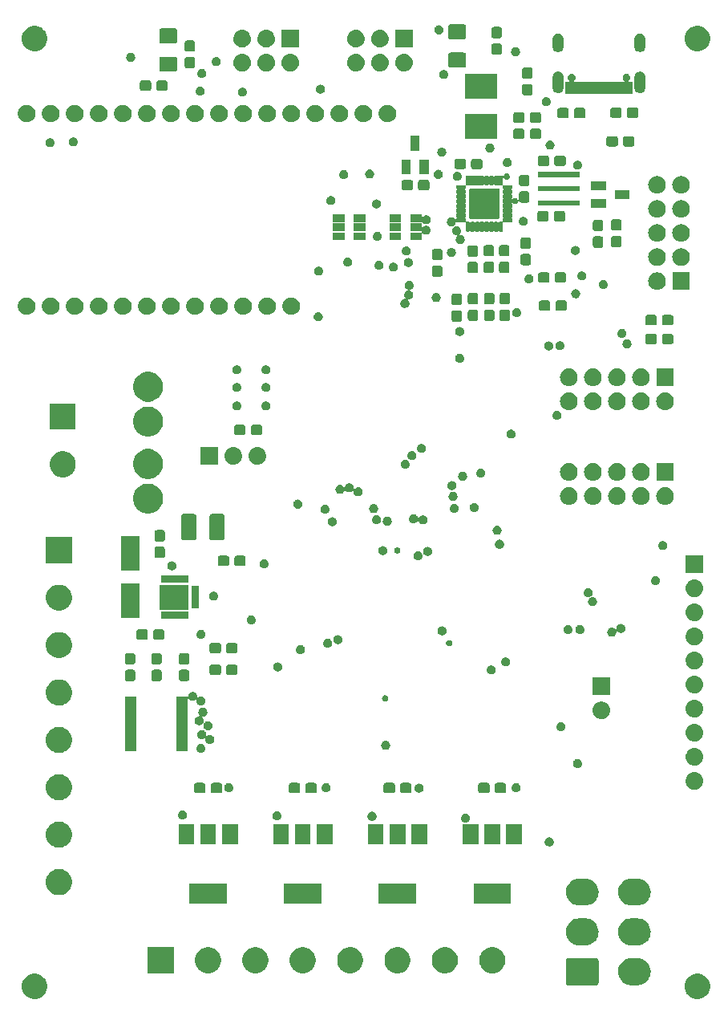
<source format=gbr>
G04 #@! TF.GenerationSoftware,KiCad,Pcbnew,(5.1.2-1)-1*
G04 #@! TF.CreationDate,2019-12-09T19:08:40-07:00*
G04 #@! TF.ProjectId,Snack Machine,536e6163-6b20-44d6-9163-68696e652e6b,rev?*
G04 #@! TF.SameCoordinates,Original*
G04 #@! TF.FileFunction,Soldermask,Bot*
G04 #@! TF.FilePolarity,Negative*
%FSLAX46Y46*%
G04 Gerber Fmt 4.6, Leading zero omitted, Abs format (unit mm)*
G04 Created by KiCad (PCBNEW (5.1.2-1)-1) date 2019-12-09 19:08:40*
%MOMM*%
%LPD*%
G04 APERTURE LIST*
%ADD10C,0.100000*%
G04 APERTURE END LIST*
D10*
G36*
X173394131Y-141700726D02*
G01*
X173640031Y-141802580D01*
X173728556Y-141861731D01*
X173861340Y-141950454D01*
X174049546Y-142138660D01*
X174138269Y-142271444D01*
X174197420Y-142359969D01*
X174299274Y-142605869D01*
X174351200Y-142866918D01*
X174351200Y-143133082D01*
X174299274Y-143394131D01*
X174197420Y-143640031D01*
X174138269Y-143728556D01*
X174049546Y-143861340D01*
X173861340Y-144049546D01*
X173728556Y-144138269D01*
X173640031Y-144197420D01*
X173394131Y-144299274D01*
X173133082Y-144351200D01*
X172866918Y-144351200D01*
X172605869Y-144299274D01*
X172359969Y-144197420D01*
X172271444Y-144138269D01*
X172138660Y-144049546D01*
X171950454Y-143861340D01*
X171861731Y-143728556D01*
X171802580Y-143640031D01*
X171700726Y-143394131D01*
X171648800Y-143133082D01*
X171648800Y-142866918D01*
X171700726Y-142605869D01*
X171802580Y-142359969D01*
X171861731Y-142271444D01*
X171950454Y-142138660D01*
X172138660Y-141950454D01*
X172271444Y-141861731D01*
X172359969Y-141802580D01*
X172605869Y-141700726D01*
X172866918Y-141648800D01*
X173133082Y-141648800D01*
X173394131Y-141700726D01*
X173394131Y-141700726D01*
G37*
G36*
X103394131Y-141700726D02*
G01*
X103640031Y-141802580D01*
X103728556Y-141861731D01*
X103861340Y-141950454D01*
X104049546Y-142138660D01*
X104138269Y-142271444D01*
X104197420Y-142359969D01*
X104299274Y-142605869D01*
X104351200Y-142866918D01*
X104351200Y-143133082D01*
X104299274Y-143394131D01*
X104197420Y-143640031D01*
X104138269Y-143728556D01*
X104049546Y-143861340D01*
X103861340Y-144049546D01*
X103728556Y-144138269D01*
X103640031Y-144197420D01*
X103394131Y-144299274D01*
X103133082Y-144351200D01*
X102866918Y-144351200D01*
X102605869Y-144299274D01*
X102359969Y-144197420D01*
X102271444Y-144138269D01*
X102138660Y-144049546D01*
X101950454Y-143861340D01*
X101861731Y-143728556D01*
X101802580Y-143640031D01*
X101700726Y-143394131D01*
X101648800Y-143133082D01*
X101648800Y-142866918D01*
X101700726Y-142605869D01*
X101802580Y-142359969D01*
X101861731Y-142271444D01*
X101950454Y-142138660D01*
X102138660Y-141950454D01*
X102271444Y-141861731D01*
X102359969Y-141802580D01*
X102605869Y-141700726D01*
X102866918Y-141648800D01*
X103133082Y-141648800D01*
X103394131Y-141700726D01*
X103394131Y-141700726D01*
G37*
G36*
X162379880Y-140025920D02*
G01*
X162421616Y-140038580D01*
X162460081Y-140059140D01*
X162493793Y-140086807D01*
X162521460Y-140120519D01*
X162542020Y-140158984D01*
X162554680Y-140200720D01*
X162559200Y-140246613D01*
X162559200Y-142648587D01*
X162554680Y-142694480D01*
X162542020Y-142736216D01*
X162521460Y-142774681D01*
X162493793Y-142808393D01*
X162460081Y-142836060D01*
X162421616Y-142856620D01*
X162379880Y-142869280D01*
X162333987Y-142873800D01*
X159332013Y-142873800D01*
X159286120Y-142869280D01*
X159244384Y-142856620D01*
X159205919Y-142836060D01*
X159172207Y-142808393D01*
X159144540Y-142774681D01*
X159123980Y-142736216D01*
X159111320Y-142694480D01*
X159106800Y-142648587D01*
X159106800Y-140246613D01*
X159111320Y-140200720D01*
X159123980Y-140158984D01*
X159144540Y-140120519D01*
X159172207Y-140086807D01*
X159205919Y-140059140D01*
X159244384Y-140038580D01*
X159286120Y-140025920D01*
X159332013Y-140021400D01*
X162333987Y-140021400D01*
X162379880Y-140025920D01*
X162379880Y-140025920D01*
G37*
G36*
X166912580Y-140042035D02*
G01*
X167106603Y-140100891D01*
X167181424Y-140123588D01*
X167429188Y-140256021D01*
X167646355Y-140434245D01*
X167824579Y-140651412D01*
X167957012Y-140899176D01*
X167957012Y-140899177D01*
X168038565Y-141168020D01*
X168066101Y-141447600D01*
X168038565Y-141727180D01*
X167979709Y-141921203D01*
X167957012Y-141996024D01*
X167824579Y-142243788D01*
X167646355Y-142460955D01*
X167429188Y-142639179D01*
X167181424Y-142771612D01*
X167106603Y-142794309D01*
X166912580Y-142853165D01*
X166703065Y-142873800D01*
X165962935Y-142873800D01*
X165753420Y-142853165D01*
X165559397Y-142794309D01*
X165484576Y-142771612D01*
X165236812Y-142639179D01*
X165019645Y-142460955D01*
X164841421Y-142243788D01*
X164708988Y-141996024D01*
X164686291Y-141921203D01*
X164627435Y-141727180D01*
X164599899Y-141447600D01*
X164627435Y-141168020D01*
X164708988Y-140899177D01*
X164708988Y-140899176D01*
X164841421Y-140651412D01*
X165019645Y-140434245D01*
X165236812Y-140256021D01*
X165484576Y-140123588D01*
X165559397Y-140100891D01*
X165753420Y-140042035D01*
X165962935Y-140021400D01*
X166703065Y-140021400D01*
X166912580Y-140042035D01*
X166912580Y-140042035D01*
G37*
G36*
X146732423Y-138936286D02*
G01*
X146982876Y-139040027D01*
X147208278Y-139190636D01*
X147399964Y-139382322D01*
X147550573Y-139607724D01*
X147654314Y-139858177D01*
X147707200Y-140124056D01*
X147707200Y-140395144D01*
X147654314Y-140661023D01*
X147550573Y-140911476D01*
X147399964Y-141136878D01*
X147208278Y-141328564D01*
X146982876Y-141479173D01*
X146732423Y-141582914D01*
X146466544Y-141635800D01*
X146195456Y-141635800D01*
X145929577Y-141582914D01*
X145679124Y-141479173D01*
X145453722Y-141328564D01*
X145262036Y-141136878D01*
X145111427Y-140911476D01*
X145007686Y-140661023D01*
X144954800Y-140395144D01*
X144954800Y-140124056D01*
X145007686Y-139858177D01*
X145111427Y-139607724D01*
X145262036Y-139382322D01*
X145453722Y-139190636D01*
X145679124Y-139040027D01*
X145929577Y-138936286D01*
X146195456Y-138883400D01*
X146466544Y-138883400D01*
X146732423Y-138936286D01*
X146732423Y-138936286D01*
G37*
G36*
X141732423Y-138936286D02*
G01*
X141982876Y-139040027D01*
X142208278Y-139190636D01*
X142399964Y-139382322D01*
X142550573Y-139607724D01*
X142654314Y-139858177D01*
X142707200Y-140124056D01*
X142707200Y-140395144D01*
X142654314Y-140661023D01*
X142550573Y-140911476D01*
X142399964Y-141136878D01*
X142208278Y-141328564D01*
X141982876Y-141479173D01*
X141732423Y-141582914D01*
X141466544Y-141635800D01*
X141195456Y-141635800D01*
X140929577Y-141582914D01*
X140679124Y-141479173D01*
X140453722Y-141328564D01*
X140262036Y-141136878D01*
X140111427Y-140911476D01*
X140007686Y-140661023D01*
X139954800Y-140395144D01*
X139954800Y-140124056D01*
X140007686Y-139858177D01*
X140111427Y-139607724D01*
X140262036Y-139382322D01*
X140453722Y-139190636D01*
X140679124Y-139040027D01*
X140929577Y-138936286D01*
X141195456Y-138883400D01*
X141466544Y-138883400D01*
X141732423Y-138936286D01*
X141732423Y-138936286D01*
G37*
G36*
X136732423Y-138936286D02*
G01*
X136982876Y-139040027D01*
X137208278Y-139190636D01*
X137399964Y-139382322D01*
X137550573Y-139607724D01*
X137654314Y-139858177D01*
X137707200Y-140124056D01*
X137707200Y-140395144D01*
X137654314Y-140661023D01*
X137550573Y-140911476D01*
X137399964Y-141136878D01*
X137208278Y-141328564D01*
X136982876Y-141479173D01*
X136732423Y-141582914D01*
X136466544Y-141635800D01*
X136195456Y-141635800D01*
X135929577Y-141582914D01*
X135679124Y-141479173D01*
X135453722Y-141328564D01*
X135262036Y-141136878D01*
X135111427Y-140911476D01*
X135007686Y-140661023D01*
X134954800Y-140395144D01*
X134954800Y-140124056D01*
X135007686Y-139858177D01*
X135111427Y-139607724D01*
X135262036Y-139382322D01*
X135453722Y-139190636D01*
X135679124Y-139040027D01*
X135929577Y-138936286D01*
X136195456Y-138883400D01*
X136466544Y-138883400D01*
X136732423Y-138936286D01*
X136732423Y-138936286D01*
G37*
G36*
X131732423Y-138936286D02*
G01*
X131982876Y-139040027D01*
X132208278Y-139190636D01*
X132399964Y-139382322D01*
X132550573Y-139607724D01*
X132654314Y-139858177D01*
X132707200Y-140124056D01*
X132707200Y-140395144D01*
X132654314Y-140661023D01*
X132550573Y-140911476D01*
X132399964Y-141136878D01*
X132208278Y-141328564D01*
X131982876Y-141479173D01*
X131732423Y-141582914D01*
X131466544Y-141635800D01*
X131195456Y-141635800D01*
X130929577Y-141582914D01*
X130679124Y-141479173D01*
X130453722Y-141328564D01*
X130262036Y-141136878D01*
X130111427Y-140911476D01*
X130007686Y-140661023D01*
X129954800Y-140395144D01*
X129954800Y-140124056D01*
X130007686Y-139858177D01*
X130111427Y-139607724D01*
X130262036Y-139382322D01*
X130453722Y-139190636D01*
X130679124Y-139040027D01*
X130929577Y-138936286D01*
X131195456Y-138883400D01*
X131466544Y-138883400D01*
X131732423Y-138936286D01*
X131732423Y-138936286D01*
G37*
G36*
X126732423Y-138936286D02*
G01*
X126982876Y-139040027D01*
X127208278Y-139190636D01*
X127399964Y-139382322D01*
X127550573Y-139607724D01*
X127654314Y-139858177D01*
X127707200Y-140124056D01*
X127707200Y-140395144D01*
X127654314Y-140661023D01*
X127550573Y-140911476D01*
X127399964Y-141136878D01*
X127208278Y-141328564D01*
X126982876Y-141479173D01*
X126732423Y-141582914D01*
X126466544Y-141635800D01*
X126195456Y-141635800D01*
X125929577Y-141582914D01*
X125679124Y-141479173D01*
X125453722Y-141328564D01*
X125262036Y-141136878D01*
X125111427Y-140911476D01*
X125007686Y-140661023D01*
X124954800Y-140395144D01*
X124954800Y-140124056D01*
X125007686Y-139858177D01*
X125111427Y-139607724D01*
X125262036Y-139382322D01*
X125453722Y-139190636D01*
X125679124Y-139040027D01*
X125929577Y-138936286D01*
X126195456Y-138883400D01*
X126466544Y-138883400D01*
X126732423Y-138936286D01*
X126732423Y-138936286D01*
G37*
G36*
X121732423Y-138936286D02*
G01*
X121982876Y-139040027D01*
X122208278Y-139190636D01*
X122399964Y-139382322D01*
X122550573Y-139607724D01*
X122654314Y-139858177D01*
X122707200Y-140124056D01*
X122707200Y-140395144D01*
X122654314Y-140661023D01*
X122550573Y-140911476D01*
X122399964Y-141136878D01*
X122208278Y-141328564D01*
X121982876Y-141479173D01*
X121732423Y-141582914D01*
X121466544Y-141635800D01*
X121195456Y-141635800D01*
X120929577Y-141582914D01*
X120679124Y-141479173D01*
X120453722Y-141328564D01*
X120262036Y-141136878D01*
X120111427Y-140911476D01*
X120007686Y-140661023D01*
X119954800Y-140395144D01*
X119954800Y-140124056D01*
X120007686Y-139858177D01*
X120111427Y-139607724D01*
X120262036Y-139382322D01*
X120453722Y-139190636D01*
X120679124Y-139040027D01*
X120929577Y-138936286D01*
X121195456Y-138883400D01*
X121466544Y-138883400D01*
X121732423Y-138936286D01*
X121732423Y-138936286D01*
G37*
G36*
X117707200Y-141635800D02*
G01*
X114954800Y-141635800D01*
X114954800Y-138883400D01*
X117707200Y-138883400D01*
X117707200Y-141635800D01*
X117707200Y-141635800D01*
G37*
G36*
X151732423Y-138936286D02*
G01*
X151982876Y-139040027D01*
X152208278Y-139190636D01*
X152399964Y-139382322D01*
X152550573Y-139607724D01*
X152654314Y-139858177D01*
X152707200Y-140124056D01*
X152707200Y-140395144D01*
X152654314Y-140661023D01*
X152550573Y-140911476D01*
X152399964Y-141136878D01*
X152208278Y-141328564D01*
X151982876Y-141479173D01*
X151732423Y-141582914D01*
X151466544Y-141635800D01*
X151195456Y-141635800D01*
X150929577Y-141582914D01*
X150679124Y-141479173D01*
X150453722Y-141328564D01*
X150262036Y-141136878D01*
X150111427Y-140911476D01*
X150007686Y-140661023D01*
X149954800Y-140395144D01*
X149954800Y-140124056D01*
X150007686Y-139858177D01*
X150111427Y-139607724D01*
X150262036Y-139382322D01*
X150453722Y-139190636D01*
X150679124Y-139040027D01*
X150929577Y-138936286D01*
X151195456Y-138883400D01*
X151466544Y-138883400D01*
X151732423Y-138936286D01*
X151732423Y-138936286D01*
G37*
G36*
X166912580Y-135842035D02*
G01*
X167106603Y-135900891D01*
X167181424Y-135923588D01*
X167429188Y-136056021D01*
X167646355Y-136234245D01*
X167824579Y-136451412D01*
X167957012Y-136699176D01*
X167957012Y-136699177D01*
X168038565Y-136968020D01*
X168066101Y-137247600D01*
X168038565Y-137527180D01*
X167979709Y-137721203D01*
X167957012Y-137796024D01*
X167824579Y-138043788D01*
X167646355Y-138260955D01*
X167429188Y-138439179D01*
X167181424Y-138571612D01*
X167106603Y-138594309D01*
X166912580Y-138653165D01*
X166703065Y-138673800D01*
X165962935Y-138673800D01*
X165753420Y-138653165D01*
X165559397Y-138594309D01*
X165484576Y-138571612D01*
X165236812Y-138439179D01*
X165019645Y-138260955D01*
X164841421Y-138043788D01*
X164708988Y-137796024D01*
X164686291Y-137721203D01*
X164627435Y-137527180D01*
X164599899Y-137247600D01*
X164627435Y-136968020D01*
X164708988Y-136699177D01*
X164708988Y-136699176D01*
X164841421Y-136451412D01*
X165019645Y-136234245D01*
X165236812Y-136056021D01*
X165484576Y-135923588D01*
X165559397Y-135900891D01*
X165753420Y-135842035D01*
X165962935Y-135821400D01*
X166703065Y-135821400D01*
X166912580Y-135842035D01*
X166912580Y-135842035D01*
G37*
G36*
X161412580Y-135842035D02*
G01*
X161606603Y-135900891D01*
X161681424Y-135923588D01*
X161929188Y-136056021D01*
X162146355Y-136234245D01*
X162324579Y-136451412D01*
X162457012Y-136699176D01*
X162457012Y-136699177D01*
X162538565Y-136968020D01*
X162566101Y-137247600D01*
X162538565Y-137527180D01*
X162479709Y-137721203D01*
X162457012Y-137796024D01*
X162324579Y-138043788D01*
X162146355Y-138260955D01*
X161929188Y-138439179D01*
X161681424Y-138571612D01*
X161606603Y-138594309D01*
X161412580Y-138653165D01*
X161203065Y-138673800D01*
X160462935Y-138673800D01*
X160253420Y-138653165D01*
X160059397Y-138594309D01*
X159984576Y-138571612D01*
X159736812Y-138439179D01*
X159519645Y-138260955D01*
X159341421Y-138043788D01*
X159208988Y-137796024D01*
X159186291Y-137721203D01*
X159127435Y-137527180D01*
X159099899Y-137247600D01*
X159127435Y-136968020D01*
X159208988Y-136699177D01*
X159208988Y-136699176D01*
X159341421Y-136451412D01*
X159519645Y-136234245D01*
X159736812Y-136056021D01*
X159984576Y-135923588D01*
X160059397Y-135900891D01*
X160253420Y-135842035D01*
X160462935Y-135821400D01*
X161203065Y-135821400D01*
X161412580Y-135842035D01*
X161412580Y-135842035D01*
G37*
G36*
X161412580Y-131642035D02*
G01*
X161606603Y-131700891D01*
X161681424Y-131723588D01*
X161929188Y-131856021D01*
X162146355Y-132034245D01*
X162324579Y-132251412D01*
X162457012Y-132499176D01*
X162457012Y-132499177D01*
X162538565Y-132768020D01*
X162566101Y-133047600D01*
X162538565Y-133327180D01*
X162479709Y-133521203D01*
X162457012Y-133596024D01*
X162324579Y-133843788D01*
X162146355Y-134060955D01*
X161929188Y-134239179D01*
X161681424Y-134371612D01*
X161606603Y-134394309D01*
X161412580Y-134453165D01*
X161203065Y-134473800D01*
X160462935Y-134473800D01*
X160253420Y-134453165D01*
X160059397Y-134394309D01*
X159984576Y-134371612D01*
X159736812Y-134239179D01*
X159519645Y-134060955D01*
X159341421Y-133843788D01*
X159208988Y-133596024D01*
X159186291Y-133521203D01*
X159127435Y-133327180D01*
X159099899Y-133047600D01*
X159127435Y-132768020D01*
X159208988Y-132499177D01*
X159208988Y-132499176D01*
X159341421Y-132251412D01*
X159519645Y-132034245D01*
X159736812Y-131856021D01*
X159984576Y-131723588D01*
X160059397Y-131700891D01*
X160253420Y-131642035D01*
X160462935Y-131621400D01*
X161203065Y-131621400D01*
X161412580Y-131642035D01*
X161412580Y-131642035D01*
G37*
G36*
X166912580Y-131642035D02*
G01*
X167106603Y-131700891D01*
X167181424Y-131723588D01*
X167429188Y-131856021D01*
X167646355Y-132034245D01*
X167824579Y-132251412D01*
X167957012Y-132499176D01*
X167957012Y-132499177D01*
X168038565Y-132768020D01*
X168066101Y-133047600D01*
X168038565Y-133327180D01*
X167979709Y-133521203D01*
X167957012Y-133596024D01*
X167824579Y-133843788D01*
X167646355Y-134060955D01*
X167429188Y-134239179D01*
X167181424Y-134371612D01*
X167106603Y-134394309D01*
X166912580Y-134453165D01*
X166703065Y-134473800D01*
X165962935Y-134473800D01*
X165753420Y-134453165D01*
X165559397Y-134394309D01*
X165484576Y-134371612D01*
X165236812Y-134239179D01*
X165019645Y-134060955D01*
X164841421Y-133843788D01*
X164708988Y-133596024D01*
X164686291Y-133521203D01*
X164627435Y-133327180D01*
X164599899Y-133047600D01*
X164627435Y-132768020D01*
X164708988Y-132499177D01*
X164708988Y-132499176D01*
X164841421Y-132251412D01*
X165019645Y-132034245D01*
X165236812Y-131856021D01*
X165484576Y-131723588D01*
X165559397Y-131700891D01*
X165753420Y-131642035D01*
X165962935Y-131621400D01*
X166703065Y-131621400D01*
X166912580Y-131642035D01*
X166912580Y-131642035D01*
G37*
G36*
X143307200Y-134307800D02*
G01*
X139354800Y-134307800D01*
X139354800Y-132155400D01*
X143307200Y-132155400D01*
X143307200Y-134307800D01*
X143307200Y-134307800D01*
G37*
G36*
X153307200Y-134307800D02*
G01*
X149354800Y-134307800D01*
X149354800Y-132155400D01*
X153307200Y-132155400D01*
X153307200Y-134307800D01*
X153307200Y-134307800D01*
G37*
G36*
X133307200Y-134307800D02*
G01*
X129354800Y-134307800D01*
X129354800Y-132155400D01*
X133307200Y-132155400D01*
X133307200Y-134307800D01*
X133307200Y-134307800D01*
G37*
G36*
X123307200Y-134307800D02*
G01*
X119354800Y-134307800D01*
X119354800Y-132155400D01*
X123307200Y-132155400D01*
X123307200Y-134307800D01*
X123307200Y-134307800D01*
G37*
G36*
X105989423Y-130674286D02*
G01*
X106239876Y-130778027D01*
X106465278Y-130928636D01*
X106656964Y-131120322D01*
X106807573Y-131345724D01*
X106911314Y-131596177D01*
X106964200Y-131862056D01*
X106964200Y-132133144D01*
X106911314Y-132399023D01*
X106807573Y-132649476D01*
X106656964Y-132874878D01*
X106465278Y-133066564D01*
X106239876Y-133217173D01*
X105989423Y-133320914D01*
X105723544Y-133373800D01*
X105452456Y-133373800D01*
X105186577Y-133320914D01*
X104936124Y-133217173D01*
X104710722Y-133066564D01*
X104519036Y-132874878D01*
X104368427Y-132649476D01*
X104264686Y-132399023D01*
X104211800Y-132133144D01*
X104211800Y-131862056D01*
X104264686Y-131596177D01*
X104368427Y-131345724D01*
X104519036Y-131120322D01*
X104710722Y-130928636D01*
X104936124Y-130778027D01*
X105186577Y-130674286D01*
X105452456Y-130621400D01*
X105723544Y-130621400D01*
X105989423Y-130674286D01*
X105989423Y-130674286D01*
G37*
G36*
X105989423Y-125674286D02*
G01*
X106239876Y-125778027D01*
X106465278Y-125928636D01*
X106656964Y-126120322D01*
X106807573Y-126345724D01*
X106911314Y-126596177D01*
X106964200Y-126862056D01*
X106964200Y-127133144D01*
X106911314Y-127399023D01*
X106807573Y-127649476D01*
X106656964Y-127874878D01*
X106465278Y-128066564D01*
X106239876Y-128217173D01*
X105989423Y-128320914D01*
X105723544Y-128373800D01*
X105452456Y-128373800D01*
X105186577Y-128320914D01*
X104936124Y-128217173D01*
X104710722Y-128066564D01*
X104519036Y-127874878D01*
X104368427Y-127649476D01*
X104264686Y-127399023D01*
X104211800Y-127133144D01*
X104211800Y-126862056D01*
X104264686Y-126596177D01*
X104368427Y-126345724D01*
X104519036Y-126120322D01*
X104710722Y-125928636D01*
X104936124Y-125778027D01*
X105186577Y-125674286D01*
X105452456Y-125621400D01*
X105723544Y-125621400D01*
X105989423Y-125674286D01*
X105989423Y-125674286D01*
G37*
G36*
X157491903Y-127304100D02*
G01*
X157578563Y-127339995D01*
X157609763Y-127360843D01*
X157656560Y-127392111D01*
X157722889Y-127458440D01*
X157754157Y-127505237D01*
X157775005Y-127536437D01*
X157810900Y-127623097D01*
X157829200Y-127715098D01*
X157829200Y-127808902D01*
X157810900Y-127900903D01*
X157775005Y-127987563D01*
X157761483Y-128007800D01*
X157722889Y-128065560D01*
X157656560Y-128131889D01*
X157609763Y-128163157D01*
X157578563Y-128184005D01*
X157491903Y-128219900D01*
X157399902Y-128238200D01*
X157306098Y-128238200D01*
X157214097Y-128219900D01*
X157127437Y-128184005D01*
X157096237Y-128163157D01*
X157049440Y-128131889D01*
X156983111Y-128065560D01*
X156944517Y-128007800D01*
X156930995Y-127987563D01*
X156895100Y-127900903D01*
X156876800Y-127808902D01*
X156876800Y-127715098D01*
X156895100Y-127623097D01*
X156930995Y-127536437D01*
X156951843Y-127505237D01*
X156983111Y-127458440D01*
X157049440Y-127392111D01*
X157096237Y-127360843D01*
X157127437Y-127339995D01*
X157214097Y-127304100D01*
X157306098Y-127285800D01*
X157399902Y-127285800D01*
X157491903Y-127304100D01*
X157491903Y-127304100D01*
G37*
G36*
X134457200Y-128007800D02*
G01*
X132804800Y-128007800D01*
X132804800Y-125855400D01*
X134457200Y-125855400D01*
X134457200Y-128007800D01*
X134457200Y-128007800D01*
G37*
G36*
X132157200Y-128007800D02*
G01*
X130504800Y-128007800D01*
X130504800Y-125855400D01*
X132157200Y-125855400D01*
X132157200Y-128007800D01*
X132157200Y-128007800D01*
G37*
G36*
X154457200Y-128007800D02*
G01*
X152804800Y-128007800D01*
X152804800Y-125855400D01*
X154457200Y-125855400D01*
X154457200Y-128007800D01*
X154457200Y-128007800D01*
G37*
G36*
X149857200Y-128007800D02*
G01*
X148204800Y-128007800D01*
X148204800Y-125855400D01*
X149857200Y-125855400D01*
X149857200Y-128007800D01*
X149857200Y-128007800D01*
G37*
G36*
X152157200Y-128007800D02*
G01*
X150504800Y-128007800D01*
X150504800Y-125855400D01*
X152157200Y-125855400D01*
X152157200Y-128007800D01*
X152157200Y-128007800D01*
G37*
G36*
X142157200Y-128007800D02*
G01*
X140504800Y-128007800D01*
X140504800Y-125855400D01*
X142157200Y-125855400D01*
X142157200Y-128007800D01*
X142157200Y-128007800D01*
G37*
G36*
X144457200Y-128007800D02*
G01*
X142804800Y-128007800D01*
X142804800Y-125855400D01*
X144457200Y-125855400D01*
X144457200Y-128007800D01*
X144457200Y-128007800D01*
G37*
G36*
X139857200Y-128007800D02*
G01*
X138204800Y-128007800D01*
X138204800Y-125855400D01*
X139857200Y-125855400D01*
X139857200Y-128007800D01*
X139857200Y-128007800D01*
G37*
G36*
X129857200Y-128007800D02*
G01*
X128204800Y-128007800D01*
X128204800Y-125855400D01*
X129857200Y-125855400D01*
X129857200Y-128007800D01*
X129857200Y-128007800D01*
G37*
G36*
X119857200Y-128007800D02*
G01*
X118204800Y-128007800D01*
X118204800Y-125855400D01*
X119857200Y-125855400D01*
X119857200Y-128007800D01*
X119857200Y-128007800D01*
G37*
G36*
X124457200Y-128007800D02*
G01*
X122804800Y-128007800D01*
X122804800Y-125855400D01*
X124457200Y-125855400D01*
X124457200Y-128007800D01*
X124457200Y-128007800D01*
G37*
G36*
X122157200Y-128007800D02*
G01*
X120504800Y-128007800D01*
X120504800Y-125855400D01*
X122157200Y-125855400D01*
X122157200Y-128007800D01*
X122157200Y-128007800D01*
G37*
G36*
X148652703Y-124789500D02*
G01*
X148739363Y-124825395D01*
X148770563Y-124846243D01*
X148817360Y-124877511D01*
X148883689Y-124943840D01*
X148897227Y-124964102D01*
X148935805Y-125021837D01*
X148971700Y-125108497D01*
X148990000Y-125200498D01*
X148990000Y-125294302D01*
X148971700Y-125386303D01*
X148935805Y-125472963D01*
X148916336Y-125502100D01*
X148883689Y-125550960D01*
X148817360Y-125617289D01*
X148770563Y-125648557D01*
X148739363Y-125669405D01*
X148652703Y-125705300D01*
X148560702Y-125723600D01*
X148466898Y-125723600D01*
X148374897Y-125705300D01*
X148288237Y-125669405D01*
X148257037Y-125648557D01*
X148210240Y-125617289D01*
X148143911Y-125550960D01*
X148111264Y-125502100D01*
X148091795Y-125472963D01*
X148055900Y-125386303D01*
X148037600Y-125294302D01*
X148037600Y-125200498D01*
X148055900Y-125108497D01*
X148091795Y-125021837D01*
X148130373Y-124964102D01*
X148143911Y-124943840D01*
X148210240Y-124877511D01*
X148257037Y-124846243D01*
X148288237Y-124825395D01*
X148374897Y-124789500D01*
X148466898Y-124771200D01*
X148560702Y-124771200D01*
X148652703Y-124789500D01*
X148652703Y-124789500D01*
G37*
G36*
X138772103Y-124586300D02*
G01*
X138858763Y-124622195D01*
X138889963Y-124643043D01*
X138936760Y-124674311D01*
X139003089Y-124740640D01*
X139021261Y-124767837D01*
X139055205Y-124818637D01*
X139091100Y-124905297D01*
X139109400Y-124997298D01*
X139109400Y-125091102D01*
X139091100Y-125183103D01*
X139055205Y-125269763D01*
X139043630Y-125287086D01*
X139003089Y-125347760D01*
X138936760Y-125414089D01*
X138889963Y-125445357D01*
X138858763Y-125466205D01*
X138772103Y-125502100D01*
X138680102Y-125520400D01*
X138586298Y-125520400D01*
X138494297Y-125502100D01*
X138407637Y-125466205D01*
X138376437Y-125445357D01*
X138329640Y-125414089D01*
X138263311Y-125347760D01*
X138222770Y-125287086D01*
X138211195Y-125269763D01*
X138175300Y-125183103D01*
X138157000Y-125091102D01*
X138157000Y-124997298D01*
X138175300Y-124905297D01*
X138211195Y-124818637D01*
X138245139Y-124767837D01*
X138263311Y-124740640D01*
X138329640Y-124674311D01*
X138376437Y-124643043D01*
X138407637Y-124622195D01*
X138494297Y-124586300D01*
X138586298Y-124568000D01*
X138680102Y-124568000D01*
X138772103Y-124586300D01*
X138772103Y-124586300D01*
G37*
G36*
X128739103Y-124535500D02*
G01*
X128825763Y-124571395D01*
X128848069Y-124586300D01*
X128903760Y-124623511D01*
X128970089Y-124689840D01*
X129001357Y-124736637D01*
X129022205Y-124767837D01*
X129058100Y-124854497D01*
X129076400Y-124946498D01*
X129076400Y-125040302D01*
X129058100Y-125132303D01*
X129022205Y-125218963D01*
X129021004Y-125220760D01*
X128970089Y-125296960D01*
X128903760Y-125363289D01*
X128858695Y-125393400D01*
X128825763Y-125415405D01*
X128739103Y-125451300D01*
X128647102Y-125469600D01*
X128553298Y-125469600D01*
X128461297Y-125451300D01*
X128374637Y-125415405D01*
X128341705Y-125393400D01*
X128296640Y-125363289D01*
X128230311Y-125296960D01*
X128179396Y-125220760D01*
X128178195Y-125218963D01*
X128142300Y-125132303D01*
X128124000Y-125040302D01*
X128124000Y-124946498D01*
X128142300Y-124854497D01*
X128178195Y-124767837D01*
X128199043Y-124736637D01*
X128230311Y-124689840D01*
X128296640Y-124623511D01*
X128352331Y-124586300D01*
X128374637Y-124571395D01*
X128461297Y-124535500D01*
X128553298Y-124517200D01*
X128647102Y-124517200D01*
X128739103Y-124535500D01*
X128739103Y-124535500D01*
G37*
G36*
X118756903Y-124459300D02*
G01*
X118843563Y-124495195D01*
X118874763Y-124516043D01*
X118921560Y-124547311D01*
X118987889Y-124613640D01*
X119019157Y-124660437D01*
X119040005Y-124691637D01*
X119075900Y-124778297D01*
X119094200Y-124870298D01*
X119094200Y-124964102D01*
X119075900Y-125056103D01*
X119040005Y-125142763D01*
X119019157Y-125173963D01*
X118987889Y-125220760D01*
X118921560Y-125287089D01*
X118874763Y-125318357D01*
X118843563Y-125339205D01*
X118756903Y-125375100D01*
X118664902Y-125393400D01*
X118571098Y-125393400D01*
X118479097Y-125375100D01*
X118392437Y-125339205D01*
X118361237Y-125318357D01*
X118314440Y-125287089D01*
X118248111Y-125220760D01*
X118216843Y-125173963D01*
X118195995Y-125142763D01*
X118160100Y-125056103D01*
X118141800Y-124964102D01*
X118141800Y-124870298D01*
X118160100Y-124778297D01*
X118195995Y-124691637D01*
X118216843Y-124660437D01*
X118248111Y-124613640D01*
X118314440Y-124547311D01*
X118361237Y-124516043D01*
X118392437Y-124495195D01*
X118479097Y-124459300D01*
X118571098Y-124441000D01*
X118664902Y-124441000D01*
X118756903Y-124459300D01*
X118756903Y-124459300D01*
G37*
G36*
X105989423Y-120674286D02*
G01*
X106239876Y-120778027D01*
X106465278Y-120928636D01*
X106656964Y-121120322D01*
X106807573Y-121345724D01*
X106911314Y-121596177D01*
X106964200Y-121862056D01*
X106964200Y-122133144D01*
X106911314Y-122399023D01*
X106807573Y-122649476D01*
X106656964Y-122874878D01*
X106465278Y-123066564D01*
X106239876Y-123217173D01*
X105989423Y-123320914D01*
X105723544Y-123373800D01*
X105452456Y-123373800D01*
X105186577Y-123320914D01*
X104936124Y-123217173D01*
X104710722Y-123066564D01*
X104519036Y-122874878D01*
X104368427Y-122649476D01*
X104264686Y-122399023D01*
X104211800Y-122133144D01*
X104211800Y-121862056D01*
X104264686Y-121596177D01*
X104368427Y-121345724D01*
X104519036Y-121120322D01*
X104710722Y-120928636D01*
X104936124Y-120778027D01*
X105186577Y-120674286D01*
X105452456Y-120621400D01*
X105723544Y-120621400D01*
X105989423Y-120674286D01*
X105989423Y-120674286D01*
G37*
G36*
X152605761Y-121535448D02*
G01*
X152652655Y-121549673D01*
X152695866Y-121572770D01*
X152733744Y-121603856D01*
X152764830Y-121641734D01*
X152787927Y-121684945D01*
X152802152Y-121731839D01*
X152807200Y-121783093D01*
X152807200Y-122380107D01*
X152802152Y-122431361D01*
X152787927Y-122478255D01*
X152764830Y-122521466D01*
X152733744Y-122559344D01*
X152695866Y-122590430D01*
X152652655Y-122613527D01*
X152605761Y-122627752D01*
X152554507Y-122632800D01*
X151857493Y-122632800D01*
X151806239Y-122627752D01*
X151759345Y-122613527D01*
X151716134Y-122590430D01*
X151678256Y-122559344D01*
X151647170Y-122521466D01*
X151624073Y-122478255D01*
X151609848Y-122431361D01*
X151604800Y-122380107D01*
X151604800Y-121783093D01*
X151609848Y-121731839D01*
X151624073Y-121684945D01*
X151647170Y-121641734D01*
X151678256Y-121603856D01*
X151716134Y-121572770D01*
X151759345Y-121549673D01*
X151806239Y-121535448D01*
X151857493Y-121530400D01*
X152554507Y-121530400D01*
X152605761Y-121535448D01*
X152605761Y-121535448D01*
G37*
G36*
X150855761Y-121535448D02*
G01*
X150902655Y-121549673D01*
X150945866Y-121572770D01*
X150983744Y-121603856D01*
X151014830Y-121641734D01*
X151037927Y-121684945D01*
X151052152Y-121731839D01*
X151057200Y-121783093D01*
X151057200Y-122380107D01*
X151052152Y-122431361D01*
X151037927Y-122478255D01*
X151014830Y-122521466D01*
X150983744Y-122559344D01*
X150945866Y-122590430D01*
X150902655Y-122613527D01*
X150855761Y-122627752D01*
X150804507Y-122632800D01*
X150107493Y-122632800D01*
X150056239Y-122627752D01*
X150009345Y-122613527D01*
X149966134Y-122590430D01*
X149928256Y-122559344D01*
X149897170Y-122521466D01*
X149874073Y-122478255D01*
X149859848Y-122431361D01*
X149854800Y-122380107D01*
X149854800Y-121783093D01*
X149859848Y-121731839D01*
X149874073Y-121684945D01*
X149897170Y-121641734D01*
X149928256Y-121603856D01*
X149966134Y-121572770D01*
X150009345Y-121549673D01*
X150056239Y-121535448D01*
X150107493Y-121530400D01*
X150804507Y-121530400D01*
X150855761Y-121535448D01*
X150855761Y-121535448D01*
G37*
G36*
X142605761Y-121535448D02*
G01*
X142652655Y-121549673D01*
X142695866Y-121572770D01*
X142733744Y-121603856D01*
X142764830Y-121641734D01*
X142787927Y-121684945D01*
X142802152Y-121731839D01*
X142807200Y-121783093D01*
X142807200Y-122380107D01*
X142802152Y-122431361D01*
X142787927Y-122478255D01*
X142764830Y-122521466D01*
X142733744Y-122559344D01*
X142695866Y-122590430D01*
X142652655Y-122613527D01*
X142605761Y-122627752D01*
X142554507Y-122632800D01*
X141857493Y-122632800D01*
X141806239Y-122627752D01*
X141759345Y-122613527D01*
X141716134Y-122590430D01*
X141678256Y-122559344D01*
X141647170Y-122521466D01*
X141624073Y-122478255D01*
X141609848Y-122431361D01*
X141604800Y-122380107D01*
X141604800Y-121783093D01*
X141609848Y-121731839D01*
X141624073Y-121684945D01*
X141647170Y-121641734D01*
X141678256Y-121603856D01*
X141716134Y-121572770D01*
X141759345Y-121549673D01*
X141806239Y-121535448D01*
X141857493Y-121530400D01*
X142554507Y-121530400D01*
X142605761Y-121535448D01*
X142605761Y-121535448D01*
G37*
G36*
X122605761Y-121535448D02*
G01*
X122652655Y-121549673D01*
X122695866Y-121572770D01*
X122733744Y-121603856D01*
X122764830Y-121641734D01*
X122787927Y-121684945D01*
X122802152Y-121731839D01*
X122807200Y-121783093D01*
X122807200Y-122380107D01*
X122802152Y-122431361D01*
X122787927Y-122478255D01*
X122764830Y-122521466D01*
X122733744Y-122559344D01*
X122695866Y-122590430D01*
X122652655Y-122613527D01*
X122605761Y-122627752D01*
X122554507Y-122632800D01*
X121857493Y-122632800D01*
X121806239Y-122627752D01*
X121759345Y-122613527D01*
X121716134Y-122590430D01*
X121678256Y-122559344D01*
X121647170Y-122521466D01*
X121624073Y-122478255D01*
X121609848Y-122431361D01*
X121604800Y-122380107D01*
X121604800Y-121783093D01*
X121609848Y-121731839D01*
X121624073Y-121684945D01*
X121647170Y-121641734D01*
X121678256Y-121603856D01*
X121716134Y-121572770D01*
X121759345Y-121549673D01*
X121806239Y-121535448D01*
X121857493Y-121530400D01*
X122554507Y-121530400D01*
X122605761Y-121535448D01*
X122605761Y-121535448D01*
G37*
G36*
X140855761Y-121535448D02*
G01*
X140902655Y-121549673D01*
X140945866Y-121572770D01*
X140983744Y-121603856D01*
X141014830Y-121641734D01*
X141037927Y-121684945D01*
X141052152Y-121731839D01*
X141057200Y-121783093D01*
X141057200Y-122380107D01*
X141052152Y-122431361D01*
X141037927Y-122478255D01*
X141014830Y-122521466D01*
X140983744Y-122559344D01*
X140945866Y-122590430D01*
X140902655Y-122613527D01*
X140855761Y-122627752D01*
X140804507Y-122632800D01*
X140107493Y-122632800D01*
X140056239Y-122627752D01*
X140009345Y-122613527D01*
X139966134Y-122590430D01*
X139928256Y-122559344D01*
X139897170Y-122521466D01*
X139874073Y-122478255D01*
X139859848Y-122431361D01*
X139854800Y-122380107D01*
X139854800Y-121783093D01*
X139859848Y-121731839D01*
X139874073Y-121684945D01*
X139897170Y-121641734D01*
X139928256Y-121603856D01*
X139966134Y-121572770D01*
X140009345Y-121549673D01*
X140056239Y-121535448D01*
X140107493Y-121530400D01*
X140804507Y-121530400D01*
X140855761Y-121535448D01*
X140855761Y-121535448D01*
G37*
G36*
X120855761Y-121535448D02*
G01*
X120902655Y-121549673D01*
X120945866Y-121572770D01*
X120983744Y-121603856D01*
X121014830Y-121641734D01*
X121037927Y-121684945D01*
X121052152Y-121731839D01*
X121057200Y-121783093D01*
X121057200Y-122380107D01*
X121052152Y-122431361D01*
X121037927Y-122478255D01*
X121014830Y-122521466D01*
X120983744Y-122559344D01*
X120945866Y-122590430D01*
X120902655Y-122613527D01*
X120855761Y-122627752D01*
X120804507Y-122632800D01*
X120107493Y-122632800D01*
X120056239Y-122627752D01*
X120009345Y-122613527D01*
X119966134Y-122590430D01*
X119928256Y-122559344D01*
X119897170Y-122521466D01*
X119874073Y-122478255D01*
X119859848Y-122431361D01*
X119854800Y-122380107D01*
X119854800Y-121783093D01*
X119859848Y-121731839D01*
X119874073Y-121684945D01*
X119897170Y-121641734D01*
X119928256Y-121603856D01*
X119966134Y-121572770D01*
X120009345Y-121549673D01*
X120056239Y-121535448D01*
X120107493Y-121530400D01*
X120804507Y-121530400D01*
X120855761Y-121535448D01*
X120855761Y-121535448D01*
G37*
G36*
X130855761Y-121535448D02*
G01*
X130902655Y-121549673D01*
X130945866Y-121572770D01*
X130983744Y-121603856D01*
X131014830Y-121641734D01*
X131037927Y-121684945D01*
X131052152Y-121731839D01*
X131057200Y-121783093D01*
X131057200Y-122380107D01*
X131052152Y-122431361D01*
X131037927Y-122478255D01*
X131014830Y-122521466D01*
X130983744Y-122559344D01*
X130945866Y-122590430D01*
X130902655Y-122613527D01*
X130855761Y-122627752D01*
X130804507Y-122632800D01*
X130107493Y-122632800D01*
X130056239Y-122627752D01*
X130009345Y-122613527D01*
X129966134Y-122590430D01*
X129928256Y-122559344D01*
X129897170Y-122521466D01*
X129874073Y-122478255D01*
X129859848Y-122431361D01*
X129854800Y-122380107D01*
X129854800Y-121783093D01*
X129859848Y-121731839D01*
X129874073Y-121684945D01*
X129897170Y-121641734D01*
X129928256Y-121603856D01*
X129966134Y-121572770D01*
X130009345Y-121549673D01*
X130056239Y-121535448D01*
X130107493Y-121530400D01*
X130804507Y-121530400D01*
X130855761Y-121535448D01*
X130855761Y-121535448D01*
G37*
G36*
X132605761Y-121535448D02*
G01*
X132652655Y-121549673D01*
X132695866Y-121572770D01*
X132733744Y-121603856D01*
X132764830Y-121641734D01*
X132787927Y-121684945D01*
X132802152Y-121731839D01*
X132807200Y-121783093D01*
X132807200Y-122380107D01*
X132802152Y-122431361D01*
X132787927Y-122478255D01*
X132764830Y-122521466D01*
X132733744Y-122559344D01*
X132695866Y-122590430D01*
X132652655Y-122613527D01*
X132605761Y-122627752D01*
X132554507Y-122632800D01*
X131857493Y-122632800D01*
X131806239Y-122627752D01*
X131759345Y-122613527D01*
X131716134Y-122590430D01*
X131678256Y-122559344D01*
X131647170Y-122521466D01*
X131624073Y-122478255D01*
X131609848Y-122431361D01*
X131604800Y-122380107D01*
X131604800Y-121783093D01*
X131609848Y-121731839D01*
X131624073Y-121684945D01*
X131647170Y-121641734D01*
X131678256Y-121603856D01*
X131716134Y-121572770D01*
X131759345Y-121549673D01*
X131806239Y-121535448D01*
X131857493Y-121530400D01*
X132554507Y-121530400D01*
X132605761Y-121535448D01*
X132605761Y-121535448D01*
G37*
G36*
X143758743Y-121626860D02*
G01*
X143845403Y-121662755D01*
X143876603Y-121683603D01*
X143923400Y-121714871D01*
X143989729Y-121781200D01*
X144020997Y-121827997D01*
X144041845Y-121859197D01*
X144077740Y-121945857D01*
X144096040Y-122037858D01*
X144096040Y-122131662D01*
X144077740Y-122223663D01*
X144041845Y-122310323D01*
X144035272Y-122320160D01*
X143989729Y-122388320D01*
X143923400Y-122454649D01*
X143876603Y-122485917D01*
X143845403Y-122506765D01*
X143758743Y-122542660D01*
X143666742Y-122560960D01*
X143572938Y-122560960D01*
X143480937Y-122542660D01*
X143394277Y-122506765D01*
X143363077Y-122485917D01*
X143316280Y-122454649D01*
X143249951Y-122388320D01*
X143204408Y-122320160D01*
X143197835Y-122310323D01*
X143161940Y-122223663D01*
X143143640Y-122131662D01*
X143143640Y-122037858D01*
X143161940Y-121945857D01*
X143197835Y-121859197D01*
X143218683Y-121827997D01*
X143249951Y-121781200D01*
X143316280Y-121714871D01*
X143363077Y-121683603D01*
X143394277Y-121662755D01*
X143480937Y-121626860D01*
X143572938Y-121608560D01*
X143666742Y-121608560D01*
X143758743Y-121626860D01*
X143758743Y-121626860D01*
G37*
G36*
X123633903Y-121558700D02*
G01*
X123720563Y-121594595D01*
X123745295Y-121611121D01*
X123798560Y-121646711D01*
X123864889Y-121713040D01*
X123896157Y-121759837D01*
X123917005Y-121791037D01*
X123952900Y-121877697D01*
X123971200Y-121969698D01*
X123971200Y-122063502D01*
X123952900Y-122155503D01*
X123917005Y-122242163D01*
X123916046Y-122243598D01*
X123864889Y-122320160D01*
X123798560Y-122386489D01*
X123751763Y-122417757D01*
X123720563Y-122438605D01*
X123633903Y-122474500D01*
X123541902Y-122492800D01*
X123448098Y-122492800D01*
X123356097Y-122474500D01*
X123269437Y-122438605D01*
X123238237Y-122417757D01*
X123191440Y-122386489D01*
X123125111Y-122320160D01*
X123073954Y-122243598D01*
X123072995Y-122242163D01*
X123037100Y-122155503D01*
X123018800Y-122063502D01*
X123018800Y-121969698D01*
X123037100Y-121877697D01*
X123072995Y-121791037D01*
X123093843Y-121759837D01*
X123125111Y-121713040D01*
X123191440Y-121646711D01*
X123244705Y-121611121D01*
X123269437Y-121594595D01*
X123356097Y-121558700D01*
X123448098Y-121540400D01*
X123541902Y-121540400D01*
X123633903Y-121558700D01*
X123633903Y-121558700D01*
G37*
G36*
X133920903Y-121558700D02*
G01*
X134007563Y-121594595D01*
X134032295Y-121611121D01*
X134085560Y-121646711D01*
X134151889Y-121713040D01*
X134183157Y-121759837D01*
X134204005Y-121791037D01*
X134239900Y-121877697D01*
X134258200Y-121969698D01*
X134258200Y-122063502D01*
X134239900Y-122155503D01*
X134204005Y-122242163D01*
X134203046Y-122243598D01*
X134151889Y-122320160D01*
X134085560Y-122386489D01*
X134038763Y-122417757D01*
X134007563Y-122438605D01*
X133920903Y-122474500D01*
X133828902Y-122492800D01*
X133735098Y-122492800D01*
X133643097Y-122474500D01*
X133556437Y-122438605D01*
X133525237Y-122417757D01*
X133478440Y-122386489D01*
X133412111Y-122320160D01*
X133360954Y-122243598D01*
X133359995Y-122242163D01*
X133324100Y-122155503D01*
X133305800Y-122063502D01*
X133305800Y-121969698D01*
X133324100Y-121877697D01*
X133359995Y-121791037D01*
X133380843Y-121759837D01*
X133412111Y-121713040D01*
X133478440Y-121646711D01*
X133531705Y-121611121D01*
X133556437Y-121594595D01*
X133643097Y-121558700D01*
X133735098Y-121540400D01*
X133828902Y-121540400D01*
X133920903Y-121558700D01*
X133920903Y-121558700D01*
G37*
G36*
X153986903Y-121558700D02*
G01*
X154073563Y-121594595D01*
X154098295Y-121611121D01*
X154151560Y-121646711D01*
X154217889Y-121713040D01*
X154249157Y-121759837D01*
X154270005Y-121791037D01*
X154305900Y-121877697D01*
X154324200Y-121969698D01*
X154324200Y-122063502D01*
X154305900Y-122155503D01*
X154270005Y-122242163D01*
X154269046Y-122243598D01*
X154217889Y-122320160D01*
X154151560Y-122386489D01*
X154104763Y-122417757D01*
X154073563Y-122438605D01*
X153986903Y-122474500D01*
X153894902Y-122492800D01*
X153801098Y-122492800D01*
X153709097Y-122474500D01*
X153622437Y-122438605D01*
X153591237Y-122417757D01*
X153544440Y-122386489D01*
X153478111Y-122320160D01*
X153426954Y-122243598D01*
X153425995Y-122242163D01*
X153390100Y-122155503D01*
X153371800Y-122063502D01*
X153371800Y-121969698D01*
X153390100Y-121877697D01*
X153425995Y-121791037D01*
X153446843Y-121759837D01*
X153478111Y-121713040D01*
X153544440Y-121646711D01*
X153597705Y-121611121D01*
X153622437Y-121594595D01*
X153709097Y-121558700D01*
X153801098Y-121540400D01*
X153894902Y-121540400D01*
X153986903Y-121558700D01*
X153986903Y-121558700D01*
G37*
G36*
X172876363Y-120418001D02*
G01*
X172876366Y-120418002D01*
X172876367Y-120418002D01*
X172917301Y-120430419D01*
X173050955Y-120470962D01*
X173131408Y-120513965D01*
X173211859Y-120556967D01*
X173211861Y-120556968D01*
X173211860Y-120556968D01*
X173352891Y-120672709D01*
X173468632Y-120813740D01*
X173554638Y-120974645D01*
X173595181Y-121108299D01*
X173598829Y-121120324D01*
X173607599Y-121149237D01*
X173625482Y-121330800D01*
X173607599Y-121512363D01*
X173554638Y-121686955D01*
X173539715Y-121714874D01*
X173468633Y-121847859D01*
X173352891Y-121988891D01*
X173211859Y-122104633D01*
X173161291Y-122131662D01*
X173050955Y-122190638D01*
X172942084Y-122223663D01*
X172876367Y-122243598D01*
X172876366Y-122243598D01*
X172876363Y-122243599D01*
X172740301Y-122257000D01*
X172649299Y-122257000D01*
X172513237Y-122243599D01*
X172513234Y-122243598D01*
X172513233Y-122243598D01*
X172447516Y-122223663D01*
X172338645Y-122190638D01*
X172228309Y-122131662D01*
X172177741Y-122104633D01*
X172036709Y-121988891D01*
X171920967Y-121847859D01*
X171849885Y-121714874D01*
X171834962Y-121686955D01*
X171782001Y-121512363D01*
X171764118Y-121330800D01*
X171782001Y-121149237D01*
X171790772Y-121120324D01*
X171794419Y-121108299D01*
X171834962Y-120974645D01*
X171920968Y-120813740D01*
X172036709Y-120672709D01*
X172177740Y-120556968D01*
X172177739Y-120556968D01*
X172177741Y-120556967D01*
X172258192Y-120513965D01*
X172338645Y-120470962D01*
X172472299Y-120430419D01*
X172513233Y-120418002D01*
X172513234Y-120418002D01*
X172513237Y-120418001D01*
X172649299Y-120404600D01*
X172740301Y-120404600D01*
X172876363Y-120418001D01*
X172876363Y-120418001D01*
G37*
G36*
X160463703Y-119023700D02*
G01*
X160550363Y-119059595D01*
X160581563Y-119080443D01*
X160628360Y-119111711D01*
X160694689Y-119178040D01*
X160725957Y-119224837D01*
X160746805Y-119256037D01*
X160782700Y-119342697D01*
X160801000Y-119434698D01*
X160801000Y-119528502D01*
X160782700Y-119620503D01*
X160746805Y-119707163D01*
X160740232Y-119717000D01*
X160694689Y-119785160D01*
X160628360Y-119851489D01*
X160581563Y-119882757D01*
X160550363Y-119903605D01*
X160463703Y-119939500D01*
X160371702Y-119957800D01*
X160277898Y-119957800D01*
X160185897Y-119939500D01*
X160099237Y-119903605D01*
X160068037Y-119882757D01*
X160021240Y-119851489D01*
X159954911Y-119785160D01*
X159909368Y-119717000D01*
X159902795Y-119707163D01*
X159866900Y-119620503D01*
X159848600Y-119528502D01*
X159848600Y-119434698D01*
X159866900Y-119342697D01*
X159902795Y-119256037D01*
X159923643Y-119224837D01*
X159954911Y-119178040D01*
X160021240Y-119111711D01*
X160068037Y-119080443D01*
X160099237Y-119059595D01*
X160185897Y-119023700D01*
X160277898Y-119005400D01*
X160371702Y-119005400D01*
X160463703Y-119023700D01*
X160463703Y-119023700D01*
G37*
G36*
X172876363Y-117878001D02*
G01*
X172876366Y-117878002D01*
X172876367Y-117878002D01*
X172917301Y-117890419D01*
X173050955Y-117930962D01*
X173131408Y-117973965D01*
X173211859Y-118016967D01*
X173352891Y-118132709D01*
X173468633Y-118273741D01*
X173511635Y-118354192D01*
X173554638Y-118434645D01*
X173607599Y-118609237D01*
X173625482Y-118790800D01*
X173607599Y-118972363D01*
X173554638Y-119146955D01*
X173511635Y-119227407D01*
X173468633Y-119307859D01*
X173352891Y-119448891D01*
X173211859Y-119564633D01*
X173131408Y-119607635D01*
X173050955Y-119650638D01*
X172917301Y-119691181D01*
X172876367Y-119703598D01*
X172876366Y-119703598D01*
X172876363Y-119703599D01*
X172740301Y-119717000D01*
X172649299Y-119717000D01*
X172513237Y-119703599D01*
X172513234Y-119703598D01*
X172513233Y-119703598D01*
X172472299Y-119691181D01*
X172338645Y-119650638D01*
X172258192Y-119607635D01*
X172177741Y-119564633D01*
X172036709Y-119448891D01*
X171920967Y-119307859D01*
X171877965Y-119227407D01*
X171834962Y-119146955D01*
X171782001Y-118972363D01*
X171764118Y-118790800D01*
X171782001Y-118609237D01*
X171834962Y-118434645D01*
X171877965Y-118354192D01*
X171920967Y-118273741D01*
X172036709Y-118132709D01*
X172177741Y-118016967D01*
X172258192Y-117973965D01*
X172338645Y-117930962D01*
X172472299Y-117890419D01*
X172513233Y-117878002D01*
X172513234Y-117878002D01*
X172513237Y-117878001D01*
X172649299Y-117864600D01*
X172740301Y-117864600D01*
X172876363Y-117878001D01*
X172876363Y-117878001D01*
G37*
G36*
X105989423Y-115674286D02*
G01*
X106239876Y-115778027D01*
X106465278Y-115928636D01*
X106656964Y-116120322D01*
X106807573Y-116345724D01*
X106911314Y-116596177D01*
X106964200Y-116862056D01*
X106964200Y-117133144D01*
X106911314Y-117399023D01*
X106807573Y-117649476D01*
X106656964Y-117874878D01*
X106465278Y-118066564D01*
X106239876Y-118217173D01*
X105989423Y-118320914D01*
X105723544Y-118373800D01*
X105452456Y-118373800D01*
X105186577Y-118320914D01*
X104936124Y-118217173D01*
X104710722Y-118066564D01*
X104519036Y-117874878D01*
X104368427Y-117649476D01*
X104264686Y-117399023D01*
X104211800Y-117133144D01*
X104211800Y-116862056D01*
X104264686Y-116596177D01*
X104368427Y-116345724D01*
X104519036Y-116120322D01*
X104710722Y-115928636D01*
X104936124Y-115778027D01*
X105186577Y-115674286D01*
X105452456Y-115621400D01*
X105723544Y-115621400D01*
X105989423Y-115674286D01*
X105989423Y-115674286D01*
G37*
G36*
X120699798Y-117414391D02*
G01*
X120786458Y-117450286D01*
X120817658Y-117471134D01*
X120864455Y-117502402D01*
X120930784Y-117568731D01*
X120957958Y-117609400D01*
X120982900Y-117646728D01*
X121018795Y-117733388D01*
X121037095Y-117825389D01*
X121037095Y-117919193D01*
X121018795Y-118011194D01*
X120982900Y-118097854D01*
X120962052Y-118129054D01*
X120930784Y-118175851D01*
X120864455Y-118242180D01*
X120817658Y-118273448D01*
X120786458Y-118294296D01*
X120699798Y-118330191D01*
X120607797Y-118348491D01*
X120513993Y-118348491D01*
X120421992Y-118330191D01*
X120335332Y-118294296D01*
X120304132Y-118273448D01*
X120257335Y-118242180D01*
X120191006Y-118175851D01*
X120159738Y-118129054D01*
X120138890Y-118097854D01*
X120102995Y-118011194D01*
X120084695Y-117919193D01*
X120084695Y-117825389D01*
X120102995Y-117733388D01*
X120138890Y-117646728D01*
X120163832Y-117609400D01*
X120191006Y-117568731D01*
X120257335Y-117502402D01*
X120304132Y-117471134D01*
X120335332Y-117450286D01*
X120421992Y-117414391D01*
X120513993Y-117396091D01*
X120607797Y-117396091D01*
X120699798Y-117414391D01*
X120699798Y-117414391D01*
G37*
G36*
X119842147Y-111942078D02*
G01*
X119928807Y-111977973D01*
X119960007Y-111998821D01*
X120006804Y-112030089D01*
X120073133Y-112096418D01*
X120097672Y-112133144D01*
X120125249Y-112174415D01*
X120161144Y-112261075D01*
X120179444Y-112353076D01*
X120179444Y-112446880D01*
X120171677Y-112485928D01*
X120170701Y-112495838D01*
X120171677Y-112505749D01*
X120174568Y-112515278D01*
X120179262Y-112524061D01*
X120185580Y-112531758D01*
X120193278Y-112538076D01*
X120202060Y-112542770D01*
X120211590Y-112545661D01*
X120221500Y-112546637D01*
X120231411Y-112545661D01*
X120240940Y-112542770D01*
X120249723Y-112538076D01*
X120257420Y-112531758D01*
X120274364Y-112514814D01*
X120321161Y-112483546D01*
X120352361Y-112462698D01*
X120439021Y-112426803D01*
X120531022Y-112408503D01*
X120624826Y-112408503D01*
X120716827Y-112426803D01*
X120803487Y-112462698D01*
X120834687Y-112483546D01*
X120881484Y-112514814D01*
X120947813Y-112581143D01*
X120977478Y-112625541D01*
X120999929Y-112659140D01*
X121035824Y-112745800D01*
X121054124Y-112837801D01*
X121054124Y-112931605D01*
X121035824Y-113023606D01*
X120999929Y-113110266D01*
X120979081Y-113141466D01*
X120947813Y-113188263D01*
X120881484Y-113254592D01*
X120834687Y-113285860D01*
X120803487Y-113306708D01*
X120716827Y-113342603D01*
X120624826Y-113360903D01*
X120531022Y-113360903D01*
X120439021Y-113342603D01*
X120352361Y-113306708D01*
X120321161Y-113285860D01*
X120274364Y-113254592D01*
X120208035Y-113188263D01*
X120176767Y-113141466D01*
X120155919Y-113110266D01*
X120120024Y-113023606D01*
X120101724Y-112931605D01*
X120101724Y-112837801D01*
X120109491Y-112798753D01*
X120110467Y-112788843D01*
X120109491Y-112778932D01*
X120106600Y-112769403D01*
X120101906Y-112760620D01*
X120095588Y-112752923D01*
X120087890Y-112746605D01*
X120079108Y-112741911D01*
X120069578Y-112739020D01*
X120059668Y-112738044D01*
X120049757Y-112739020D01*
X120040228Y-112741911D01*
X120031445Y-112746605D01*
X120023748Y-112752923D01*
X120006804Y-112769867D01*
X119960007Y-112801135D01*
X119928807Y-112821983D01*
X119842147Y-112857878D01*
X119750146Y-112876178D01*
X119656342Y-112876178D01*
X119564341Y-112857878D01*
X119477681Y-112821983D01*
X119446481Y-112801135D01*
X119399684Y-112769867D01*
X119333355Y-112703538D01*
X119297232Y-112649475D01*
X119281239Y-112625541D01*
X119248931Y-112547541D01*
X119244237Y-112538759D01*
X119237919Y-112531061D01*
X119230222Y-112524743D01*
X119221439Y-112520049D01*
X119211910Y-112517158D01*
X119201999Y-112516182D01*
X119192089Y-112517158D01*
X119182559Y-112520049D01*
X119173777Y-112524743D01*
X119166079Y-112531061D01*
X119159761Y-112538758D01*
X119155067Y-112547541D01*
X119152176Y-112557070D01*
X119151200Y-112566981D01*
X119151200Y-118161800D01*
X117998800Y-118161800D01*
X117998800Y-112409400D01*
X119176245Y-112409400D01*
X119186155Y-112408424D01*
X119195685Y-112405533D01*
X119204467Y-112400839D01*
X119212165Y-112394521D01*
X119218483Y-112386823D01*
X119223177Y-112378041D01*
X119226068Y-112368511D01*
X119227044Y-112358601D01*
X119227044Y-112353076D01*
X119245344Y-112261075D01*
X119281239Y-112174415D01*
X119308816Y-112133144D01*
X119333355Y-112096418D01*
X119399684Y-112030089D01*
X119446481Y-111998821D01*
X119477681Y-111977973D01*
X119564341Y-111942078D01*
X119656342Y-111923778D01*
X119750146Y-111923778D01*
X119842147Y-111942078D01*
X119842147Y-111942078D01*
G37*
G36*
X113751200Y-118161800D02*
G01*
X112598800Y-118161800D01*
X112598800Y-112409400D01*
X113751200Y-112409400D01*
X113751200Y-118161800D01*
X113751200Y-118161800D01*
G37*
G36*
X140219903Y-117118700D02*
G01*
X140306563Y-117154595D01*
X140320038Y-117163599D01*
X140384560Y-117206711D01*
X140450889Y-117273040D01*
X140480695Y-117317648D01*
X140503005Y-117351037D01*
X140538900Y-117437697D01*
X140557200Y-117529698D01*
X140557200Y-117623502D01*
X140538900Y-117715503D01*
X140503005Y-117802163D01*
X140482157Y-117833363D01*
X140450889Y-117880160D01*
X140384560Y-117946489D01*
X140337763Y-117977757D01*
X140306563Y-117998605D01*
X140219903Y-118034500D01*
X140127902Y-118052800D01*
X140034098Y-118052800D01*
X139942097Y-118034500D01*
X139855437Y-117998605D01*
X139824237Y-117977757D01*
X139777440Y-117946489D01*
X139711111Y-117880160D01*
X139679843Y-117833363D01*
X139658995Y-117802163D01*
X139623100Y-117715503D01*
X139604800Y-117623502D01*
X139604800Y-117529698D01*
X139623100Y-117437697D01*
X139658995Y-117351037D01*
X139681305Y-117317648D01*
X139711111Y-117273040D01*
X139777440Y-117206711D01*
X139841962Y-117163599D01*
X139855437Y-117154595D01*
X139942097Y-117118700D01*
X140034098Y-117100400D01*
X140127902Y-117100400D01*
X140219903Y-117118700D01*
X140219903Y-117118700D01*
G37*
G36*
X120806117Y-115964380D02*
G01*
X120892777Y-116000275D01*
X120918410Y-116017403D01*
X120970774Y-116052391D01*
X121037103Y-116118720D01*
X121068371Y-116165517D01*
X121089219Y-116196717D01*
X121125114Y-116283377D01*
X121143414Y-116375378D01*
X121143414Y-116469182D01*
X121131452Y-116529321D01*
X121130476Y-116539231D01*
X121131452Y-116549142D01*
X121134343Y-116558671D01*
X121139037Y-116567454D01*
X121145355Y-116575152D01*
X121153053Y-116581469D01*
X121161835Y-116586163D01*
X121171365Y-116589054D01*
X121181275Y-116590030D01*
X121191186Y-116589054D01*
X121200715Y-116586163D01*
X121209498Y-116581469D01*
X121211272Y-116580013D01*
X121214470Y-116577876D01*
X121214473Y-116577873D01*
X121272305Y-116539231D01*
X121292470Y-116525757D01*
X121379130Y-116489862D01*
X121471131Y-116471562D01*
X121564935Y-116471562D01*
X121656936Y-116489862D01*
X121743596Y-116525757D01*
X121763761Y-116539231D01*
X121821593Y-116577873D01*
X121887922Y-116644202D01*
X121919190Y-116690999D01*
X121940038Y-116722199D01*
X121975933Y-116808859D01*
X121994233Y-116900860D01*
X121994233Y-116994664D01*
X121975933Y-117086665D01*
X121940038Y-117173325D01*
X121937582Y-117177000D01*
X121887922Y-117251322D01*
X121821593Y-117317651D01*
X121774796Y-117348919D01*
X121743596Y-117369767D01*
X121656936Y-117405662D01*
X121564935Y-117423962D01*
X121471131Y-117423962D01*
X121379130Y-117405662D01*
X121292470Y-117369767D01*
X121261270Y-117348919D01*
X121214473Y-117317651D01*
X121148144Y-117251322D01*
X121098484Y-117177000D01*
X121096028Y-117173325D01*
X121060133Y-117086665D01*
X121041833Y-116994664D01*
X121041833Y-116900860D01*
X121053795Y-116840721D01*
X121054771Y-116830811D01*
X121053795Y-116820900D01*
X121050904Y-116811371D01*
X121046210Y-116802588D01*
X121039892Y-116794890D01*
X121032194Y-116788573D01*
X121023412Y-116783879D01*
X121013882Y-116780988D01*
X121003972Y-116780012D01*
X120994061Y-116780988D01*
X120984532Y-116783879D01*
X120975749Y-116788573D01*
X120973975Y-116790029D01*
X120970777Y-116792166D01*
X120970774Y-116792169D01*
X120921934Y-116824802D01*
X120892777Y-116844285D01*
X120806117Y-116880180D01*
X120714116Y-116898480D01*
X120620312Y-116898480D01*
X120528311Y-116880180D01*
X120441651Y-116844285D01*
X120410451Y-116823437D01*
X120363654Y-116792169D01*
X120297325Y-116725840D01*
X120266057Y-116679043D01*
X120245209Y-116647843D01*
X120209314Y-116561183D01*
X120191014Y-116469182D01*
X120191014Y-116375378D01*
X120209314Y-116283377D01*
X120245209Y-116196717D01*
X120266057Y-116165517D01*
X120297325Y-116118720D01*
X120363654Y-116052391D01*
X120416018Y-116017403D01*
X120441651Y-116000275D01*
X120528311Y-115964380D01*
X120620312Y-115946080D01*
X120714116Y-115946080D01*
X120806117Y-115964380D01*
X120806117Y-115964380D01*
G37*
G36*
X172876363Y-115338001D02*
G01*
X172876366Y-115338002D01*
X172876367Y-115338002D01*
X172890067Y-115342158D01*
X173050955Y-115390962D01*
X173124306Y-115430169D01*
X173211859Y-115476967D01*
X173352891Y-115592709D01*
X173468633Y-115733741D01*
X173468933Y-115734303D01*
X173554638Y-115894645D01*
X173607599Y-116069237D01*
X173625482Y-116250800D01*
X173607599Y-116432363D01*
X173554638Y-116606955D01*
X173511635Y-116687407D01*
X173468633Y-116767859D01*
X173352891Y-116908891D01*
X173211859Y-117024633D01*
X173131407Y-117067635D01*
X173050955Y-117110638D01*
X172917301Y-117151181D01*
X172876367Y-117163598D01*
X172876366Y-117163598D01*
X172876363Y-117163599D01*
X172740301Y-117177000D01*
X172649299Y-117177000D01*
X172513237Y-117163599D01*
X172513234Y-117163598D01*
X172513233Y-117163598D01*
X172472299Y-117151181D01*
X172338645Y-117110638D01*
X172258192Y-117067635D01*
X172177741Y-117024633D01*
X172036709Y-116908891D01*
X171920967Y-116767859D01*
X171877965Y-116687407D01*
X171834962Y-116606955D01*
X171782001Y-116432363D01*
X171764118Y-116250800D01*
X171782001Y-116069237D01*
X171834962Y-115894645D01*
X171920667Y-115734303D01*
X171920967Y-115733741D01*
X172036709Y-115592709D01*
X172177741Y-115476967D01*
X172265294Y-115430169D01*
X172338645Y-115390962D01*
X172499533Y-115342158D01*
X172513233Y-115338002D01*
X172513234Y-115338002D01*
X172513237Y-115338001D01*
X172649299Y-115324600D01*
X172740301Y-115324600D01*
X172876363Y-115338001D01*
X172876363Y-115338001D01*
G37*
G36*
X158736503Y-115137500D02*
G01*
X158823163Y-115173395D01*
X158843190Y-115186777D01*
X158901160Y-115225511D01*
X158967489Y-115291840D01*
X158989378Y-115324600D01*
X159019605Y-115369837D01*
X159055500Y-115456497D01*
X159073800Y-115548498D01*
X159073800Y-115642302D01*
X159055500Y-115734303D01*
X159019605Y-115820963D01*
X158998757Y-115852163D01*
X158967489Y-115898960D01*
X158901160Y-115965289D01*
X158854363Y-115996557D01*
X158823163Y-116017405D01*
X158736503Y-116053300D01*
X158644502Y-116071600D01*
X158550698Y-116071600D01*
X158458697Y-116053300D01*
X158372037Y-116017405D01*
X158340837Y-115996557D01*
X158294040Y-115965289D01*
X158227711Y-115898960D01*
X158196443Y-115852163D01*
X158175595Y-115820963D01*
X158139700Y-115734303D01*
X158121400Y-115642302D01*
X158121400Y-115548498D01*
X158139700Y-115456497D01*
X158175595Y-115369837D01*
X158205822Y-115324600D01*
X158227711Y-115291840D01*
X158294040Y-115225511D01*
X158352010Y-115186777D01*
X158372037Y-115173395D01*
X158458697Y-115137500D01*
X158550698Y-115119200D01*
X158644502Y-115119200D01*
X158736503Y-115137500D01*
X158736503Y-115137500D01*
G37*
G36*
X121442234Y-115032437D02*
G01*
X121528894Y-115068332D01*
X121560094Y-115089180D01*
X121606891Y-115120448D01*
X121673220Y-115186777D01*
X121699101Y-115225511D01*
X121725336Y-115264774D01*
X121761231Y-115351434D01*
X121779531Y-115443435D01*
X121779531Y-115537239D01*
X121761231Y-115629240D01*
X121725336Y-115715900D01*
X121713040Y-115734302D01*
X121673220Y-115793897D01*
X121606891Y-115860226D01*
X121560094Y-115891494D01*
X121528894Y-115912342D01*
X121442234Y-115948237D01*
X121350233Y-115966537D01*
X121256429Y-115966537D01*
X121164428Y-115948237D01*
X121077768Y-115912342D01*
X121046568Y-115891494D01*
X120999771Y-115860226D01*
X120933442Y-115793897D01*
X120893622Y-115734302D01*
X120881326Y-115715900D01*
X120845431Y-115629240D01*
X120827131Y-115537239D01*
X120827131Y-115443435D01*
X120845431Y-115351434D01*
X120881326Y-115264774D01*
X120907561Y-115225511D01*
X120933442Y-115186777D01*
X120999771Y-115120448D01*
X121046568Y-115089180D01*
X121077768Y-115068332D01*
X121164428Y-115032437D01*
X121256429Y-115014137D01*
X121350233Y-115014137D01*
X121442234Y-115032437D01*
X121442234Y-115032437D01*
G37*
G36*
X120905018Y-113596530D02*
G01*
X120991678Y-113632425D01*
X121022878Y-113653273D01*
X121069675Y-113684541D01*
X121136004Y-113750870D01*
X121167272Y-113797667D01*
X121188120Y-113828867D01*
X121224015Y-113915527D01*
X121242315Y-114007528D01*
X121242315Y-114101332D01*
X121224015Y-114193333D01*
X121188120Y-114279993D01*
X121167272Y-114311193D01*
X121136004Y-114357990D01*
X121069675Y-114424319D01*
X121038319Y-114445270D01*
X120991678Y-114476435D01*
X120905018Y-114512330D01*
X120813017Y-114530630D01*
X120723582Y-114530630D01*
X120713672Y-114531606D01*
X120704142Y-114534497D01*
X120695360Y-114539191D01*
X120687662Y-114545509D01*
X120681344Y-114553207D01*
X120676650Y-114561989D01*
X120673759Y-114571519D01*
X120672783Y-114581429D01*
X120673759Y-114591339D01*
X120676650Y-114600869D01*
X120681344Y-114609651D01*
X120687662Y-114617349D01*
X120739022Y-114668709D01*
X120770290Y-114715506D01*
X120791138Y-114746706D01*
X120827033Y-114833366D01*
X120845333Y-114925367D01*
X120845333Y-115019171D01*
X120827033Y-115111172D01*
X120791138Y-115197832D01*
X120772643Y-115225511D01*
X120739022Y-115275829D01*
X120672693Y-115342158D01*
X120631271Y-115369835D01*
X120594696Y-115394274D01*
X120508036Y-115430169D01*
X120416035Y-115448469D01*
X120322231Y-115448469D01*
X120230230Y-115430169D01*
X120143570Y-115394274D01*
X120106995Y-115369835D01*
X120065573Y-115342158D01*
X119999244Y-115275829D01*
X119965623Y-115225511D01*
X119947128Y-115197832D01*
X119911233Y-115111172D01*
X119892933Y-115019171D01*
X119892933Y-114925367D01*
X119911233Y-114833366D01*
X119947128Y-114746706D01*
X119967976Y-114715506D01*
X119999244Y-114668709D01*
X120065573Y-114602380D01*
X120139166Y-114553207D01*
X120143570Y-114550264D01*
X120230230Y-114514369D01*
X120322231Y-114496069D01*
X120411666Y-114496069D01*
X120421576Y-114495093D01*
X120431106Y-114492202D01*
X120439888Y-114487508D01*
X120447586Y-114481190D01*
X120453904Y-114473492D01*
X120458598Y-114464710D01*
X120461489Y-114455180D01*
X120462465Y-114445270D01*
X120461489Y-114435360D01*
X120458598Y-114425830D01*
X120453904Y-114417048D01*
X120447586Y-114409350D01*
X120396226Y-114357990D01*
X120364958Y-114311193D01*
X120344110Y-114279993D01*
X120308215Y-114193333D01*
X120289915Y-114101332D01*
X120289915Y-114007528D01*
X120308215Y-113915527D01*
X120344110Y-113828867D01*
X120364958Y-113797667D01*
X120396226Y-113750870D01*
X120462555Y-113684541D01*
X120509352Y-113653273D01*
X120540552Y-113632425D01*
X120627212Y-113596530D01*
X120719213Y-113578230D01*
X120813017Y-113578230D01*
X120905018Y-113596530D01*
X120905018Y-113596530D01*
G37*
G36*
X163046363Y-112980801D02*
G01*
X163046366Y-112980802D01*
X163046367Y-112980802D01*
X163087301Y-112993219D01*
X163220955Y-113033762D01*
X163256402Y-113052709D01*
X163381859Y-113119767D01*
X163522891Y-113235509D01*
X163636384Y-113373800D01*
X163638632Y-113376540D01*
X163724638Y-113537445D01*
X163777599Y-113712037D01*
X163795482Y-113893600D01*
X163777599Y-114075163D01*
X163724638Y-114249755D01*
X163708475Y-114279993D01*
X163638633Y-114410659D01*
X163522891Y-114551691D01*
X163381859Y-114667433D01*
X163301407Y-114710435D01*
X163220955Y-114753438D01*
X163087301Y-114793981D01*
X163046367Y-114806398D01*
X163046366Y-114806398D01*
X163046363Y-114806399D01*
X162910301Y-114819800D01*
X162819299Y-114819800D01*
X162683237Y-114806399D01*
X162683234Y-114806398D01*
X162683233Y-114806398D01*
X162642299Y-114793981D01*
X162508645Y-114753438D01*
X162428192Y-114710435D01*
X162347741Y-114667433D01*
X162206709Y-114551691D01*
X162090967Y-114410659D01*
X162021125Y-114279993D01*
X162004962Y-114249755D01*
X161952001Y-114075163D01*
X161934118Y-113893600D01*
X161952001Y-113712037D01*
X162004962Y-113537445D01*
X162090968Y-113376540D01*
X162093217Y-113373800D01*
X162206709Y-113235509D01*
X162347741Y-113119767D01*
X162473198Y-113052709D01*
X162508645Y-113033762D01*
X162642299Y-112993219D01*
X162683233Y-112980802D01*
X162683234Y-112980802D01*
X162683237Y-112980801D01*
X162819299Y-112967400D01*
X162910301Y-112967400D01*
X163046363Y-112980801D01*
X163046363Y-112980801D01*
G37*
G36*
X172876363Y-112798001D02*
G01*
X172876366Y-112798002D01*
X172876367Y-112798002D01*
X172917301Y-112810419D01*
X173050955Y-112850962D01*
X173131407Y-112893965D01*
X173211859Y-112936967D01*
X173352891Y-113052709D01*
X173468633Y-113193741D01*
X173490958Y-113235509D01*
X173554638Y-113354645D01*
X173607599Y-113529237D01*
X173625482Y-113710800D01*
X173607599Y-113892363D01*
X173554638Y-114066955D01*
X173536263Y-114101332D01*
X173468633Y-114227859D01*
X173352891Y-114368891D01*
X173211859Y-114484633D01*
X173131408Y-114527635D01*
X173050955Y-114570638D01*
X172922344Y-114609651D01*
X172876367Y-114623598D01*
X172876366Y-114623598D01*
X172876363Y-114623599D01*
X172740301Y-114637000D01*
X172649299Y-114637000D01*
X172513237Y-114623599D01*
X172513234Y-114623598D01*
X172513233Y-114623598D01*
X172467256Y-114609651D01*
X172338645Y-114570638D01*
X172258192Y-114527635D01*
X172177741Y-114484633D01*
X172036709Y-114368891D01*
X171920967Y-114227859D01*
X171853337Y-114101332D01*
X171834962Y-114066955D01*
X171782001Y-113892363D01*
X171764118Y-113710800D01*
X171782001Y-113529237D01*
X171834962Y-113354645D01*
X171898642Y-113235509D01*
X171920967Y-113193741D01*
X172036709Y-113052709D01*
X172177741Y-112936967D01*
X172258192Y-112893965D01*
X172338645Y-112850962D01*
X172472299Y-112810419D01*
X172513233Y-112798002D01*
X172513234Y-112798002D01*
X172513237Y-112798001D01*
X172649299Y-112784600D01*
X172740301Y-112784600D01*
X172876363Y-112798001D01*
X172876363Y-112798001D01*
G37*
G36*
X105989423Y-110674286D02*
G01*
X106239876Y-110778027D01*
X106465278Y-110928636D01*
X106656964Y-111120322D01*
X106807573Y-111345724D01*
X106911314Y-111596177D01*
X106964200Y-111862056D01*
X106964200Y-112133144D01*
X106911314Y-112399023D01*
X106807573Y-112649476D01*
X106656964Y-112874878D01*
X106465278Y-113066564D01*
X106239876Y-113217173D01*
X106023724Y-113306706D01*
X105989423Y-113320914D01*
X105723544Y-113373800D01*
X105452456Y-113373800D01*
X105186577Y-113320914D01*
X105152276Y-113306706D01*
X104936124Y-113217173D01*
X104710722Y-113066564D01*
X104519036Y-112874878D01*
X104368427Y-112649476D01*
X104264686Y-112399023D01*
X104211800Y-112133144D01*
X104211800Y-111862056D01*
X104264686Y-111596177D01*
X104368427Y-111345724D01*
X104519036Y-111120322D01*
X104710722Y-110928636D01*
X104936124Y-110778027D01*
X105186577Y-110674286D01*
X105452456Y-110621400D01*
X105723544Y-110621400D01*
X105989423Y-110674286D01*
X105989423Y-110674286D01*
G37*
G36*
X140116296Y-112301913D02*
G01*
X140176388Y-112326804D01*
X140230470Y-112362941D01*
X140276463Y-112408934D01*
X140312600Y-112463016D01*
X140337491Y-112523108D01*
X140350180Y-112586902D01*
X140350180Y-112651946D01*
X140337491Y-112715740D01*
X140312600Y-112775832D01*
X140276463Y-112829914D01*
X140230470Y-112875907D01*
X140176388Y-112912044D01*
X140116296Y-112936935D01*
X140052502Y-112949624D01*
X139987458Y-112949624D01*
X139923664Y-112936935D01*
X139863572Y-112912044D01*
X139809490Y-112875907D01*
X139763497Y-112829914D01*
X139727360Y-112775832D01*
X139702469Y-112715740D01*
X139689780Y-112651946D01*
X139689780Y-112586902D01*
X139702469Y-112523108D01*
X139727360Y-112463016D01*
X139763497Y-112408934D01*
X139809490Y-112362941D01*
X139863572Y-112326804D01*
X139923664Y-112301913D01*
X139987458Y-112289224D01*
X140052502Y-112289224D01*
X140116296Y-112301913D01*
X140116296Y-112301913D01*
G37*
G36*
X163791000Y-112279800D02*
G01*
X161938600Y-112279800D01*
X161938600Y-110427400D01*
X163791000Y-110427400D01*
X163791000Y-112279800D01*
X163791000Y-112279800D01*
G37*
G36*
X172876363Y-110258001D02*
G01*
X172876366Y-110258002D01*
X172876367Y-110258002D01*
X172917301Y-110270419D01*
X173050955Y-110310962D01*
X173131407Y-110353965D01*
X173211859Y-110396967D01*
X173211861Y-110396968D01*
X173211860Y-110396968D01*
X173352891Y-110512709D01*
X173468632Y-110653740D01*
X173554638Y-110814645D01*
X173607599Y-110989237D01*
X173625482Y-111170800D01*
X173607599Y-111352363D01*
X173554638Y-111526955D01*
X173554637Y-111526956D01*
X173468633Y-111687859D01*
X173352891Y-111828891D01*
X173211859Y-111944633D01*
X173149484Y-111977973D01*
X173050955Y-112030638D01*
X172917301Y-112071181D01*
X172876367Y-112083598D01*
X172876366Y-112083598D01*
X172876363Y-112083599D01*
X172740301Y-112097000D01*
X172649299Y-112097000D01*
X172513237Y-112083599D01*
X172513234Y-112083598D01*
X172513233Y-112083598D01*
X172472299Y-112071181D01*
X172338645Y-112030638D01*
X172240116Y-111977973D01*
X172177741Y-111944633D01*
X172036709Y-111828891D01*
X171920967Y-111687859D01*
X171834963Y-111526956D01*
X171834962Y-111526955D01*
X171782001Y-111352363D01*
X171764118Y-111170800D01*
X171782001Y-110989237D01*
X171834962Y-110814645D01*
X171920968Y-110653740D01*
X172036709Y-110512709D01*
X172177740Y-110396968D01*
X172177739Y-110396968D01*
X172177741Y-110396967D01*
X172258193Y-110353965D01*
X172338645Y-110310962D01*
X172472299Y-110270419D01*
X172513233Y-110258002D01*
X172513234Y-110258002D01*
X172513237Y-110258001D01*
X172649299Y-110244600D01*
X172740301Y-110244600D01*
X172876363Y-110258001D01*
X172876363Y-110258001D01*
G37*
G36*
X113430761Y-109595448D02*
G01*
X113477655Y-109609673D01*
X113520866Y-109632770D01*
X113558744Y-109663856D01*
X113589830Y-109701734D01*
X113612927Y-109744945D01*
X113627152Y-109791839D01*
X113632200Y-109843093D01*
X113632200Y-110540107D01*
X113627152Y-110591361D01*
X113612927Y-110638255D01*
X113589830Y-110681466D01*
X113558744Y-110719344D01*
X113520866Y-110750430D01*
X113477655Y-110773527D01*
X113430761Y-110787752D01*
X113379507Y-110792800D01*
X112782493Y-110792800D01*
X112731239Y-110787752D01*
X112684345Y-110773527D01*
X112641134Y-110750430D01*
X112603256Y-110719344D01*
X112572170Y-110681466D01*
X112549073Y-110638255D01*
X112534848Y-110591361D01*
X112529800Y-110540107D01*
X112529800Y-109843093D01*
X112534848Y-109791839D01*
X112549073Y-109744945D01*
X112572170Y-109701734D01*
X112603256Y-109663856D01*
X112641134Y-109632770D01*
X112684345Y-109609673D01*
X112731239Y-109595448D01*
X112782493Y-109590400D01*
X113379507Y-109590400D01*
X113430761Y-109595448D01*
X113430761Y-109595448D01*
G37*
G36*
X116224761Y-109595448D02*
G01*
X116271655Y-109609673D01*
X116314866Y-109632770D01*
X116352744Y-109663856D01*
X116383830Y-109701734D01*
X116406927Y-109744945D01*
X116421152Y-109791839D01*
X116426200Y-109843093D01*
X116426200Y-110540107D01*
X116421152Y-110591361D01*
X116406927Y-110638255D01*
X116383830Y-110681466D01*
X116352744Y-110719344D01*
X116314866Y-110750430D01*
X116271655Y-110773527D01*
X116224761Y-110787752D01*
X116173507Y-110792800D01*
X115576493Y-110792800D01*
X115525239Y-110787752D01*
X115478345Y-110773527D01*
X115435134Y-110750430D01*
X115397256Y-110719344D01*
X115366170Y-110681466D01*
X115343073Y-110638255D01*
X115328848Y-110591361D01*
X115323800Y-110540107D01*
X115323800Y-109843093D01*
X115328848Y-109791839D01*
X115343073Y-109744945D01*
X115366170Y-109701734D01*
X115397256Y-109663856D01*
X115435134Y-109632770D01*
X115478345Y-109609673D01*
X115525239Y-109595448D01*
X115576493Y-109590400D01*
X116173507Y-109590400D01*
X116224761Y-109595448D01*
X116224761Y-109595448D01*
G37*
G36*
X119145761Y-109595448D02*
G01*
X119192655Y-109609673D01*
X119235866Y-109632770D01*
X119273744Y-109663856D01*
X119304830Y-109701734D01*
X119327927Y-109744945D01*
X119342152Y-109791839D01*
X119347200Y-109843093D01*
X119347200Y-110540107D01*
X119342152Y-110591361D01*
X119327927Y-110638255D01*
X119304830Y-110681466D01*
X119273744Y-110719344D01*
X119235866Y-110750430D01*
X119192655Y-110773527D01*
X119145761Y-110787752D01*
X119094507Y-110792800D01*
X118497493Y-110792800D01*
X118446239Y-110787752D01*
X118399345Y-110773527D01*
X118356134Y-110750430D01*
X118318256Y-110719344D01*
X118287170Y-110681466D01*
X118264073Y-110638255D01*
X118249848Y-110591361D01*
X118244800Y-110540107D01*
X118244800Y-109843093D01*
X118249848Y-109791839D01*
X118264073Y-109744945D01*
X118287170Y-109701734D01*
X118318256Y-109663856D01*
X118356134Y-109632770D01*
X118399345Y-109609673D01*
X118446239Y-109595448D01*
X118497493Y-109590400D01*
X119094507Y-109590400D01*
X119145761Y-109595448D01*
X119145761Y-109595448D01*
G37*
G36*
X122486361Y-109049848D02*
G01*
X122533255Y-109064073D01*
X122576466Y-109087170D01*
X122614344Y-109118256D01*
X122645430Y-109156134D01*
X122668527Y-109199345D01*
X122682752Y-109246239D01*
X122687800Y-109297493D01*
X122687800Y-109894507D01*
X122682752Y-109945761D01*
X122668527Y-109992655D01*
X122645430Y-110035866D01*
X122614344Y-110073744D01*
X122576466Y-110104830D01*
X122533255Y-110127927D01*
X122486361Y-110142152D01*
X122435107Y-110147200D01*
X121738093Y-110147200D01*
X121686839Y-110142152D01*
X121639945Y-110127927D01*
X121596734Y-110104830D01*
X121558856Y-110073744D01*
X121527770Y-110035866D01*
X121504673Y-109992655D01*
X121490448Y-109945761D01*
X121485400Y-109894507D01*
X121485400Y-109297493D01*
X121490448Y-109246239D01*
X121504673Y-109199345D01*
X121527770Y-109156134D01*
X121558856Y-109118256D01*
X121596734Y-109087170D01*
X121639945Y-109064073D01*
X121686839Y-109049848D01*
X121738093Y-109044800D01*
X122435107Y-109044800D01*
X122486361Y-109049848D01*
X122486361Y-109049848D01*
G37*
G36*
X124236361Y-109049848D02*
G01*
X124283255Y-109064073D01*
X124326466Y-109087170D01*
X124364344Y-109118256D01*
X124395430Y-109156134D01*
X124418527Y-109199345D01*
X124432752Y-109246239D01*
X124437800Y-109297493D01*
X124437800Y-109894507D01*
X124432752Y-109945761D01*
X124418527Y-109992655D01*
X124395430Y-110035866D01*
X124364344Y-110073744D01*
X124326466Y-110104830D01*
X124283255Y-110127927D01*
X124236361Y-110142152D01*
X124185107Y-110147200D01*
X123488093Y-110147200D01*
X123436839Y-110142152D01*
X123389945Y-110127927D01*
X123346734Y-110104830D01*
X123308856Y-110073744D01*
X123277770Y-110035866D01*
X123254673Y-109992655D01*
X123240448Y-109945761D01*
X123235400Y-109894507D01*
X123235400Y-109297493D01*
X123240448Y-109246239D01*
X123254673Y-109199345D01*
X123277770Y-109156134D01*
X123308856Y-109118256D01*
X123346734Y-109087170D01*
X123389945Y-109064073D01*
X123436839Y-109049848D01*
X123488093Y-109044800D01*
X124185107Y-109044800D01*
X124236361Y-109049848D01*
X124236361Y-109049848D01*
G37*
G36*
X151370503Y-109143100D02*
G01*
X151457163Y-109178995D01*
X151487618Y-109199345D01*
X151535160Y-109231111D01*
X151601489Y-109297440D01*
X151616830Y-109320400D01*
X151653605Y-109375437D01*
X151689500Y-109462097D01*
X151707800Y-109554098D01*
X151707800Y-109647902D01*
X151689500Y-109739903D01*
X151653605Y-109826563D01*
X151632757Y-109857763D01*
X151601489Y-109904560D01*
X151535160Y-109970889D01*
X151488363Y-110002157D01*
X151457163Y-110023005D01*
X151370503Y-110058900D01*
X151278502Y-110077200D01*
X151184698Y-110077200D01*
X151092697Y-110058900D01*
X151006037Y-110023005D01*
X150974837Y-110002157D01*
X150928040Y-109970889D01*
X150861711Y-109904560D01*
X150830443Y-109857763D01*
X150809595Y-109826563D01*
X150773700Y-109739903D01*
X150755400Y-109647902D01*
X150755400Y-109554098D01*
X150773700Y-109462097D01*
X150809595Y-109375437D01*
X150846370Y-109320400D01*
X150861711Y-109297440D01*
X150928040Y-109231111D01*
X150975582Y-109199345D01*
X151006037Y-109178995D01*
X151092697Y-109143100D01*
X151184698Y-109124800D01*
X151278502Y-109124800D01*
X151370503Y-109143100D01*
X151370503Y-109143100D01*
G37*
G36*
X128815303Y-108838300D02*
G01*
X128901963Y-108874195D01*
X128923005Y-108888255D01*
X128979960Y-108926311D01*
X129046289Y-108992640D01*
X129077557Y-109039437D01*
X129098405Y-109070637D01*
X129134300Y-109157297D01*
X129152600Y-109249298D01*
X129152600Y-109343102D01*
X129134300Y-109435103D01*
X129098405Y-109521763D01*
X129083815Y-109543598D01*
X129046289Y-109599760D01*
X128979960Y-109666089D01*
X128933163Y-109697357D01*
X128901963Y-109718205D01*
X128815303Y-109754100D01*
X128723302Y-109772400D01*
X128629498Y-109772400D01*
X128537497Y-109754100D01*
X128450837Y-109718205D01*
X128419637Y-109697357D01*
X128372840Y-109666089D01*
X128306511Y-109599760D01*
X128268985Y-109543598D01*
X128254395Y-109521763D01*
X128218500Y-109435103D01*
X128200200Y-109343102D01*
X128200200Y-109249298D01*
X128218500Y-109157297D01*
X128254395Y-109070637D01*
X128275243Y-109039437D01*
X128306511Y-108992640D01*
X128372840Y-108926311D01*
X128429795Y-108888255D01*
X128450837Y-108874195D01*
X128537497Y-108838300D01*
X128629498Y-108820000D01*
X128723302Y-108820000D01*
X128815303Y-108838300D01*
X128815303Y-108838300D01*
G37*
G36*
X172876363Y-107718001D02*
G01*
X172876366Y-107718002D01*
X172876367Y-107718002D01*
X172917301Y-107730419D01*
X173050955Y-107770962D01*
X173131408Y-107813965D01*
X173211859Y-107856967D01*
X173352891Y-107972709D01*
X173451688Y-108093093D01*
X173468632Y-108113740D01*
X173554638Y-108274645D01*
X173607599Y-108449237D01*
X173625482Y-108630800D01*
X173607599Y-108812363D01*
X173607598Y-108812366D01*
X173607598Y-108812367D01*
X173604989Y-108820967D01*
X173554638Y-108986955D01*
X173527619Y-109037504D01*
X173468633Y-109147859D01*
X173352891Y-109288891D01*
X173211859Y-109404633D01*
X173154855Y-109435102D01*
X173050955Y-109490638D01*
X172948341Y-109521765D01*
X172876367Y-109543598D01*
X172876366Y-109543598D01*
X172876363Y-109543599D01*
X172740301Y-109557000D01*
X172649299Y-109557000D01*
X172513237Y-109543599D01*
X172513234Y-109543598D01*
X172513233Y-109543598D01*
X172441259Y-109521765D01*
X172338645Y-109490638D01*
X172234745Y-109435102D01*
X172177741Y-109404633D01*
X172036709Y-109288891D01*
X171920967Y-109147859D01*
X171861981Y-109037504D01*
X171834962Y-108986955D01*
X171784611Y-108820967D01*
X171782002Y-108812367D01*
X171782002Y-108812366D01*
X171782001Y-108812363D01*
X171764118Y-108630800D01*
X171782001Y-108449237D01*
X171834962Y-108274645D01*
X171920968Y-108113740D01*
X171937913Y-108093093D01*
X172036709Y-107972709D01*
X172177741Y-107856967D01*
X172258192Y-107813965D01*
X172338645Y-107770962D01*
X172472299Y-107730419D01*
X172513233Y-107718002D01*
X172513234Y-107718002D01*
X172513237Y-107718001D01*
X172649299Y-107704600D01*
X172740301Y-107704600D01*
X172876363Y-107718001D01*
X172876363Y-107718001D01*
G37*
G36*
X152894503Y-108304900D02*
G01*
X152981163Y-108340795D01*
X153012363Y-108361643D01*
X153059160Y-108392911D01*
X153125489Y-108459240D01*
X153156757Y-108506037D01*
X153177605Y-108537237D01*
X153213500Y-108623897D01*
X153231800Y-108715898D01*
X153231800Y-108809702D01*
X153213500Y-108901703D01*
X153177605Y-108988363D01*
X153174749Y-108992637D01*
X153125489Y-109066360D01*
X153059160Y-109132689D01*
X153012363Y-109163957D01*
X152981163Y-109184805D01*
X152894503Y-109220700D01*
X152802502Y-109239000D01*
X152708698Y-109239000D01*
X152616697Y-109220700D01*
X152530037Y-109184805D01*
X152498837Y-109163957D01*
X152452040Y-109132689D01*
X152385711Y-109066360D01*
X152336451Y-108992637D01*
X152333595Y-108988363D01*
X152297700Y-108901703D01*
X152279400Y-108809702D01*
X152279400Y-108715898D01*
X152297700Y-108623897D01*
X152333595Y-108537237D01*
X152354443Y-108506037D01*
X152385711Y-108459240D01*
X152452040Y-108392911D01*
X152498837Y-108361643D01*
X152530037Y-108340795D01*
X152616697Y-108304900D01*
X152708698Y-108286600D01*
X152802502Y-108286600D01*
X152894503Y-108304900D01*
X152894503Y-108304900D01*
G37*
G36*
X113430761Y-107845448D02*
G01*
X113477655Y-107859673D01*
X113520866Y-107882770D01*
X113558744Y-107913856D01*
X113589830Y-107951734D01*
X113612927Y-107994945D01*
X113627152Y-108041839D01*
X113632200Y-108093093D01*
X113632200Y-108790107D01*
X113627152Y-108841361D01*
X113612927Y-108888255D01*
X113589830Y-108931466D01*
X113558744Y-108969344D01*
X113520866Y-109000430D01*
X113477655Y-109023527D01*
X113430761Y-109037752D01*
X113379507Y-109042800D01*
X112782493Y-109042800D01*
X112731239Y-109037752D01*
X112684345Y-109023527D01*
X112641134Y-109000430D01*
X112603256Y-108969344D01*
X112572170Y-108931466D01*
X112549073Y-108888255D01*
X112534848Y-108841361D01*
X112529800Y-108790107D01*
X112529800Y-108093093D01*
X112534848Y-108041839D01*
X112549073Y-107994945D01*
X112572170Y-107951734D01*
X112603256Y-107913856D01*
X112641134Y-107882770D01*
X112684345Y-107859673D01*
X112731239Y-107845448D01*
X112782493Y-107840400D01*
X113379507Y-107840400D01*
X113430761Y-107845448D01*
X113430761Y-107845448D01*
G37*
G36*
X116224761Y-107845448D02*
G01*
X116271655Y-107859673D01*
X116314866Y-107882770D01*
X116352744Y-107913856D01*
X116383830Y-107951734D01*
X116406927Y-107994945D01*
X116421152Y-108041839D01*
X116426200Y-108093093D01*
X116426200Y-108790107D01*
X116421152Y-108841361D01*
X116406927Y-108888255D01*
X116383830Y-108931466D01*
X116352744Y-108969344D01*
X116314866Y-109000430D01*
X116271655Y-109023527D01*
X116224761Y-109037752D01*
X116173507Y-109042800D01*
X115576493Y-109042800D01*
X115525239Y-109037752D01*
X115478345Y-109023527D01*
X115435134Y-109000430D01*
X115397256Y-108969344D01*
X115366170Y-108931466D01*
X115343073Y-108888255D01*
X115328848Y-108841361D01*
X115323800Y-108790107D01*
X115323800Y-108093093D01*
X115328848Y-108041839D01*
X115343073Y-107994945D01*
X115366170Y-107951734D01*
X115397256Y-107913856D01*
X115435134Y-107882770D01*
X115478345Y-107859673D01*
X115525239Y-107845448D01*
X115576493Y-107840400D01*
X116173507Y-107840400D01*
X116224761Y-107845448D01*
X116224761Y-107845448D01*
G37*
G36*
X119145761Y-107845448D02*
G01*
X119192655Y-107859673D01*
X119235866Y-107882770D01*
X119273744Y-107913856D01*
X119304830Y-107951734D01*
X119327927Y-107994945D01*
X119342152Y-108041839D01*
X119347200Y-108093093D01*
X119347200Y-108790107D01*
X119342152Y-108841361D01*
X119327927Y-108888255D01*
X119304830Y-108931466D01*
X119273744Y-108969344D01*
X119235866Y-109000430D01*
X119192655Y-109023527D01*
X119145761Y-109037752D01*
X119094507Y-109042800D01*
X118497493Y-109042800D01*
X118446239Y-109037752D01*
X118399345Y-109023527D01*
X118356134Y-109000430D01*
X118318256Y-108969344D01*
X118287170Y-108931466D01*
X118264073Y-108888255D01*
X118249848Y-108841361D01*
X118244800Y-108790107D01*
X118244800Y-108093093D01*
X118249848Y-108041839D01*
X118264073Y-107994945D01*
X118287170Y-107951734D01*
X118318256Y-107913856D01*
X118356134Y-107882770D01*
X118399345Y-107859673D01*
X118446239Y-107845448D01*
X118497493Y-107840400D01*
X119094507Y-107840400D01*
X119145761Y-107845448D01*
X119145761Y-107845448D01*
G37*
G36*
X105989423Y-105674286D02*
G01*
X106239876Y-105778027D01*
X106465278Y-105928636D01*
X106656964Y-106120322D01*
X106807573Y-106345724D01*
X106911314Y-106596177D01*
X106964200Y-106862056D01*
X106964200Y-107133144D01*
X106911314Y-107399023D01*
X106807573Y-107649476D01*
X106656964Y-107874878D01*
X106465278Y-108066564D01*
X106239876Y-108217173D01*
X105989423Y-108320914D01*
X105723544Y-108373800D01*
X105452456Y-108373800D01*
X105186577Y-108320914D01*
X104936124Y-108217173D01*
X104710722Y-108066564D01*
X104519036Y-107874878D01*
X104368427Y-107649476D01*
X104264686Y-107399023D01*
X104211800Y-107133144D01*
X104211800Y-106862056D01*
X104264686Y-106596177D01*
X104368427Y-106345724D01*
X104519036Y-106120322D01*
X104710722Y-105928636D01*
X104936124Y-105778027D01*
X105186577Y-105674286D01*
X105452456Y-105621400D01*
X105723544Y-105621400D01*
X105989423Y-105674286D01*
X105989423Y-105674286D01*
G37*
G36*
X131228503Y-107004500D02*
G01*
X131315163Y-107040395D01*
X131346363Y-107061243D01*
X131393160Y-107092511D01*
X131459489Y-107158840D01*
X131484976Y-107196985D01*
X131511605Y-107236837D01*
X131547500Y-107323497D01*
X131565800Y-107415498D01*
X131565800Y-107509302D01*
X131547500Y-107601303D01*
X131511605Y-107687963D01*
X131509530Y-107691068D01*
X131459489Y-107765960D01*
X131393160Y-107832289D01*
X131357817Y-107855904D01*
X131315163Y-107884405D01*
X131228503Y-107920300D01*
X131136502Y-107938600D01*
X131042698Y-107938600D01*
X130950697Y-107920300D01*
X130864037Y-107884405D01*
X130821383Y-107855904D01*
X130786040Y-107832289D01*
X130719711Y-107765960D01*
X130669670Y-107691068D01*
X130667595Y-107687963D01*
X130631700Y-107601303D01*
X130613400Y-107509302D01*
X130613400Y-107415498D01*
X130631700Y-107323497D01*
X130667595Y-107236837D01*
X130694224Y-107196985D01*
X130719711Y-107158840D01*
X130786040Y-107092511D01*
X130832837Y-107061243D01*
X130864037Y-107040395D01*
X130950697Y-107004500D01*
X131042698Y-106986200D01*
X131136502Y-106986200D01*
X131228503Y-107004500D01*
X131228503Y-107004500D01*
G37*
G36*
X124236361Y-106763848D02*
G01*
X124283255Y-106778073D01*
X124326466Y-106801170D01*
X124364344Y-106832256D01*
X124395430Y-106870134D01*
X124418527Y-106913345D01*
X124432752Y-106960239D01*
X124437800Y-107011493D01*
X124437800Y-107608507D01*
X124432752Y-107659761D01*
X124418527Y-107706655D01*
X124395430Y-107749866D01*
X124364344Y-107787744D01*
X124326466Y-107818830D01*
X124283255Y-107841927D01*
X124236361Y-107856152D01*
X124185107Y-107861200D01*
X123488093Y-107861200D01*
X123436839Y-107856152D01*
X123389945Y-107841927D01*
X123346734Y-107818830D01*
X123308856Y-107787744D01*
X123277770Y-107749866D01*
X123254673Y-107706655D01*
X123240448Y-107659761D01*
X123235400Y-107608507D01*
X123235400Y-107011493D01*
X123240448Y-106960239D01*
X123254673Y-106913345D01*
X123277770Y-106870134D01*
X123308856Y-106832256D01*
X123346734Y-106801170D01*
X123389945Y-106778073D01*
X123436839Y-106763848D01*
X123488093Y-106758800D01*
X124185107Y-106758800D01*
X124236361Y-106763848D01*
X124236361Y-106763848D01*
G37*
G36*
X122486361Y-106763848D02*
G01*
X122533255Y-106778073D01*
X122576466Y-106801170D01*
X122614344Y-106832256D01*
X122645430Y-106870134D01*
X122668527Y-106913345D01*
X122682752Y-106960239D01*
X122687800Y-107011493D01*
X122687800Y-107608507D01*
X122682752Y-107659761D01*
X122668527Y-107706655D01*
X122645430Y-107749866D01*
X122614344Y-107787744D01*
X122576466Y-107818830D01*
X122533255Y-107841927D01*
X122486361Y-107856152D01*
X122435107Y-107861200D01*
X121738093Y-107861200D01*
X121686839Y-107856152D01*
X121639945Y-107841927D01*
X121596734Y-107818830D01*
X121558856Y-107787744D01*
X121527770Y-107749866D01*
X121504673Y-107706655D01*
X121490448Y-107659761D01*
X121485400Y-107608507D01*
X121485400Y-107011493D01*
X121490448Y-106960239D01*
X121504673Y-106913345D01*
X121527770Y-106870134D01*
X121558856Y-106832256D01*
X121596734Y-106801170D01*
X121639945Y-106778073D01*
X121686839Y-106763848D01*
X121738093Y-106758800D01*
X122435107Y-106758800D01*
X122486361Y-106763848D01*
X122486361Y-106763848D01*
G37*
G36*
X134101080Y-106317082D02*
G01*
X134187740Y-106352977D01*
X134206248Y-106365344D01*
X134265737Y-106405093D01*
X134332066Y-106471422D01*
X134345435Y-106491431D01*
X134384182Y-106549419D01*
X134420077Y-106636079D01*
X134438377Y-106728080D01*
X134438377Y-106821884D01*
X134420077Y-106913885D01*
X134384182Y-107000545D01*
X134373187Y-107017000D01*
X134332066Y-107078542D01*
X134265737Y-107144871D01*
X134218940Y-107176139D01*
X134187740Y-107196987D01*
X134101080Y-107232882D01*
X134009079Y-107251182D01*
X133915275Y-107251182D01*
X133823274Y-107232882D01*
X133736614Y-107196987D01*
X133705414Y-107176139D01*
X133658617Y-107144871D01*
X133592288Y-107078542D01*
X133551167Y-107017000D01*
X133540172Y-107000545D01*
X133504277Y-106913885D01*
X133485977Y-106821884D01*
X133485977Y-106728080D01*
X133504277Y-106636079D01*
X133540172Y-106549419D01*
X133578919Y-106491431D01*
X133592288Y-106471422D01*
X133658617Y-106405093D01*
X133718106Y-106365344D01*
X133736614Y-106352977D01*
X133823274Y-106317082D01*
X133915275Y-106298782D01*
X134009079Y-106298782D01*
X134101080Y-106317082D01*
X134101080Y-106317082D01*
G37*
G36*
X146868923Y-106466541D02*
G01*
X146929015Y-106491432D01*
X146983097Y-106527569D01*
X147029090Y-106573562D01*
X147065227Y-106627644D01*
X147090118Y-106687736D01*
X147102807Y-106751530D01*
X147102807Y-106816574D01*
X147090118Y-106880368D01*
X147065227Y-106940460D01*
X147029090Y-106994542D01*
X146983097Y-107040535D01*
X146929015Y-107076672D01*
X146868923Y-107101563D01*
X146805129Y-107114252D01*
X146740085Y-107114252D01*
X146676291Y-107101563D01*
X146616199Y-107076672D01*
X146562117Y-107040535D01*
X146516124Y-106994542D01*
X146479987Y-106940460D01*
X146455096Y-106880368D01*
X146442407Y-106816574D01*
X146442407Y-106751530D01*
X146455096Y-106687736D01*
X146479987Y-106627644D01*
X146516124Y-106573562D01*
X146562117Y-106527569D01*
X146616199Y-106491432D01*
X146676291Y-106466541D01*
X146740085Y-106453852D01*
X146805129Y-106453852D01*
X146868923Y-106466541D01*
X146868923Y-106466541D01*
G37*
G36*
X172876363Y-105178001D02*
G01*
X172876366Y-105178002D01*
X172876367Y-105178002D01*
X172891656Y-105182640D01*
X173050955Y-105230962D01*
X173121578Y-105268711D01*
X173211859Y-105316967D01*
X173352891Y-105432709D01*
X173468633Y-105573741D01*
X173478231Y-105591698D01*
X173554638Y-105734645D01*
X173572915Y-105794898D01*
X173607286Y-105908203D01*
X173607599Y-105909237D01*
X173625482Y-106090800D01*
X173607599Y-106272363D01*
X173554638Y-106446955D01*
X173541560Y-106471422D01*
X173468633Y-106607859D01*
X173352891Y-106748891D01*
X173211859Y-106864633D01*
X173141576Y-106902200D01*
X173050955Y-106950638D01*
X172933721Y-106986200D01*
X172876367Y-107003598D01*
X172876366Y-107003598D01*
X172876363Y-107003599D01*
X172740301Y-107017000D01*
X172649299Y-107017000D01*
X172513237Y-107003599D01*
X172513234Y-107003598D01*
X172513233Y-107003598D01*
X172455879Y-106986200D01*
X172338645Y-106950638D01*
X172248024Y-106902200D01*
X172177741Y-106864633D01*
X172036709Y-106748891D01*
X171920967Y-106607859D01*
X171848040Y-106471422D01*
X171834962Y-106446955D01*
X171782001Y-106272363D01*
X171764118Y-106090800D01*
X171782001Y-105909237D01*
X171782315Y-105908203D01*
X171816685Y-105794898D01*
X171834962Y-105734645D01*
X171911369Y-105591698D01*
X171920967Y-105573741D01*
X172036709Y-105432709D01*
X172177741Y-105316967D01*
X172268022Y-105268711D01*
X172338645Y-105230962D01*
X172497944Y-105182640D01*
X172513233Y-105178002D01*
X172513234Y-105178002D01*
X172513237Y-105178001D01*
X172649299Y-105164600D01*
X172740301Y-105164600D01*
X172876363Y-105178001D01*
X172876363Y-105178001D01*
G37*
G36*
X135165303Y-105968100D02*
G01*
X135251963Y-106003995D01*
X135283163Y-106024843D01*
X135329960Y-106056111D01*
X135396289Y-106122440D01*
X135411603Y-106145360D01*
X135448405Y-106200437D01*
X135484300Y-106287097D01*
X135502600Y-106379098D01*
X135502600Y-106472902D01*
X135484300Y-106564903D01*
X135448405Y-106651563D01*
X135427557Y-106682763D01*
X135396289Y-106729560D01*
X135329960Y-106795889D01*
X135299002Y-106816574D01*
X135251963Y-106848005D01*
X135165303Y-106883900D01*
X135073302Y-106902200D01*
X134979498Y-106902200D01*
X134887497Y-106883900D01*
X134800837Y-106848005D01*
X134753798Y-106816574D01*
X134722840Y-106795889D01*
X134656511Y-106729560D01*
X134625243Y-106682763D01*
X134604395Y-106651563D01*
X134568500Y-106564903D01*
X134550200Y-106472902D01*
X134550200Y-106379098D01*
X134568500Y-106287097D01*
X134604395Y-106200437D01*
X134641197Y-106145360D01*
X134656511Y-106122440D01*
X134722840Y-106056111D01*
X134769637Y-106024843D01*
X134800837Y-106003995D01*
X134887497Y-105968100D01*
X134979498Y-105949800D01*
X135073302Y-105949800D01*
X135165303Y-105968100D01*
X135165303Y-105968100D01*
G37*
G36*
X114764761Y-105341448D02*
G01*
X114811655Y-105355673D01*
X114854866Y-105378770D01*
X114892744Y-105409856D01*
X114923830Y-105447734D01*
X114946927Y-105490945D01*
X114961152Y-105537839D01*
X114966200Y-105589093D01*
X114966200Y-106186107D01*
X114961152Y-106237361D01*
X114946927Y-106284255D01*
X114923830Y-106327466D01*
X114892744Y-106365344D01*
X114854866Y-106396430D01*
X114811655Y-106419527D01*
X114764761Y-106433752D01*
X114713507Y-106438800D01*
X114016493Y-106438800D01*
X113965239Y-106433752D01*
X113918345Y-106419527D01*
X113875134Y-106396430D01*
X113837256Y-106365344D01*
X113806170Y-106327466D01*
X113783073Y-106284255D01*
X113768848Y-106237361D01*
X113763800Y-106186107D01*
X113763800Y-105589093D01*
X113768848Y-105537839D01*
X113783073Y-105490945D01*
X113806170Y-105447734D01*
X113837256Y-105409856D01*
X113875134Y-105378770D01*
X113918345Y-105355673D01*
X113965239Y-105341448D01*
X114016493Y-105336400D01*
X114713507Y-105336400D01*
X114764761Y-105341448D01*
X114764761Y-105341448D01*
G37*
G36*
X116514761Y-105341448D02*
G01*
X116561655Y-105355673D01*
X116604866Y-105378770D01*
X116642744Y-105409856D01*
X116673830Y-105447734D01*
X116696927Y-105490945D01*
X116711152Y-105537839D01*
X116716200Y-105589093D01*
X116716200Y-106186107D01*
X116711152Y-106237361D01*
X116696927Y-106284255D01*
X116673830Y-106327466D01*
X116642744Y-106365344D01*
X116604866Y-106396430D01*
X116561655Y-106419527D01*
X116514761Y-106433752D01*
X116463507Y-106438800D01*
X115766493Y-106438800D01*
X115715239Y-106433752D01*
X115668345Y-106419527D01*
X115625134Y-106396430D01*
X115587256Y-106365344D01*
X115556170Y-106327466D01*
X115533073Y-106284255D01*
X115518848Y-106237361D01*
X115513800Y-106186107D01*
X115513800Y-105589093D01*
X115518848Y-105537839D01*
X115533073Y-105490945D01*
X115556170Y-105447734D01*
X115587256Y-105409856D01*
X115625134Y-105378770D01*
X115668345Y-105355673D01*
X115715239Y-105341448D01*
X115766493Y-105336400D01*
X116463507Y-105336400D01*
X116514761Y-105341448D01*
X116514761Y-105341448D01*
G37*
G36*
X120712703Y-105383900D02*
G01*
X120799363Y-105419795D01*
X120828551Y-105439298D01*
X120877360Y-105471911D01*
X120943689Y-105538240D01*
X120974774Y-105584763D01*
X120995805Y-105616237D01*
X121031700Y-105702897D01*
X121050000Y-105794898D01*
X121050000Y-105888702D01*
X121031700Y-105980703D01*
X120995805Y-106067363D01*
X120976336Y-106096500D01*
X120943689Y-106145360D01*
X120877360Y-106211689D01*
X120830563Y-106242957D01*
X120799363Y-106263805D01*
X120712703Y-106299700D01*
X120620702Y-106318000D01*
X120526898Y-106318000D01*
X120434897Y-106299700D01*
X120348237Y-106263805D01*
X120317037Y-106242957D01*
X120270240Y-106211689D01*
X120203911Y-106145360D01*
X120171264Y-106096500D01*
X120151795Y-106067363D01*
X120115900Y-105980703D01*
X120097600Y-105888702D01*
X120097600Y-105794898D01*
X120115900Y-105702897D01*
X120151795Y-105616237D01*
X120172826Y-105584763D01*
X120203911Y-105538240D01*
X120270240Y-105471911D01*
X120319049Y-105439298D01*
X120348237Y-105419795D01*
X120434897Y-105383900D01*
X120526898Y-105365600D01*
X120620702Y-105365600D01*
X120712703Y-105383900D01*
X120712703Y-105383900D01*
G37*
G36*
X165041343Y-104779940D02*
G01*
X165128003Y-104815835D01*
X165159203Y-104836683D01*
X165206000Y-104867951D01*
X165272329Y-104934280D01*
X165303597Y-104981077D01*
X165324445Y-105012277D01*
X165360340Y-105098937D01*
X165378640Y-105190938D01*
X165378640Y-105284742D01*
X165360340Y-105376743D01*
X165324445Y-105463403D01*
X165318760Y-105471911D01*
X165272329Y-105541400D01*
X165206000Y-105607729D01*
X165159203Y-105638997D01*
X165128003Y-105659845D01*
X165041343Y-105695740D01*
X164949342Y-105714040D01*
X164855538Y-105714040D01*
X164763537Y-105695740D01*
X164676877Y-105659845D01*
X164645677Y-105638997D01*
X164598880Y-105607729D01*
X164532551Y-105541400D01*
X164530961Y-105539020D01*
X164518724Y-105520707D01*
X164512407Y-105513009D01*
X164504709Y-105506692D01*
X164495926Y-105501998D01*
X164486397Y-105499107D01*
X164476486Y-105498131D01*
X164466576Y-105499107D01*
X164457047Y-105501998D01*
X164448264Y-105506693D01*
X164440566Y-105513010D01*
X164434249Y-105520708D01*
X164429555Y-105529491D01*
X164426664Y-105539020D01*
X164425688Y-105548931D01*
X164426664Y-105558840D01*
X164433200Y-105591698D01*
X164433200Y-105685502D01*
X164414900Y-105777503D01*
X164379005Y-105864163D01*
X164362608Y-105888702D01*
X164326889Y-105942160D01*
X164260560Y-106008489D01*
X164213763Y-106039757D01*
X164182563Y-106060605D01*
X164095903Y-106096500D01*
X164003902Y-106114800D01*
X163910098Y-106114800D01*
X163818097Y-106096500D01*
X163731437Y-106060605D01*
X163700237Y-106039757D01*
X163653440Y-106008489D01*
X163587111Y-105942160D01*
X163551392Y-105888702D01*
X163534995Y-105864163D01*
X163499100Y-105777503D01*
X163480800Y-105685502D01*
X163480800Y-105591698D01*
X163499100Y-105499697D01*
X163534995Y-105413037D01*
X163573285Y-105355733D01*
X163587111Y-105335040D01*
X163653440Y-105268711D01*
X163700237Y-105237443D01*
X163731437Y-105216595D01*
X163818097Y-105180700D01*
X163910098Y-105162400D01*
X164003902Y-105162400D01*
X164095903Y-105180700D01*
X164182563Y-105216595D01*
X164213763Y-105237443D01*
X164260560Y-105268711D01*
X164326889Y-105335040D01*
X164340716Y-105355733D01*
X164347033Y-105363431D01*
X164354731Y-105369748D01*
X164363514Y-105374442D01*
X164373043Y-105377333D01*
X164382954Y-105378309D01*
X164392864Y-105377333D01*
X164402393Y-105374442D01*
X164411176Y-105369747D01*
X164418874Y-105363430D01*
X164425191Y-105355732D01*
X164429885Y-105346949D01*
X164432776Y-105337420D01*
X164433752Y-105327509D01*
X164432776Y-105317600D01*
X164426240Y-105284742D01*
X164426240Y-105190938D01*
X164444540Y-105098937D01*
X164480435Y-105012277D01*
X164501283Y-104981077D01*
X164532551Y-104934280D01*
X164598880Y-104867951D01*
X164645677Y-104836683D01*
X164676877Y-104815835D01*
X164763537Y-104779940D01*
X164855538Y-104761640D01*
X164949342Y-104761640D01*
X165041343Y-104779940D01*
X165041343Y-104779940D01*
G37*
G36*
X146163503Y-105028300D02*
G01*
X146250163Y-105064195D01*
X146281363Y-105085043D01*
X146328160Y-105116311D01*
X146394489Y-105182640D01*
X146417178Y-105216597D01*
X146446605Y-105260637D01*
X146482500Y-105347297D01*
X146500800Y-105439298D01*
X146500800Y-105533102D01*
X146482500Y-105625103D01*
X146446605Y-105711763D01*
X146435030Y-105729086D01*
X146394489Y-105789760D01*
X146328160Y-105856089D01*
X146281363Y-105887357D01*
X146250163Y-105908205D01*
X146163503Y-105944100D01*
X146071502Y-105962400D01*
X145977698Y-105962400D01*
X145885697Y-105944100D01*
X145799037Y-105908205D01*
X145767837Y-105887357D01*
X145721040Y-105856089D01*
X145654711Y-105789760D01*
X145614170Y-105729086D01*
X145602595Y-105711763D01*
X145566700Y-105625103D01*
X145548400Y-105533102D01*
X145548400Y-105439298D01*
X145566700Y-105347297D01*
X145602595Y-105260637D01*
X145632022Y-105216597D01*
X145654711Y-105182640D01*
X145721040Y-105116311D01*
X145767837Y-105085043D01*
X145799037Y-105064195D01*
X145885697Y-105028300D01*
X145977698Y-105010000D01*
X146071502Y-105010000D01*
X146163503Y-105028300D01*
X146163503Y-105028300D01*
G37*
G36*
X159473103Y-104901300D02*
G01*
X159559763Y-104937195D01*
X159590963Y-104958043D01*
X159637760Y-104989311D01*
X159704089Y-105055640D01*
X159733019Y-105098937D01*
X159756205Y-105133637D01*
X159792100Y-105220297D01*
X159810400Y-105312298D01*
X159810400Y-105406102D01*
X159792100Y-105498103D01*
X159756205Y-105584763D01*
X159751571Y-105591698D01*
X159704089Y-105662760D01*
X159637760Y-105729089D01*
X159590963Y-105760357D01*
X159559763Y-105781205D01*
X159473103Y-105817100D01*
X159381102Y-105835400D01*
X159287298Y-105835400D01*
X159195297Y-105817100D01*
X159108637Y-105781205D01*
X159077437Y-105760357D01*
X159030640Y-105729089D01*
X158964311Y-105662760D01*
X158916829Y-105591698D01*
X158912195Y-105584763D01*
X158876300Y-105498103D01*
X158858000Y-105406102D01*
X158858000Y-105312298D01*
X158876300Y-105220297D01*
X158912195Y-105133637D01*
X158935381Y-105098937D01*
X158964311Y-105055640D01*
X159030640Y-104989311D01*
X159077437Y-104958043D01*
X159108637Y-104937195D01*
X159195297Y-104901300D01*
X159287298Y-104883000D01*
X159381102Y-104883000D01*
X159473103Y-104901300D01*
X159473103Y-104901300D01*
G37*
G36*
X160717703Y-104901300D02*
G01*
X160804363Y-104937195D01*
X160835563Y-104958043D01*
X160882360Y-104989311D01*
X160948689Y-105055640D01*
X160977619Y-105098937D01*
X161000805Y-105133637D01*
X161036700Y-105220297D01*
X161055000Y-105312298D01*
X161055000Y-105406102D01*
X161036700Y-105498103D01*
X161000805Y-105584763D01*
X160996171Y-105591698D01*
X160948689Y-105662760D01*
X160882360Y-105729089D01*
X160835563Y-105760357D01*
X160804363Y-105781205D01*
X160717703Y-105817100D01*
X160625702Y-105835400D01*
X160531898Y-105835400D01*
X160439897Y-105817100D01*
X160353237Y-105781205D01*
X160322037Y-105760357D01*
X160275240Y-105729089D01*
X160208911Y-105662760D01*
X160161429Y-105591698D01*
X160156795Y-105584763D01*
X160120900Y-105498103D01*
X160102600Y-105406102D01*
X160102600Y-105312298D01*
X160120900Y-105220297D01*
X160156795Y-105133637D01*
X160179981Y-105098937D01*
X160208911Y-105055640D01*
X160275240Y-104989311D01*
X160322037Y-104958043D01*
X160353237Y-104937195D01*
X160439897Y-104901300D01*
X160531898Y-104883000D01*
X160625702Y-104883000D01*
X160717703Y-104901300D01*
X160717703Y-104901300D01*
G37*
G36*
X126021303Y-103859900D02*
G01*
X126107963Y-103895795D01*
X126124666Y-103906956D01*
X126185960Y-103947911D01*
X126252289Y-104014240D01*
X126283557Y-104061037D01*
X126304405Y-104092237D01*
X126340300Y-104178897D01*
X126358600Y-104270898D01*
X126358600Y-104364702D01*
X126340300Y-104456703D01*
X126304405Y-104543363D01*
X126283557Y-104574563D01*
X126252289Y-104621360D01*
X126185960Y-104687689D01*
X126139163Y-104718957D01*
X126107963Y-104739805D01*
X126021303Y-104775700D01*
X125929302Y-104794000D01*
X125835498Y-104794000D01*
X125743497Y-104775700D01*
X125656837Y-104739805D01*
X125625637Y-104718957D01*
X125578840Y-104687689D01*
X125512511Y-104621360D01*
X125481243Y-104574563D01*
X125460395Y-104543363D01*
X125424500Y-104456703D01*
X125406200Y-104364702D01*
X125406200Y-104270898D01*
X125424500Y-104178897D01*
X125460395Y-104092237D01*
X125481243Y-104061037D01*
X125512511Y-104014240D01*
X125578840Y-103947911D01*
X125640134Y-103906956D01*
X125656837Y-103895795D01*
X125743497Y-103859900D01*
X125835498Y-103841600D01*
X125929302Y-103841600D01*
X126021303Y-103859900D01*
X126021303Y-103859900D01*
G37*
G36*
X172876363Y-102638001D02*
G01*
X172876366Y-102638002D01*
X172876367Y-102638002D01*
X172914188Y-102649475D01*
X173050955Y-102690962D01*
X173131408Y-102733965D01*
X173211859Y-102776967D01*
X173218831Y-102782689D01*
X173352891Y-102892709D01*
X173468632Y-103033740D01*
X173554638Y-103194645D01*
X173607599Y-103369237D01*
X173625482Y-103550800D01*
X173607599Y-103732363D01*
X173554638Y-103906955D01*
X173554637Y-103906956D01*
X173468633Y-104067859D01*
X173352891Y-104208891D01*
X173211859Y-104324633D01*
X173136895Y-104364702D01*
X173050955Y-104410638D01*
X172917301Y-104451181D01*
X172876367Y-104463598D01*
X172876366Y-104463598D01*
X172876363Y-104463599D01*
X172740301Y-104477000D01*
X172649299Y-104477000D01*
X172513237Y-104463599D01*
X172513234Y-104463598D01*
X172513233Y-104463598D01*
X172472299Y-104451181D01*
X172338645Y-104410638D01*
X172252705Y-104364702D01*
X172177741Y-104324633D01*
X172036709Y-104208891D01*
X171920967Y-104067859D01*
X171834963Y-103906956D01*
X171834962Y-103906955D01*
X171782001Y-103732363D01*
X171764118Y-103550800D01*
X171782001Y-103369237D01*
X171834962Y-103194645D01*
X171920968Y-103033740D01*
X172036709Y-102892709D01*
X172170769Y-102782689D01*
X172177741Y-102776967D01*
X172258192Y-102733965D01*
X172338645Y-102690962D01*
X172475412Y-102649475D01*
X172513233Y-102638002D01*
X172513234Y-102638002D01*
X172513237Y-102638001D01*
X172649299Y-102624600D01*
X172740301Y-102624600D01*
X172876363Y-102638001D01*
X172876363Y-102638001D01*
G37*
G36*
X119235200Y-104226800D02*
G01*
X116332800Y-104226800D01*
X116332800Y-103474400D01*
X119235200Y-103474400D01*
X119235200Y-104226800D01*
X119235200Y-104226800D01*
G37*
G36*
X114057200Y-104117800D02*
G01*
X112104800Y-104117800D01*
X112104800Y-100465400D01*
X114057200Y-100465400D01*
X114057200Y-104117800D01*
X114057200Y-104117800D01*
G37*
G36*
X105989423Y-100674286D02*
G01*
X106239876Y-100778027D01*
X106465278Y-100928636D01*
X106656964Y-101120322D01*
X106807573Y-101345724D01*
X106911314Y-101596177D01*
X106964200Y-101862056D01*
X106964200Y-102133144D01*
X106911314Y-102399023D01*
X106807573Y-102649476D01*
X106656964Y-102874878D01*
X106465278Y-103066564D01*
X106239876Y-103217173D01*
X105989423Y-103320914D01*
X105723544Y-103373800D01*
X105452456Y-103373800D01*
X105186577Y-103320914D01*
X104936124Y-103217173D01*
X104710722Y-103066564D01*
X104519036Y-102874878D01*
X104368427Y-102649476D01*
X104264686Y-102399023D01*
X104211800Y-102133144D01*
X104211800Y-101862056D01*
X104264686Y-101596177D01*
X104368427Y-101345724D01*
X104519036Y-101120322D01*
X104710722Y-100928636D01*
X104936124Y-100778027D01*
X105186577Y-100674286D01*
X105452456Y-100621400D01*
X105723544Y-100621400D01*
X105989423Y-100674286D01*
X105989423Y-100674286D01*
G37*
G36*
X119235200Y-103276800D02*
G01*
X116207800Y-103276800D01*
X116207800Y-100624400D01*
X119235200Y-100624400D01*
X119235200Y-103276800D01*
X119235200Y-103276800D01*
G37*
G36*
X120310200Y-103151800D02*
G01*
X119557800Y-103151800D01*
X119557800Y-100749400D01*
X120310200Y-100749400D01*
X120310200Y-103151800D01*
X120310200Y-103151800D01*
G37*
G36*
X162063903Y-101954900D02*
G01*
X162150563Y-101990795D01*
X162181763Y-102011643D01*
X162228560Y-102042911D01*
X162294889Y-102109240D01*
X162323326Y-102151800D01*
X162347005Y-102187237D01*
X162382900Y-102273897D01*
X162401200Y-102365898D01*
X162401200Y-102459702D01*
X162382900Y-102551703D01*
X162347005Y-102638363D01*
X162339580Y-102649475D01*
X162294889Y-102716360D01*
X162228560Y-102782689D01*
X162181763Y-102813957D01*
X162150563Y-102834805D01*
X162063903Y-102870700D01*
X161971902Y-102889000D01*
X161878098Y-102889000D01*
X161786097Y-102870700D01*
X161699437Y-102834805D01*
X161668237Y-102813957D01*
X161621440Y-102782689D01*
X161555111Y-102716360D01*
X161510420Y-102649475D01*
X161502995Y-102638363D01*
X161467100Y-102551703D01*
X161448800Y-102459702D01*
X161448800Y-102365898D01*
X161467100Y-102273897D01*
X161502995Y-102187237D01*
X161526674Y-102151800D01*
X161555111Y-102109240D01*
X161621440Y-102042911D01*
X161668237Y-102011643D01*
X161699437Y-101990795D01*
X161786097Y-101954900D01*
X161878098Y-101936600D01*
X161971902Y-101936600D01*
X162063903Y-101954900D01*
X162063903Y-101954900D01*
G37*
G36*
X122033503Y-101370700D02*
G01*
X122120163Y-101406595D01*
X122151363Y-101427443D01*
X122198160Y-101458711D01*
X122264489Y-101525040D01*
X122295757Y-101571837D01*
X122316605Y-101603037D01*
X122352500Y-101689697D01*
X122370800Y-101781698D01*
X122370800Y-101875502D01*
X122352500Y-101967503D01*
X122316605Y-102054163D01*
X122295757Y-102085363D01*
X122264489Y-102132160D01*
X122198160Y-102198489D01*
X122151363Y-102229757D01*
X122120163Y-102250605D01*
X122033503Y-102286500D01*
X121941502Y-102304800D01*
X121847698Y-102304800D01*
X121755697Y-102286500D01*
X121669037Y-102250605D01*
X121637837Y-102229757D01*
X121591040Y-102198489D01*
X121524711Y-102132160D01*
X121493443Y-102085363D01*
X121472595Y-102054163D01*
X121436700Y-101967503D01*
X121418400Y-101875502D01*
X121418400Y-101781698D01*
X121436700Y-101689697D01*
X121472595Y-101603037D01*
X121493443Y-101571837D01*
X121524711Y-101525040D01*
X121591040Y-101458711D01*
X121637837Y-101427443D01*
X121669037Y-101406595D01*
X121755697Y-101370700D01*
X121847698Y-101352400D01*
X121941502Y-101352400D01*
X122033503Y-101370700D01*
X122033503Y-101370700D01*
G37*
G36*
X172876363Y-100098001D02*
G01*
X172876366Y-100098002D01*
X172876367Y-100098002D01*
X172917301Y-100110419D01*
X173050955Y-100150962D01*
X173131407Y-100193965D01*
X173211859Y-100236967D01*
X173352891Y-100352709D01*
X173394298Y-100403163D01*
X173468632Y-100493740D01*
X173554638Y-100654645D01*
X173607599Y-100829237D01*
X173625482Y-101010800D01*
X173607599Y-101192363D01*
X173554638Y-101366955D01*
X173554637Y-101366956D01*
X173468633Y-101527859D01*
X173352891Y-101668891D01*
X173211859Y-101784633D01*
X173150395Y-101817486D01*
X173050955Y-101870638D01*
X172936028Y-101905500D01*
X172876367Y-101923598D01*
X172876366Y-101923598D01*
X172876363Y-101923599D01*
X172740301Y-101937000D01*
X172649299Y-101937000D01*
X172513237Y-101923599D01*
X172513234Y-101923598D01*
X172513233Y-101923598D01*
X172453572Y-101905500D01*
X172338645Y-101870638D01*
X172239205Y-101817486D01*
X172177741Y-101784633D01*
X172036709Y-101668891D01*
X171920967Y-101527859D01*
X171834963Y-101366956D01*
X171834962Y-101366955D01*
X171782001Y-101192363D01*
X171764118Y-101010800D01*
X171782001Y-100829237D01*
X171834962Y-100654645D01*
X171920968Y-100493740D01*
X171995303Y-100403163D01*
X172036709Y-100352709D01*
X172177741Y-100236967D01*
X172258192Y-100193965D01*
X172338645Y-100150962D01*
X172472299Y-100110419D01*
X172513233Y-100098002D01*
X172513234Y-100098002D01*
X172513237Y-100098001D01*
X172649299Y-100084600D01*
X172740301Y-100084600D01*
X172876363Y-100098001D01*
X172876363Y-100098001D01*
G37*
G36*
X161606703Y-100989700D02*
G01*
X161693363Y-101025595D01*
X161724563Y-101046443D01*
X161771360Y-101077711D01*
X161837689Y-101144040D01*
X161868957Y-101190837D01*
X161889805Y-101222037D01*
X161925700Y-101308697D01*
X161944000Y-101400698D01*
X161944000Y-101494502D01*
X161925700Y-101586503D01*
X161889805Y-101673163D01*
X161878757Y-101689697D01*
X161837689Y-101751160D01*
X161771360Y-101817489D01*
X161724563Y-101848757D01*
X161693363Y-101869605D01*
X161606703Y-101905500D01*
X161514702Y-101923800D01*
X161420898Y-101923800D01*
X161328897Y-101905500D01*
X161242237Y-101869605D01*
X161211037Y-101848757D01*
X161164240Y-101817489D01*
X161097911Y-101751160D01*
X161056843Y-101689697D01*
X161045795Y-101673163D01*
X161009900Y-101586503D01*
X160991600Y-101494502D01*
X160991600Y-101400698D01*
X161009900Y-101308697D01*
X161045795Y-101222037D01*
X161066643Y-101190837D01*
X161097911Y-101144040D01*
X161164240Y-101077711D01*
X161211037Y-101046443D01*
X161242237Y-101025595D01*
X161328897Y-100989700D01*
X161420898Y-100971400D01*
X161514702Y-100971400D01*
X161606703Y-100989700D01*
X161606703Y-100989700D01*
G37*
G36*
X168718703Y-99719700D02*
G01*
X168805363Y-99755595D01*
X168836563Y-99776443D01*
X168883360Y-99807711D01*
X168949689Y-99874040D01*
X168980957Y-99920837D01*
X169001805Y-99952037D01*
X169037700Y-100038697D01*
X169056000Y-100130698D01*
X169056000Y-100224502D01*
X169037700Y-100316503D01*
X169001805Y-100403163D01*
X168986011Y-100426800D01*
X168949689Y-100481160D01*
X168883360Y-100547489D01*
X168836563Y-100578757D01*
X168805363Y-100599605D01*
X168718703Y-100635500D01*
X168626702Y-100653800D01*
X168532898Y-100653800D01*
X168440897Y-100635500D01*
X168354237Y-100599605D01*
X168323037Y-100578757D01*
X168276240Y-100547489D01*
X168209911Y-100481160D01*
X168173589Y-100426800D01*
X168157795Y-100403163D01*
X168121900Y-100316503D01*
X168103600Y-100224502D01*
X168103600Y-100130698D01*
X168121900Y-100038697D01*
X168157795Y-99952037D01*
X168178643Y-99920837D01*
X168209911Y-99874040D01*
X168276240Y-99807711D01*
X168323037Y-99776443D01*
X168354237Y-99755595D01*
X168440897Y-99719700D01*
X168532898Y-99701400D01*
X168626702Y-99701400D01*
X168718703Y-99719700D01*
X168718703Y-99719700D01*
G37*
G36*
X119235200Y-100426800D02*
G01*
X116332800Y-100426800D01*
X116332800Y-99674400D01*
X119235200Y-99674400D01*
X119235200Y-100426800D01*
X119235200Y-100426800D01*
G37*
G36*
X173621000Y-99397000D02*
G01*
X171768600Y-99397000D01*
X171768600Y-97544600D01*
X173621000Y-97544600D01*
X173621000Y-99397000D01*
X173621000Y-99397000D01*
G37*
G36*
X114057200Y-99117800D02*
G01*
X112104800Y-99117800D01*
X112104800Y-95465400D01*
X114057200Y-95465400D01*
X114057200Y-99117800D01*
X114057200Y-99117800D01*
G37*
G36*
X117639303Y-98170302D02*
G01*
X117725963Y-98206197D01*
X117757163Y-98227045D01*
X117803960Y-98258313D01*
X117870289Y-98324642D01*
X117889035Y-98352698D01*
X117922405Y-98402639D01*
X117958300Y-98489299D01*
X117976600Y-98581300D01*
X117976600Y-98675104D01*
X117958300Y-98767105D01*
X117922405Y-98853765D01*
X117919909Y-98857500D01*
X117870289Y-98931762D01*
X117803960Y-98998091D01*
X117757163Y-99029359D01*
X117725963Y-99050207D01*
X117639303Y-99086102D01*
X117547302Y-99104402D01*
X117453498Y-99104402D01*
X117361497Y-99086102D01*
X117274837Y-99050207D01*
X117243637Y-99029359D01*
X117196840Y-98998091D01*
X117130511Y-98931762D01*
X117080891Y-98857500D01*
X117078395Y-98853765D01*
X117042500Y-98767105D01*
X117024200Y-98675104D01*
X117024200Y-98581300D01*
X117042500Y-98489299D01*
X117078395Y-98402639D01*
X117111765Y-98352698D01*
X117130511Y-98324642D01*
X117196840Y-98258313D01*
X117243637Y-98227045D01*
X117274837Y-98206197D01*
X117361497Y-98170302D01*
X117453498Y-98152002D01*
X117547302Y-98152002D01*
X117639303Y-98170302D01*
X117639303Y-98170302D01*
G37*
G36*
X127367503Y-97941700D02*
G01*
X127454163Y-97977595D01*
X127485363Y-97998443D01*
X127532160Y-98029711D01*
X127598489Y-98096040D01*
X127629757Y-98142837D01*
X127650605Y-98174037D01*
X127686500Y-98260697D01*
X127704800Y-98352698D01*
X127704800Y-98446502D01*
X127686500Y-98538503D01*
X127650605Y-98625163D01*
X127637069Y-98645421D01*
X127598489Y-98703160D01*
X127532160Y-98769489D01*
X127485363Y-98800757D01*
X127454163Y-98821605D01*
X127367503Y-98857500D01*
X127275502Y-98875800D01*
X127181698Y-98875800D01*
X127089697Y-98857500D01*
X127003037Y-98821605D01*
X126971837Y-98800757D01*
X126925040Y-98769489D01*
X126858711Y-98703160D01*
X126820131Y-98645421D01*
X126806595Y-98625163D01*
X126770700Y-98538503D01*
X126752400Y-98446502D01*
X126752400Y-98352698D01*
X126770700Y-98260697D01*
X126806595Y-98174037D01*
X126827443Y-98142837D01*
X126858711Y-98096040D01*
X126925040Y-98029711D01*
X126971837Y-97998443D01*
X127003037Y-97977595D01*
X127089697Y-97941700D01*
X127181698Y-97923400D01*
X127275502Y-97923400D01*
X127367503Y-97941700D01*
X127367503Y-97941700D01*
G37*
G36*
X123349961Y-97569048D02*
G01*
X123396855Y-97583273D01*
X123440066Y-97606370D01*
X123477944Y-97637456D01*
X123509030Y-97675334D01*
X123532127Y-97718545D01*
X123546352Y-97765439D01*
X123551400Y-97816693D01*
X123551400Y-98413707D01*
X123546352Y-98464961D01*
X123532127Y-98511855D01*
X123509030Y-98555066D01*
X123477944Y-98592944D01*
X123440066Y-98624030D01*
X123396855Y-98647127D01*
X123349961Y-98661352D01*
X123298707Y-98666400D01*
X122601693Y-98666400D01*
X122550439Y-98661352D01*
X122503545Y-98647127D01*
X122460334Y-98624030D01*
X122422456Y-98592944D01*
X122391370Y-98555066D01*
X122368273Y-98511855D01*
X122354048Y-98464961D01*
X122349000Y-98413707D01*
X122349000Y-97816693D01*
X122354048Y-97765439D01*
X122368273Y-97718545D01*
X122391370Y-97675334D01*
X122422456Y-97637456D01*
X122460334Y-97606370D01*
X122503545Y-97583273D01*
X122550439Y-97569048D01*
X122601693Y-97564000D01*
X123298707Y-97564000D01*
X123349961Y-97569048D01*
X123349961Y-97569048D01*
G37*
G36*
X125099961Y-97569048D02*
G01*
X125146855Y-97583273D01*
X125190066Y-97606370D01*
X125227944Y-97637456D01*
X125259030Y-97675334D01*
X125282127Y-97718545D01*
X125296352Y-97765439D01*
X125301400Y-97816693D01*
X125301400Y-98413707D01*
X125296352Y-98464961D01*
X125282127Y-98511855D01*
X125259030Y-98555066D01*
X125227944Y-98592944D01*
X125190066Y-98624030D01*
X125146855Y-98647127D01*
X125099961Y-98661352D01*
X125048707Y-98666400D01*
X124351693Y-98666400D01*
X124300439Y-98661352D01*
X124253545Y-98647127D01*
X124210334Y-98624030D01*
X124172456Y-98592944D01*
X124141370Y-98555066D01*
X124118273Y-98511855D01*
X124104048Y-98464961D01*
X124099000Y-98413707D01*
X124099000Y-97816693D01*
X124104048Y-97765439D01*
X124118273Y-97718545D01*
X124141370Y-97675334D01*
X124172456Y-97637456D01*
X124210334Y-97606370D01*
X124253545Y-97583273D01*
X124300439Y-97569048D01*
X124351693Y-97564000D01*
X125048707Y-97564000D01*
X125099961Y-97569048D01*
X125099961Y-97569048D01*
G37*
G36*
X106964200Y-98373800D02*
G01*
X104211800Y-98373800D01*
X104211800Y-95621400D01*
X106964200Y-95621400D01*
X106964200Y-98373800D01*
X106964200Y-98373800D01*
G37*
G36*
X143623503Y-97103500D02*
G01*
X143710163Y-97139395D01*
X143727683Y-97151102D01*
X143788160Y-97191511D01*
X143854489Y-97257840D01*
X143885757Y-97304637D01*
X143906605Y-97335837D01*
X143942500Y-97422497D01*
X143960800Y-97514498D01*
X143960800Y-97608302D01*
X143942500Y-97700303D01*
X143906605Y-97786963D01*
X143901818Y-97794127D01*
X143854489Y-97864960D01*
X143788160Y-97931289D01*
X143741363Y-97962557D01*
X143710163Y-97983405D01*
X143623503Y-98019300D01*
X143531502Y-98037600D01*
X143437698Y-98037600D01*
X143345697Y-98019300D01*
X143259037Y-97983405D01*
X143227837Y-97962557D01*
X143181040Y-97931289D01*
X143114711Y-97864960D01*
X143067382Y-97794127D01*
X143062595Y-97786963D01*
X143026700Y-97700303D01*
X143008400Y-97608302D01*
X143008400Y-97514498D01*
X143026700Y-97422497D01*
X143062595Y-97335837D01*
X143083443Y-97304637D01*
X143114711Y-97257840D01*
X143181040Y-97191511D01*
X143241517Y-97151102D01*
X143259037Y-97139395D01*
X143345697Y-97103500D01*
X143437698Y-97085200D01*
X143531502Y-97085200D01*
X143623503Y-97103500D01*
X143623503Y-97103500D01*
G37*
G36*
X116554961Y-96616048D02*
G01*
X116601855Y-96630273D01*
X116645066Y-96653370D01*
X116682944Y-96684456D01*
X116714030Y-96722334D01*
X116737127Y-96765545D01*
X116751352Y-96812439D01*
X116756400Y-96863693D01*
X116756400Y-97560707D01*
X116751352Y-97611961D01*
X116737127Y-97658855D01*
X116714030Y-97702066D01*
X116682944Y-97739944D01*
X116645066Y-97771030D01*
X116601855Y-97794127D01*
X116554961Y-97808352D01*
X116503707Y-97813400D01*
X115906693Y-97813400D01*
X115855439Y-97808352D01*
X115808545Y-97794127D01*
X115765334Y-97771030D01*
X115727456Y-97739944D01*
X115696370Y-97702066D01*
X115673273Y-97658855D01*
X115659048Y-97611961D01*
X115654000Y-97560707D01*
X115654000Y-96863693D01*
X115659048Y-96812439D01*
X115673273Y-96765545D01*
X115696370Y-96722334D01*
X115727456Y-96684456D01*
X115765334Y-96653370D01*
X115808545Y-96630273D01*
X115855439Y-96616048D01*
X115906693Y-96611000D01*
X116503707Y-96611000D01*
X116554961Y-96616048D01*
X116554961Y-96616048D01*
G37*
G36*
X144639503Y-96646300D02*
G01*
X144726163Y-96682195D01*
X144740419Y-96691721D01*
X144804160Y-96734311D01*
X144870489Y-96800640D01*
X144891999Y-96832833D01*
X144922605Y-96878637D01*
X144958500Y-96965297D01*
X144976800Y-97057298D01*
X144976800Y-97151102D01*
X144958500Y-97243103D01*
X144922605Y-97329763D01*
X144918546Y-97335837D01*
X144870489Y-97407760D01*
X144804160Y-97474089D01*
X144759095Y-97504200D01*
X144726163Y-97526205D01*
X144639503Y-97562100D01*
X144547502Y-97580400D01*
X144453698Y-97580400D01*
X144361697Y-97562100D01*
X144275037Y-97526205D01*
X144242105Y-97504200D01*
X144197040Y-97474089D01*
X144130711Y-97407760D01*
X144082654Y-97335837D01*
X144078595Y-97329763D01*
X144042700Y-97243103D01*
X144024400Y-97151102D01*
X144024400Y-97057298D01*
X144042700Y-96965297D01*
X144078595Y-96878637D01*
X144109201Y-96832833D01*
X144130711Y-96800640D01*
X144197040Y-96734311D01*
X144260781Y-96691721D01*
X144275037Y-96682195D01*
X144361697Y-96646300D01*
X144453698Y-96628000D01*
X144547502Y-96628000D01*
X144639503Y-96646300D01*
X144639503Y-96646300D01*
G37*
G36*
X139915103Y-96570100D02*
G01*
X140001763Y-96605995D01*
X140009253Y-96611000D01*
X140079760Y-96658111D01*
X140146089Y-96724440D01*
X140172657Y-96764203D01*
X140198205Y-96802437D01*
X140234100Y-96889097D01*
X140252400Y-96981098D01*
X140252400Y-97074902D01*
X140234100Y-97166903D01*
X140198205Y-97253563D01*
X140195349Y-97257837D01*
X140146089Y-97331560D01*
X140079760Y-97397889D01*
X140032963Y-97429157D01*
X140001763Y-97450005D01*
X139915103Y-97485900D01*
X139823102Y-97504200D01*
X139729298Y-97504200D01*
X139637297Y-97485900D01*
X139550637Y-97450005D01*
X139519437Y-97429157D01*
X139472640Y-97397889D01*
X139406311Y-97331560D01*
X139357051Y-97257837D01*
X139354195Y-97253563D01*
X139318300Y-97166903D01*
X139300000Y-97074902D01*
X139300000Y-96981098D01*
X139318300Y-96889097D01*
X139354195Y-96802437D01*
X139379743Y-96764203D01*
X139406311Y-96724440D01*
X139472640Y-96658111D01*
X139543147Y-96611000D01*
X139550637Y-96605995D01*
X139637297Y-96570100D01*
X139729298Y-96551800D01*
X139823102Y-96551800D01*
X139915103Y-96570100D01*
X139915103Y-96570100D01*
G37*
G36*
X141399738Y-96677067D02*
G01*
X141459830Y-96701958D01*
X141513912Y-96738095D01*
X141559905Y-96784088D01*
X141596042Y-96838170D01*
X141620933Y-96898262D01*
X141633622Y-96962056D01*
X141633622Y-97027100D01*
X141620933Y-97090894D01*
X141596042Y-97150986D01*
X141559905Y-97205068D01*
X141513912Y-97251061D01*
X141459830Y-97287198D01*
X141399738Y-97312089D01*
X141335944Y-97324778D01*
X141270900Y-97324778D01*
X141207106Y-97312089D01*
X141147014Y-97287198D01*
X141092932Y-97251061D01*
X141046939Y-97205068D01*
X141010802Y-97150986D01*
X140985911Y-97090894D01*
X140973222Y-97027100D01*
X140973222Y-96962056D01*
X140985911Y-96898262D01*
X141010802Y-96838170D01*
X141046939Y-96784088D01*
X141092932Y-96738095D01*
X141147014Y-96701958D01*
X141207106Y-96677067D01*
X141270900Y-96664378D01*
X141335944Y-96664378D01*
X141399738Y-96677067D01*
X141399738Y-96677067D01*
G37*
G36*
X169480703Y-96036700D02*
G01*
X169567363Y-96072595D01*
X169598563Y-96093443D01*
X169645360Y-96124711D01*
X169711689Y-96191040D01*
X169719879Y-96203298D01*
X169763805Y-96269037D01*
X169799700Y-96355697D01*
X169818000Y-96447698D01*
X169818000Y-96541502D01*
X169799700Y-96633503D01*
X169763805Y-96720163D01*
X169762354Y-96722334D01*
X169711689Y-96798160D01*
X169645360Y-96864489D01*
X169598563Y-96895757D01*
X169567363Y-96916605D01*
X169480703Y-96952500D01*
X169388702Y-96970800D01*
X169294898Y-96970800D01*
X169202897Y-96952500D01*
X169116237Y-96916605D01*
X169085037Y-96895757D01*
X169038240Y-96864489D01*
X168971911Y-96798160D01*
X168921246Y-96722334D01*
X168919795Y-96720163D01*
X168883900Y-96633503D01*
X168865600Y-96541502D01*
X168865600Y-96447698D01*
X168883900Y-96355697D01*
X168919795Y-96269037D01*
X168963721Y-96203298D01*
X168971911Y-96191040D01*
X169038240Y-96124711D01*
X169085037Y-96093443D01*
X169116237Y-96072595D01*
X169202897Y-96036700D01*
X169294898Y-96018400D01*
X169388702Y-96018400D01*
X169480703Y-96036700D01*
X169480703Y-96036700D01*
G37*
G36*
X152234103Y-95884300D02*
G01*
X152320763Y-95920195D01*
X152349407Y-95939335D01*
X152398760Y-95972311D01*
X152465089Y-96038640D01*
X152487778Y-96072597D01*
X152517205Y-96116637D01*
X152553100Y-96203297D01*
X152571400Y-96295298D01*
X152571400Y-96389102D01*
X152553100Y-96481103D01*
X152517205Y-96567763D01*
X152515643Y-96570100D01*
X152465089Y-96645760D01*
X152398760Y-96712089D01*
X152359839Y-96738095D01*
X152320763Y-96764205D01*
X152234103Y-96800100D01*
X152142102Y-96818400D01*
X152048298Y-96818400D01*
X151956297Y-96800100D01*
X151869637Y-96764205D01*
X151830561Y-96738095D01*
X151791640Y-96712089D01*
X151725311Y-96645760D01*
X151674757Y-96570100D01*
X151673195Y-96567763D01*
X151637300Y-96481103D01*
X151619000Y-96389102D01*
X151619000Y-96295298D01*
X151637300Y-96203297D01*
X151673195Y-96116637D01*
X151702622Y-96072597D01*
X151725311Y-96038640D01*
X151791640Y-95972311D01*
X151840993Y-95939335D01*
X151869637Y-95920195D01*
X151956297Y-95884300D01*
X152048298Y-95866000D01*
X152142102Y-95866000D01*
X152234103Y-95884300D01*
X152234103Y-95884300D01*
G37*
G36*
X116554961Y-94866048D02*
G01*
X116601855Y-94880273D01*
X116645066Y-94903370D01*
X116682944Y-94934456D01*
X116714030Y-94972334D01*
X116737127Y-95015545D01*
X116751352Y-95062439D01*
X116756400Y-95113693D01*
X116756400Y-95810707D01*
X116751352Y-95861961D01*
X116737127Y-95908855D01*
X116714030Y-95952066D01*
X116682944Y-95989944D01*
X116645066Y-96021030D01*
X116601855Y-96044127D01*
X116554961Y-96058352D01*
X116503707Y-96063400D01*
X115906693Y-96063400D01*
X115855439Y-96058352D01*
X115808545Y-96044127D01*
X115765334Y-96021030D01*
X115727456Y-95989944D01*
X115696370Y-95952066D01*
X115673273Y-95908855D01*
X115659048Y-95861961D01*
X115654000Y-95810707D01*
X115654000Y-95113693D01*
X115659048Y-95062439D01*
X115673273Y-95015545D01*
X115696370Y-94972334D01*
X115727456Y-94934456D01*
X115765334Y-94903370D01*
X115808545Y-94880273D01*
X115855439Y-94866048D01*
X115906693Y-94861000D01*
X116503707Y-94861000D01*
X116554961Y-94866048D01*
X116554961Y-94866048D01*
G37*
G36*
X119882142Y-93162924D02*
G01*
X119927829Y-93176783D01*
X119969927Y-93199285D01*
X120006830Y-93229570D01*
X120037115Y-93266473D01*
X120059617Y-93308571D01*
X120073476Y-93354258D01*
X120078400Y-93404254D01*
X120078400Y-95714146D01*
X120073476Y-95764142D01*
X120059617Y-95809829D01*
X120037115Y-95851927D01*
X120006830Y-95888830D01*
X119969927Y-95919115D01*
X119927829Y-95941617D01*
X119882142Y-95955476D01*
X119832146Y-95960400D01*
X118747254Y-95960400D01*
X118697258Y-95955476D01*
X118651571Y-95941617D01*
X118609473Y-95919115D01*
X118572570Y-95888830D01*
X118542285Y-95851927D01*
X118519783Y-95809829D01*
X118505924Y-95764142D01*
X118501000Y-95714146D01*
X118501000Y-93404254D01*
X118505924Y-93354258D01*
X118519783Y-93308571D01*
X118542285Y-93266473D01*
X118572570Y-93229570D01*
X118609473Y-93199285D01*
X118651571Y-93176783D01*
X118697258Y-93162924D01*
X118747254Y-93158000D01*
X119832146Y-93158000D01*
X119882142Y-93162924D01*
X119882142Y-93162924D01*
G37*
G36*
X122857142Y-93162924D02*
G01*
X122902829Y-93176783D01*
X122944927Y-93199285D01*
X122981830Y-93229570D01*
X123012115Y-93266473D01*
X123034617Y-93308571D01*
X123048476Y-93354258D01*
X123053400Y-93404254D01*
X123053400Y-95714146D01*
X123048476Y-95764142D01*
X123034617Y-95809829D01*
X123012115Y-95851927D01*
X122981830Y-95888830D01*
X122944927Y-95919115D01*
X122902829Y-95941617D01*
X122857142Y-95955476D01*
X122807146Y-95960400D01*
X121722254Y-95960400D01*
X121672258Y-95955476D01*
X121626571Y-95941617D01*
X121584473Y-95919115D01*
X121547570Y-95888830D01*
X121517285Y-95851927D01*
X121494783Y-95809829D01*
X121480924Y-95764142D01*
X121476000Y-95714146D01*
X121476000Y-93404254D01*
X121480924Y-93354258D01*
X121494783Y-93308571D01*
X121517285Y-93266473D01*
X121547570Y-93229570D01*
X121584473Y-93199285D01*
X121626571Y-93176783D01*
X121672258Y-93162924D01*
X121722254Y-93158000D01*
X122807146Y-93158000D01*
X122857142Y-93162924D01*
X122857142Y-93162924D01*
G37*
G36*
X151980103Y-94436500D02*
G01*
X152066763Y-94472395D01*
X152097963Y-94493243D01*
X152144760Y-94524511D01*
X152211089Y-94590840D01*
X152242357Y-94637637D01*
X152263205Y-94668837D01*
X152299100Y-94755497D01*
X152317400Y-94847498D01*
X152317400Y-94941302D01*
X152299100Y-95033303D01*
X152263205Y-95119963D01*
X152252088Y-95136600D01*
X152211089Y-95197960D01*
X152144760Y-95264289D01*
X152097963Y-95295557D01*
X152066763Y-95316405D01*
X151980103Y-95352300D01*
X151888102Y-95370600D01*
X151794298Y-95370600D01*
X151702297Y-95352300D01*
X151615637Y-95316405D01*
X151584437Y-95295557D01*
X151537640Y-95264289D01*
X151471311Y-95197960D01*
X151430312Y-95136600D01*
X151419195Y-95119963D01*
X151383300Y-95033303D01*
X151365000Y-94941302D01*
X151365000Y-94847498D01*
X151383300Y-94755497D01*
X151419195Y-94668837D01*
X151440043Y-94637637D01*
X151471311Y-94590840D01*
X151537640Y-94524511D01*
X151584437Y-94493243D01*
X151615637Y-94472395D01*
X151702297Y-94436500D01*
X151794298Y-94418200D01*
X151888102Y-94418200D01*
X151980103Y-94436500D01*
X151980103Y-94436500D01*
G37*
G36*
X134581103Y-93522100D02*
G01*
X134667763Y-93557995D01*
X134689568Y-93572565D01*
X134745760Y-93610111D01*
X134812089Y-93676440D01*
X134842599Y-93722102D01*
X134864205Y-93754437D01*
X134900100Y-93841097D01*
X134918400Y-93933098D01*
X134918400Y-94026902D01*
X134900100Y-94118903D01*
X134864205Y-94205563D01*
X134849027Y-94228278D01*
X134812089Y-94283560D01*
X134745760Y-94349889D01*
X134703166Y-94378349D01*
X134667763Y-94402005D01*
X134581103Y-94437900D01*
X134489102Y-94456200D01*
X134395298Y-94456200D01*
X134303297Y-94437900D01*
X134216637Y-94402005D01*
X134181234Y-94378349D01*
X134138640Y-94349889D01*
X134072311Y-94283560D01*
X134035373Y-94228278D01*
X134020195Y-94205563D01*
X133984300Y-94118903D01*
X133966000Y-94026902D01*
X133966000Y-93933098D01*
X133984300Y-93841097D01*
X134020195Y-93754437D01*
X134041801Y-93722102D01*
X134072311Y-93676440D01*
X134138640Y-93610111D01*
X134194832Y-93572565D01*
X134216637Y-93557995D01*
X134303297Y-93522100D01*
X134395298Y-93503800D01*
X134489102Y-93503800D01*
X134581103Y-93522100D01*
X134581103Y-93522100D01*
G37*
G36*
X140390230Y-93444249D02*
G01*
X140476890Y-93480144D01*
X140508090Y-93500992D01*
X140554887Y-93532260D01*
X140621216Y-93598589D01*
X140651411Y-93643780D01*
X140673332Y-93676586D01*
X140709227Y-93763246D01*
X140727527Y-93855247D01*
X140727527Y-93949051D01*
X140709227Y-94041052D01*
X140673332Y-94127712D01*
X140657504Y-94151400D01*
X140621216Y-94205709D01*
X140554887Y-94272038D01*
X140508090Y-94303306D01*
X140476890Y-94324154D01*
X140390230Y-94360049D01*
X140298229Y-94378349D01*
X140204425Y-94378349D01*
X140112424Y-94360049D01*
X140025764Y-94324154D01*
X139994564Y-94303306D01*
X139947767Y-94272038D01*
X139881438Y-94205709D01*
X139845150Y-94151400D01*
X139829322Y-94127712D01*
X139793427Y-94041052D01*
X139775127Y-93949051D01*
X139775127Y-93855247D01*
X139793427Y-93763246D01*
X139829322Y-93676586D01*
X139851243Y-93643780D01*
X139881438Y-93598589D01*
X139947767Y-93532260D01*
X139994564Y-93500992D01*
X140025764Y-93480144D01*
X140112424Y-93444249D01*
X140204425Y-93425949D01*
X140298229Y-93425949D01*
X140390230Y-93444249D01*
X140390230Y-93444249D01*
G37*
G36*
X143166303Y-93217300D02*
G01*
X143252963Y-93253195D01*
X143284163Y-93274043D01*
X143330960Y-93305311D01*
X143397289Y-93371640D01*
X143424787Y-93412794D01*
X143449405Y-93449637D01*
X143485300Y-93536297D01*
X143492514Y-93572565D01*
X143495405Y-93582095D01*
X143500099Y-93590877D01*
X143506417Y-93598575D01*
X143514114Y-93604893D01*
X143522897Y-93609587D01*
X143532426Y-93612478D01*
X143542337Y-93613454D01*
X143552247Y-93612478D01*
X143561777Y-93609587D01*
X143570559Y-93604893D01*
X143578257Y-93598575D01*
X143584575Y-93590878D01*
X143589269Y-93582095D01*
X143599614Y-93557120D01*
X143635242Y-93503800D01*
X143651730Y-93479123D01*
X143718059Y-93412794D01*
X143779651Y-93371640D01*
X143796056Y-93360678D01*
X143882716Y-93324783D01*
X143974717Y-93306483D01*
X144068521Y-93306483D01*
X144160522Y-93324783D01*
X144247182Y-93360678D01*
X144263587Y-93371640D01*
X144325179Y-93412794D01*
X144391508Y-93479123D01*
X144407996Y-93503800D01*
X144443624Y-93557120D01*
X144479519Y-93643780D01*
X144497819Y-93735781D01*
X144497819Y-93829585D01*
X144479519Y-93921586D01*
X144443624Y-94008246D01*
X144431158Y-94026902D01*
X144391508Y-94086243D01*
X144325179Y-94152572D01*
X144292988Y-94174081D01*
X144247182Y-94204688D01*
X144160522Y-94240583D01*
X144068521Y-94258883D01*
X143974717Y-94258883D01*
X143882716Y-94240583D01*
X143796056Y-94204688D01*
X143750250Y-94174081D01*
X143718059Y-94152572D01*
X143651730Y-94086243D01*
X143612080Y-94026902D01*
X143599614Y-94008246D01*
X143563719Y-93921586D01*
X143556505Y-93885318D01*
X143553614Y-93875788D01*
X143548920Y-93867006D01*
X143542602Y-93859308D01*
X143534905Y-93852990D01*
X143526122Y-93848296D01*
X143516593Y-93845405D01*
X143506682Y-93844429D01*
X143496772Y-93845405D01*
X143487242Y-93848296D01*
X143478460Y-93852990D01*
X143470762Y-93859308D01*
X143464444Y-93867005D01*
X143459750Y-93875788D01*
X143449405Y-93900763D01*
X143435492Y-93921585D01*
X143397289Y-93978760D01*
X143330960Y-94045089D01*
X143284163Y-94076357D01*
X143252963Y-94097205D01*
X143166303Y-94133100D01*
X143074302Y-94151400D01*
X142980498Y-94151400D01*
X142888497Y-94133100D01*
X142801837Y-94097205D01*
X142770637Y-94076357D01*
X142723840Y-94045089D01*
X142657511Y-93978760D01*
X142619308Y-93921585D01*
X142605395Y-93900763D01*
X142569500Y-93814103D01*
X142551200Y-93722102D01*
X142551200Y-93628298D01*
X142569500Y-93536297D01*
X142605395Y-93449637D01*
X142630013Y-93412794D01*
X142657511Y-93371640D01*
X142723840Y-93305311D01*
X142770637Y-93274043D01*
X142801837Y-93253195D01*
X142888497Y-93217300D01*
X142980498Y-93199000D01*
X143074302Y-93199000D01*
X143166303Y-93217300D01*
X143166303Y-93217300D01*
G37*
G36*
X139252120Y-93294178D02*
G01*
X139338780Y-93330073D01*
X139369980Y-93350921D01*
X139416777Y-93382189D01*
X139483106Y-93448518D01*
X139504239Y-93480146D01*
X139535222Y-93526515D01*
X139571117Y-93613175D01*
X139589417Y-93705176D01*
X139589417Y-93798980D01*
X139571117Y-93890981D01*
X139535222Y-93977641D01*
X139534474Y-93978760D01*
X139483106Y-94055638D01*
X139416777Y-94121967D01*
X139372727Y-94151400D01*
X139338780Y-94174083D01*
X139252120Y-94209978D01*
X139160119Y-94228278D01*
X139066315Y-94228278D01*
X138974314Y-94209978D01*
X138887654Y-94174083D01*
X138853707Y-94151400D01*
X138809657Y-94121967D01*
X138743328Y-94055638D01*
X138691960Y-93978760D01*
X138691212Y-93977641D01*
X138655317Y-93890981D01*
X138637017Y-93798980D01*
X138637017Y-93705176D01*
X138655317Y-93613175D01*
X138691212Y-93526515D01*
X138722195Y-93480146D01*
X138743328Y-93448518D01*
X138809657Y-93382189D01*
X138856454Y-93350921D01*
X138887654Y-93330073D01*
X138974314Y-93294178D01*
X139066315Y-93275878D01*
X139160119Y-93275878D01*
X139252120Y-93294178D01*
X139252120Y-93294178D01*
G37*
G36*
X133820323Y-92201423D02*
G01*
X133906983Y-92237318D01*
X133932004Y-92254037D01*
X133984980Y-92289434D01*
X134051309Y-92355763D01*
X134082577Y-92402560D01*
X134103425Y-92433760D01*
X134139320Y-92520420D01*
X134157620Y-92612421D01*
X134157620Y-92706225D01*
X134139320Y-92798226D01*
X134103425Y-92884886D01*
X134082577Y-92916086D01*
X134051309Y-92962883D01*
X133984980Y-93029212D01*
X133947542Y-93054227D01*
X133906983Y-93081328D01*
X133820323Y-93117223D01*
X133728322Y-93135523D01*
X133634518Y-93135523D01*
X133542517Y-93117223D01*
X133455857Y-93081328D01*
X133415298Y-93054227D01*
X133377860Y-93029212D01*
X133311531Y-92962883D01*
X133280263Y-92916086D01*
X133259415Y-92884886D01*
X133223520Y-92798226D01*
X133205220Y-92706225D01*
X133205220Y-92612421D01*
X133223520Y-92520420D01*
X133259415Y-92433760D01*
X133280263Y-92402560D01*
X133311531Y-92355763D01*
X133377860Y-92289434D01*
X133430836Y-92254037D01*
X133455857Y-92237318D01*
X133542517Y-92201423D01*
X133634518Y-92183123D01*
X133728322Y-92183123D01*
X133820323Y-92201423D01*
X133820323Y-92201423D01*
G37*
G36*
X115445761Y-90022972D02*
G01*
X115732611Y-90141789D01*
X115990769Y-90314285D01*
X116210315Y-90533831D01*
X116382811Y-90791989D01*
X116501628Y-91078839D01*
X116562200Y-91383358D01*
X116562200Y-91693842D01*
X116501628Y-91998361D01*
X116382811Y-92285211D01*
X116210315Y-92543369D01*
X115990769Y-92762915D01*
X115732611Y-92935411D01*
X115445761Y-93054228D01*
X115141242Y-93114800D01*
X114830758Y-93114800D01*
X114526239Y-93054228D01*
X114239389Y-92935411D01*
X113981231Y-92762915D01*
X113761685Y-92543369D01*
X113589189Y-92285211D01*
X113470372Y-91998361D01*
X113409800Y-91693842D01*
X113409800Y-91383358D01*
X113470372Y-91078839D01*
X113589189Y-90791989D01*
X113761685Y-90533831D01*
X113981231Y-90314285D01*
X114239389Y-90141789D01*
X114526239Y-90022972D01*
X114830758Y-89962400D01*
X115141242Y-89962400D01*
X115445761Y-90022972D01*
X115445761Y-90022972D01*
G37*
G36*
X138945775Y-92143403D02*
G01*
X139032435Y-92179298D01*
X139045030Y-92187714D01*
X139110432Y-92231414D01*
X139176761Y-92297743D01*
X139194117Y-92323719D01*
X139228877Y-92375740D01*
X139264772Y-92462400D01*
X139283072Y-92554401D01*
X139283072Y-92648205D01*
X139264772Y-92740206D01*
X139228877Y-92826866D01*
X139208029Y-92858066D01*
X139176761Y-92904863D01*
X139110432Y-92971192D01*
X139063635Y-93002460D01*
X139032435Y-93023308D01*
X138945775Y-93059203D01*
X138853774Y-93077503D01*
X138759970Y-93077503D01*
X138667969Y-93059203D01*
X138581309Y-93023308D01*
X138550109Y-93002460D01*
X138503312Y-92971192D01*
X138436983Y-92904863D01*
X138405715Y-92858066D01*
X138384867Y-92826866D01*
X138348972Y-92740206D01*
X138330672Y-92648205D01*
X138330672Y-92554401D01*
X138348972Y-92462400D01*
X138384867Y-92375740D01*
X138419627Y-92323719D01*
X138436983Y-92297743D01*
X138503312Y-92231414D01*
X138568714Y-92187714D01*
X138581309Y-92179298D01*
X138667969Y-92143403D01*
X138759970Y-92125103D01*
X138853774Y-92125103D01*
X138945775Y-92143403D01*
X138945775Y-92143403D01*
G37*
G36*
X147458903Y-92099700D02*
G01*
X147545563Y-92135595D01*
X147557248Y-92143403D01*
X147623560Y-92187711D01*
X147689889Y-92254040D01*
X147713538Y-92289434D01*
X147742005Y-92332037D01*
X147777900Y-92418697D01*
X147796200Y-92510698D01*
X147796200Y-92604502D01*
X147777900Y-92696503D01*
X147742005Y-92783163D01*
X147731940Y-92798226D01*
X147689889Y-92861160D01*
X147623560Y-92927489D01*
X147576763Y-92958757D01*
X147545563Y-92979605D01*
X147458903Y-93015500D01*
X147366902Y-93033800D01*
X147273098Y-93033800D01*
X147181097Y-93015500D01*
X147094437Y-92979605D01*
X147063237Y-92958757D01*
X147016440Y-92927489D01*
X146950111Y-92861160D01*
X146908060Y-92798226D01*
X146897995Y-92783163D01*
X146862100Y-92696503D01*
X146843800Y-92604502D01*
X146843800Y-92510698D01*
X146862100Y-92418697D01*
X146897995Y-92332037D01*
X146926462Y-92289434D01*
X146950111Y-92254040D01*
X147016440Y-92187711D01*
X147082752Y-92143403D01*
X147094437Y-92135595D01*
X147181097Y-92099700D01*
X147273098Y-92081400D01*
X147366902Y-92081400D01*
X147458903Y-92099700D01*
X147458903Y-92099700D01*
G37*
G36*
X149565146Y-92004721D02*
G01*
X149651806Y-92040616D01*
X149656620Y-92043833D01*
X149729803Y-92092732D01*
X149796132Y-92159061D01*
X149815275Y-92187711D01*
X149848248Y-92237058D01*
X149884143Y-92323718D01*
X149902443Y-92415719D01*
X149902443Y-92509523D01*
X149884143Y-92601524D01*
X149848248Y-92688184D01*
X149842689Y-92696503D01*
X149796132Y-92766181D01*
X149729803Y-92832510D01*
X149686925Y-92861160D01*
X149651806Y-92884626D01*
X149565146Y-92920521D01*
X149473145Y-92938821D01*
X149379341Y-92938821D01*
X149287340Y-92920521D01*
X149200680Y-92884626D01*
X149165561Y-92861160D01*
X149122683Y-92832510D01*
X149056354Y-92766181D01*
X149009797Y-92696503D01*
X149004238Y-92688184D01*
X148968343Y-92601524D01*
X148950043Y-92509523D01*
X148950043Y-92415719D01*
X148968343Y-92323718D01*
X149004238Y-92237058D01*
X149037211Y-92187711D01*
X149056354Y-92159061D01*
X149122683Y-92092732D01*
X149195866Y-92043833D01*
X149200680Y-92040616D01*
X149287340Y-92004721D01*
X149379341Y-91986421D01*
X149473145Y-91986421D01*
X149565146Y-92004721D01*
X149565146Y-92004721D01*
G37*
G36*
X130923703Y-91662900D02*
G01*
X131010363Y-91698795D01*
X131041563Y-91719643D01*
X131088360Y-91750911D01*
X131154689Y-91817240D01*
X131185957Y-91864037D01*
X131206805Y-91895237D01*
X131242700Y-91981897D01*
X131261000Y-92073898D01*
X131261000Y-92167702D01*
X131242700Y-92259703D01*
X131206805Y-92346363D01*
X131185957Y-92377563D01*
X131154689Y-92424360D01*
X131088360Y-92490689D01*
X131058414Y-92510698D01*
X131010363Y-92542805D01*
X130923703Y-92578700D01*
X130831702Y-92597000D01*
X130737898Y-92597000D01*
X130645897Y-92578700D01*
X130559237Y-92542805D01*
X130511186Y-92510698D01*
X130481240Y-92490689D01*
X130414911Y-92424360D01*
X130383643Y-92377563D01*
X130362795Y-92346363D01*
X130326900Y-92259703D01*
X130308600Y-92167702D01*
X130308600Y-92073898D01*
X130326900Y-91981897D01*
X130362795Y-91895237D01*
X130383643Y-91864037D01*
X130414911Y-91817240D01*
X130481240Y-91750911D01*
X130528037Y-91719643D01*
X130559237Y-91698795D01*
X130645897Y-91662900D01*
X130737898Y-91644600D01*
X130831702Y-91644600D01*
X130923703Y-91662900D01*
X130923703Y-91662900D01*
G37*
G36*
X169761563Y-90357201D02*
G01*
X169761566Y-90357202D01*
X169761567Y-90357202D01*
X169796629Y-90367838D01*
X169936155Y-90410162D01*
X170009343Y-90449282D01*
X170097059Y-90496167D01*
X170238091Y-90611909D01*
X170353833Y-90752941D01*
X170380037Y-90801965D01*
X170439838Y-90913845D01*
X170492799Y-91088437D01*
X170510682Y-91270000D01*
X170492799Y-91451563D01*
X170439838Y-91626155D01*
X170420197Y-91662900D01*
X170353833Y-91787059D01*
X170238091Y-91928091D01*
X170097059Y-92043833D01*
X170040811Y-92073898D01*
X169936155Y-92129838D01*
X169811332Y-92167702D01*
X169761567Y-92182798D01*
X169761566Y-92182798D01*
X169761563Y-92182799D01*
X169625501Y-92196200D01*
X169534499Y-92196200D01*
X169398437Y-92182799D01*
X169398434Y-92182798D01*
X169398433Y-92182798D01*
X169348668Y-92167702D01*
X169223845Y-92129838D01*
X169119189Y-92073898D01*
X169062941Y-92043833D01*
X168921909Y-91928091D01*
X168806167Y-91787059D01*
X168739803Y-91662900D01*
X168720162Y-91626155D01*
X168667201Y-91451563D01*
X168649318Y-91270000D01*
X168667201Y-91088437D01*
X168720162Y-90913845D01*
X168779963Y-90801965D01*
X168806167Y-90752941D01*
X168921909Y-90611909D01*
X169062941Y-90496167D01*
X169150657Y-90449282D01*
X169223845Y-90410162D01*
X169363371Y-90367838D01*
X169398433Y-90357202D01*
X169398434Y-90357202D01*
X169398437Y-90357201D01*
X169534499Y-90343800D01*
X169625501Y-90343800D01*
X169761563Y-90357201D01*
X169761563Y-90357201D01*
G37*
G36*
X167221563Y-90357201D02*
G01*
X167221566Y-90357202D01*
X167221567Y-90357202D01*
X167256629Y-90367838D01*
X167396155Y-90410162D01*
X167469343Y-90449282D01*
X167557059Y-90496167D01*
X167698091Y-90611909D01*
X167813833Y-90752941D01*
X167840037Y-90801965D01*
X167899838Y-90913845D01*
X167952799Y-91088437D01*
X167970682Y-91270000D01*
X167952799Y-91451563D01*
X167899838Y-91626155D01*
X167880197Y-91662900D01*
X167813833Y-91787059D01*
X167698091Y-91928091D01*
X167557059Y-92043833D01*
X167500811Y-92073898D01*
X167396155Y-92129838D01*
X167271332Y-92167702D01*
X167221567Y-92182798D01*
X167221566Y-92182798D01*
X167221563Y-92182799D01*
X167085501Y-92196200D01*
X166994499Y-92196200D01*
X166858437Y-92182799D01*
X166858434Y-92182798D01*
X166858433Y-92182798D01*
X166808668Y-92167702D01*
X166683845Y-92129838D01*
X166579189Y-92073898D01*
X166522941Y-92043833D01*
X166381909Y-91928091D01*
X166266167Y-91787059D01*
X166199803Y-91662900D01*
X166180162Y-91626155D01*
X166127201Y-91451563D01*
X166109318Y-91270000D01*
X166127201Y-91088437D01*
X166180162Y-90913845D01*
X166239963Y-90801965D01*
X166266167Y-90752941D01*
X166381909Y-90611909D01*
X166522941Y-90496167D01*
X166610657Y-90449282D01*
X166683845Y-90410162D01*
X166823371Y-90367838D01*
X166858433Y-90357202D01*
X166858434Y-90357202D01*
X166858437Y-90357201D01*
X166994499Y-90343800D01*
X167085501Y-90343800D01*
X167221563Y-90357201D01*
X167221563Y-90357201D01*
G37*
G36*
X164681563Y-90357201D02*
G01*
X164681566Y-90357202D01*
X164681567Y-90357202D01*
X164716629Y-90367838D01*
X164856155Y-90410162D01*
X164929343Y-90449282D01*
X165017059Y-90496167D01*
X165158091Y-90611909D01*
X165273833Y-90752941D01*
X165300037Y-90801965D01*
X165359838Y-90913845D01*
X165412799Y-91088437D01*
X165430682Y-91270000D01*
X165412799Y-91451563D01*
X165359838Y-91626155D01*
X165340197Y-91662900D01*
X165273833Y-91787059D01*
X165158091Y-91928091D01*
X165017059Y-92043833D01*
X164960811Y-92073898D01*
X164856155Y-92129838D01*
X164731332Y-92167702D01*
X164681567Y-92182798D01*
X164681566Y-92182798D01*
X164681563Y-92182799D01*
X164545501Y-92196200D01*
X164454499Y-92196200D01*
X164318437Y-92182799D01*
X164318434Y-92182798D01*
X164318433Y-92182798D01*
X164268668Y-92167702D01*
X164143845Y-92129838D01*
X164039189Y-92073898D01*
X163982941Y-92043833D01*
X163841909Y-91928091D01*
X163726167Y-91787059D01*
X163659803Y-91662900D01*
X163640162Y-91626155D01*
X163587201Y-91451563D01*
X163569318Y-91270000D01*
X163587201Y-91088437D01*
X163640162Y-90913845D01*
X163699963Y-90801965D01*
X163726167Y-90752941D01*
X163841909Y-90611909D01*
X163982941Y-90496167D01*
X164070657Y-90449282D01*
X164143845Y-90410162D01*
X164283371Y-90367838D01*
X164318433Y-90357202D01*
X164318434Y-90357202D01*
X164318437Y-90357201D01*
X164454499Y-90343800D01*
X164545501Y-90343800D01*
X164681563Y-90357201D01*
X164681563Y-90357201D01*
G37*
G36*
X162141563Y-90357201D02*
G01*
X162141566Y-90357202D01*
X162141567Y-90357202D01*
X162176629Y-90367838D01*
X162316155Y-90410162D01*
X162389343Y-90449282D01*
X162477059Y-90496167D01*
X162618091Y-90611909D01*
X162733833Y-90752941D01*
X162760037Y-90801965D01*
X162819838Y-90913845D01*
X162872799Y-91088437D01*
X162890682Y-91270000D01*
X162872799Y-91451563D01*
X162819838Y-91626155D01*
X162800197Y-91662900D01*
X162733833Y-91787059D01*
X162618091Y-91928091D01*
X162477059Y-92043833D01*
X162420811Y-92073898D01*
X162316155Y-92129838D01*
X162191332Y-92167702D01*
X162141567Y-92182798D01*
X162141566Y-92182798D01*
X162141563Y-92182799D01*
X162005501Y-92196200D01*
X161914499Y-92196200D01*
X161778437Y-92182799D01*
X161778434Y-92182798D01*
X161778433Y-92182798D01*
X161728668Y-92167702D01*
X161603845Y-92129838D01*
X161499189Y-92073898D01*
X161442941Y-92043833D01*
X161301909Y-91928091D01*
X161186167Y-91787059D01*
X161119803Y-91662900D01*
X161100162Y-91626155D01*
X161047201Y-91451563D01*
X161029318Y-91270000D01*
X161047201Y-91088437D01*
X161100162Y-90913845D01*
X161159963Y-90801965D01*
X161186167Y-90752941D01*
X161301909Y-90611909D01*
X161442941Y-90496167D01*
X161530657Y-90449282D01*
X161603845Y-90410162D01*
X161743371Y-90367838D01*
X161778433Y-90357202D01*
X161778434Y-90357202D01*
X161778437Y-90357201D01*
X161914499Y-90343800D01*
X162005501Y-90343800D01*
X162141563Y-90357201D01*
X162141563Y-90357201D01*
G37*
G36*
X159601563Y-90357201D02*
G01*
X159601566Y-90357202D01*
X159601567Y-90357202D01*
X159636629Y-90367838D01*
X159776155Y-90410162D01*
X159849343Y-90449282D01*
X159937059Y-90496167D01*
X160078091Y-90611909D01*
X160193833Y-90752941D01*
X160220037Y-90801965D01*
X160279838Y-90913845D01*
X160332799Y-91088437D01*
X160350682Y-91270000D01*
X160332799Y-91451563D01*
X160279838Y-91626155D01*
X160260197Y-91662900D01*
X160193833Y-91787059D01*
X160078091Y-91928091D01*
X159937059Y-92043833D01*
X159880811Y-92073898D01*
X159776155Y-92129838D01*
X159651332Y-92167702D01*
X159601567Y-92182798D01*
X159601566Y-92182798D01*
X159601563Y-92182799D01*
X159465501Y-92196200D01*
X159374499Y-92196200D01*
X159238437Y-92182799D01*
X159238434Y-92182798D01*
X159238433Y-92182798D01*
X159188668Y-92167702D01*
X159063845Y-92129838D01*
X158959189Y-92073898D01*
X158902941Y-92043833D01*
X158761909Y-91928091D01*
X158646167Y-91787059D01*
X158579803Y-91662900D01*
X158560162Y-91626155D01*
X158507201Y-91451563D01*
X158489318Y-91270000D01*
X158507201Y-91088437D01*
X158560162Y-90913845D01*
X158619963Y-90801965D01*
X158646167Y-90752941D01*
X158761909Y-90611909D01*
X158902941Y-90496167D01*
X158990657Y-90449282D01*
X159063845Y-90410162D01*
X159203371Y-90367838D01*
X159238433Y-90357202D01*
X159238434Y-90357202D01*
X159238437Y-90357201D01*
X159374499Y-90343800D01*
X159465501Y-90343800D01*
X159601563Y-90357201D01*
X159601563Y-90357201D01*
G37*
G36*
X147331903Y-90829700D02*
G01*
X147418563Y-90865595D01*
X147449763Y-90886443D01*
X147496560Y-90917711D01*
X147562889Y-90984040D01*
X147572487Y-90998405D01*
X147615005Y-91062037D01*
X147650900Y-91148697D01*
X147669200Y-91240698D01*
X147669200Y-91334502D01*
X147650900Y-91426503D01*
X147615005Y-91513163D01*
X147594157Y-91544363D01*
X147562889Y-91591160D01*
X147496560Y-91657489D01*
X147449763Y-91688757D01*
X147418563Y-91709605D01*
X147331903Y-91745500D01*
X147239902Y-91763800D01*
X147146098Y-91763800D01*
X147054097Y-91745500D01*
X146967437Y-91709605D01*
X146936237Y-91688757D01*
X146889440Y-91657489D01*
X146823111Y-91591160D01*
X146791843Y-91544363D01*
X146770995Y-91513163D01*
X146735100Y-91426503D01*
X146716800Y-91334502D01*
X146716800Y-91240698D01*
X146735100Y-91148697D01*
X146770995Y-91062037D01*
X146813513Y-90998405D01*
X146823111Y-90984040D01*
X146889440Y-90917711D01*
X146936237Y-90886443D01*
X146967437Y-90865595D01*
X147054097Y-90829700D01*
X147146098Y-90811400D01*
X147239902Y-90811400D01*
X147331903Y-90829700D01*
X147331903Y-90829700D01*
G37*
G36*
X136382192Y-89944480D02*
G01*
X136468852Y-89980375D01*
X136500052Y-90001223D01*
X136546849Y-90032491D01*
X136613178Y-90098820D01*
X136641889Y-90141789D01*
X136665294Y-90176817D01*
X136701189Y-90263477D01*
X136719489Y-90355478D01*
X136719489Y-90449282D01*
X136706644Y-90513861D01*
X136705668Y-90523771D01*
X136706644Y-90533682D01*
X136709535Y-90543211D01*
X136714229Y-90551994D01*
X136720547Y-90559692D01*
X136728245Y-90566009D01*
X136737027Y-90570703D01*
X136746557Y-90573594D01*
X136756467Y-90574570D01*
X136766378Y-90573594D01*
X136775907Y-90570703D01*
X136784690Y-90566009D01*
X136792388Y-90559691D01*
X136798704Y-90551994D01*
X136815511Y-90526840D01*
X136881840Y-90460511D01*
X136928637Y-90429243D01*
X136959837Y-90408395D01*
X137046497Y-90372500D01*
X137138498Y-90354200D01*
X137232302Y-90354200D01*
X137324303Y-90372500D01*
X137410963Y-90408395D01*
X137442163Y-90429243D01*
X137488960Y-90460511D01*
X137555289Y-90526840D01*
X137584597Y-90570703D01*
X137607405Y-90604837D01*
X137643300Y-90691497D01*
X137661600Y-90783498D01*
X137661600Y-90877302D01*
X137643300Y-90969303D01*
X137607405Y-91055963D01*
X137603346Y-91062037D01*
X137555289Y-91133960D01*
X137488960Y-91200289D01*
X137442163Y-91231557D01*
X137410963Y-91252405D01*
X137324303Y-91288300D01*
X137232302Y-91306600D01*
X137138498Y-91306600D01*
X137046497Y-91288300D01*
X136959837Y-91252405D01*
X136928637Y-91231557D01*
X136881840Y-91200289D01*
X136815511Y-91133960D01*
X136767454Y-91062037D01*
X136763395Y-91055963D01*
X136727500Y-90969303D01*
X136709200Y-90877302D01*
X136709200Y-90783498D01*
X136722045Y-90718919D01*
X136723021Y-90709009D01*
X136722045Y-90699098D01*
X136719154Y-90689569D01*
X136714460Y-90680786D01*
X136708142Y-90673088D01*
X136700444Y-90666771D01*
X136691662Y-90662077D01*
X136682132Y-90659186D01*
X136672222Y-90658210D01*
X136662311Y-90659186D01*
X136652782Y-90662077D01*
X136643999Y-90666771D01*
X136636301Y-90673089D01*
X136629987Y-90680784D01*
X136613178Y-90705940D01*
X136546849Y-90772269D01*
X136502408Y-90801963D01*
X136468852Y-90824385D01*
X136382192Y-90860280D01*
X136290191Y-90878580D01*
X136196387Y-90878580D01*
X136104386Y-90860280D01*
X136017726Y-90824385D01*
X135984170Y-90801963D01*
X135939729Y-90772269D01*
X135873400Y-90705940D01*
X135821286Y-90627945D01*
X135819289Y-90624957D01*
X135812971Y-90617259D01*
X135805273Y-90610942D01*
X135796491Y-90606248D01*
X135786961Y-90603357D01*
X135777051Y-90602381D01*
X135767140Y-90603357D01*
X135757611Y-90606248D01*
X135748828Y-90610942D01*
X135741130Y-90617260D01*
X135734813Y-90624958D01*
X135730119Y-90633740D01*
X135727228Y-90643270D01*
X135712900Y-90715303D01*
X135677005Y-90801963D01*
X135670699Y-90811400D01*
X135624889Y-90879960D01*
X135558560Y-90946289D01*
X135511763Y-90977557D01*
X135480563Y-90998405D01*
X135393903Y-91034300D01*
X135301902Y-91052600D01*
X135208098Y-91052600D01*
X135116097Y-91034300D01*
X135029437Y-90998405D01*
X134998237Y-90977557D01*
X134951440Y-90946289D01*
X134885111Y-90879960D01*
X134839301Y-90811400D01*
X134832995Y-90801963D01*
X134797100Y-90715303D01*
X134778800Y-90623302D01*
X134778800Y-90529498D01*
X134797100Y-90437497D01*
X134832995Y-90350837D01*
X134861015Y-90308903D01*
X134885111Y-90272840D01*
X134951440Y-90206511D01*
X134998237Y-90175243D01*
X135029437Y-90154395D01*
X135116097Y-90118500D01*
X135208098Y-90100200D01*
X135301902Y-90100200D01*
X135393903Y-90118500D01*
X135480563Y-90154395D01*
X135511763Y-90175243D01*
X135558560Y-90206511D01*
X135624889Y-90272840D01*
X135660789Y-90326569D01*
X135679000Y-90353823D01*
X135685318Y-90361521D01*
X135693016Y-90367838D01*
X135701798Y-90372532D01*
X135711328Y-90375423D01*
X135721238Y-90376399D01*
X135731149Y-90375423D01*
X135740678Y-90372532D01*
X135749461Y-90367838D01*
X135757159Y-90361520D01*
X135763476Y-90353822D01*
X135768170Y-90345040D01*
X135771061Y-90335510D01*
X135785389Y-90263477D01*
X135821284Y-90176817D01*
X135844689Y-90141789D01*
X135873400Y-90098820D01*
X135939729Y-90032491D01*
X135986526Y-90001223D01*
X136017726Y-89980375D01*
X136104386Y-89944480D01*
X136196387Y-89926180D01*
X136290191Y-89926180D01*
X136382192Y-89944480D01*
X136382192Y-89944480D01*
G37*
G36*
X147204903Y-89712100D02*
G01*
X147291563Y-89747995D01*
X147322763Y-89768843D01*
X147369560Y-89800111D01*
X147435889Y-89866440D01*
X147467157Y-89913237D01*
X147488005Y-89944437D01*
X147523900Y-90031097D01*
X147542200Y-90123098D01*
X147542200Y-90216902D01*
X147523900Y-90308903D01*
X147488005Y-90395563D01*
X147479429Y-90408397D01*
X147435889Y-90473560D01*
X147369560Y-90539889D01*
X147339922Y-90559692D01*
X147291563Y-90592005D01*
X147204903Y-90627900D01*
X147112902Y-90646200D01*
X147019098Y-90646200D01*
X146927097Y-90627900D01*
X146840437Y-90592005D01*
X146792078Y-90559692D01*
X146762440Y-90539889D01*
X146696111Y-90473560D01*
X146652571Y-90408397D01*
X146643995Y-90395563D01*
X146608100Y-90308903D01*
X146589800Y-90216902D01*
X146589800Y-90123098D01*
X146608100Y-90031097D01*
X146643995Y-89944437D01*
X146664843Y-89913237D01*
X146696111Y-89866440D01*
X146762440Y-89800111D01*
X146809237Y-89768843D01*
X146840437Y-89747995D01*
X146927097Y-89712100D01*
X147019098Y-89693800D01*
X147112902Y-89693800D01*
X147204903Y-89712100D01*
X147204903Y-89712100D01*
G37*
G36*
X159601563Y-87817201D02*
G01*
X159601566Y-87817202D01*
X159601567Y-87817202D01*
X159642501Y-87829619D01*
X159776155Y-87870162D01*
X159833169Y-87900637D01*
X159937059Y-87956167D01*
X160078091Y-88071909D01*
X160192751Y-88211622D01*
X160193832Y-88212940D01*
X160279838Y-88373845D01*
X160332799Y-88548437D01*
X160350682Y-88730000D01*
X160332799Y-88911563D01*
X160279838Y-89086155D01*
X160261655Y-89120173D01*
X160193833Y-89247059D01*
X160078091Y-89388091D01*
X159937059Y-89503833D01*
X159856607Y-89546835D01*
X159776155Y-89589838D01*
X159642501Y-89630381D01*
X159601567Y-89642798D01*
X159601566Y-89642798D01*
X159601563Y-89642799D01*
X159465501Y-89656200D01*
X159374499Y-89656200D01*
X159238437Y-89642799D01*
X159238434Y-89642798D01*
X159238433Y-89642798D01*
X159197499Y-89630381D01*
X159063845Y-89589838D01*
X158983393Y-89546835D01*
X158902941Y-89503833D01*
X158761909Y-89388091D01*
X158646167Y-89247059D01*
X158578345Y-89120173D01*
X158560162Y-89086155D01*
X158507201Y-88911563D01*
X158489318Y-88730000D01*
X158507201Y-88548437D01*
X158560162Y-88373845D01*
X158646168Y-88212940D01*
X158647250Y-88211622D01*
X158761909Y-88071909D01*
X158902941Y-87956167D01*
X159006831Y-87900637D01*
X159063845Y-87870162D01*
X159197499Y-87829619D01*
X159238433Y-87817202D01*
X159238434Y-87817202D01*
X159238437Y-87817201D01*
X159374499Y-87803800D01*
X159465501Y-87803800D01*
X159601563Y-87817201D01*
X159601563Y-87817201D01*
G37*
G36*
X162141563Y-87817201D02*
G01*
X162141566Y-87817202D01*
X162141567Y-87817202D01*
X162182501Y-87829619D01*
X162316155Y-87870162D01*
X162373169Y-87900637D01*
X162477059Y-87956167D01*
X162618091Y-88071909D01*
X162732751Y-88211622D01*
X162733832Y-88212940D01*
X162819838Y-88373845D01*
X162872799Y-88548437D01*
X162890682Y-88730000D01*
X162872799Y-88911563D01*
X162819838Y-89086155D01*
X162801655Y-89120173D01*
X162733833Y-89247059D01*
X162618091Y-89388091D01*
X162477059Y-89503833D01*
X162396607Y-89546835D01*
X162316155Y-89589838D01*
X162182501Y-89630381D01*
X162141567Y-89642798D01*
X162141566Y-89642798D01*
X162141563Y-89642799D01*
X162005501Y-89656200D01*
X161914499Y-89656200D01*
X161778437Y-89642799D01*
X161778434Y-89642798D01*
X161778433Y-89642798D01*
X161737499Y-89630381D01*
X161603845Y-89589838D01*
X161523393Y-89546835D01*
X161442941Y-89503833D01*
X161301909Y-89388091D01*
X161186167Y-89247059D01*
X161118345Y-89120173D01*
X161100162Y-89086155D01*
X161047201Y-88911563D01*
X161029318Y-88730000D01*
X161047201Y-88548437D01*
X161100162Y-88373845D01*
X161186168Y-88212940D01*
X161187250Y-88211622D01*
X161301909Y-88071909D01*
X161442941Y-87956167D01*
X161546831Y-87900637D01*
X161603845Y-87870162D01*
X161737499Y-87829619D01*
X161778433Y-87817202D01*
X161778434Y-87817202D01*
X161778437Y-87817201D01*
X161914499Y-87803800D01*
X162005501Y-87803800D01*
X162141563Y-87817201D01*
X162141563Y-87817201D01*
G37*
G36*
X164681563Y-87817201D02*
G01*
X164681566Y-87817202D01*
X164681567Y-87817202D01*
X164722501Y-87829619D01*
X164856155Y-87870162D01*
X164913169Y-87900637D01*
X165017059Y-87956167D01*
X165158091Y-88071909D01*
X165272751Y-88211622D01*
X165273832Y-88212940D01*
X165359838Y-88373845D01*
X165412799Y-88548437D01*
X165430682Y-88730000D01*
X165412799Y-88911563D01*
X165359838Y-89086155D01*
X165341655Y-89120173D01*
X165273833Y-89247059D01*
X165158091Y-89388091D01*
X165017059Y-89503833D01*
X164936607Y-89546835D01*
X164856155Y-89589838D01*
X164722501Y-89630381D01*
X164681567Y-89642798D01*
X164681566Y-89642798D01*
X164681563Y-89642799D01*
X164545501Y-89656200D01*
X164454499Y-89656200D01*
X164318437Y-89642799D01*
X164318434Y-89642798D01*
X164318433Y-89642798D01*
X164277499Y-89630381D01*
X164143845Y-89589838D01*
X164063393Y-89546835D01*
X163982941Y-89503833D01*
X163841909Y-89388091D01*
X163726167Y-89247059D01*
X163658345Y-89120173D01*
X163640162Y-89086155D01*
X163587201Y-88911563D01*
X163569318Y-88730000D01*
X163587201Y-88548437D01*
X163640162Y-88373845D01*
X163726168Y-88212940D01*
X163727250Y-88211622D01*
X163841909Y-88071909D01*
X163982941Y-87956167D01*
X164086831Y-87900637D01*
X164143845Y-87870162D01*
X164277499Y-87829619D01*
X164318433Y-87817202D01*
X164318434Y-87817202D01*
X164318437Y-87817201D01*
X164454499Y-87803800D01*
X164545501Y-87803800D01*
X164681563Y-87817201D01*
X164681563Y-87817201D01*
G37*
G36*
X167221563Y-87817201D02*
G01*
X167221566Y-87817202D01*
X167221567Y-87817202D01*
X167262501Y-87829619D01*
X167396155Y-87870162D01*
X167453169Y-87900637D01*
X167557059Y-87956167D01*
X167698091Y-88071909D01*
X167812751Y-88211622D01*
X167813832Y-88212940D01*
X167899838Y-88373845D01*
X167952799Y-88548437D01*
X167970682Y-88730000D01*
X167952799Y-88911563D01*
X167899838Y-89086155D01*
X167881655Y-89120173D01*
X167813833Y-89247059D01*
X167698091Y-89388091D01*
X167557059Y-89503833D01*
X167476607Y-89546835D01*
X167396155Y-89589838D01*
X167262501Y-89630381D01*
X167221567Y-89642798D01*
X167221566Y-89642798D01*
X167221563Y-89642799D01*
X167085501Y-89656200D01*
X166994499Y-89656200D01*
X166858437Y-89642799D01*
X166858434Y-89642798D01*
X166858433Y-89642798D01*
X166817499Y-89630381D01*
X166683845Y-89589838D01*
X166603393Y-89546835D01*
X166522941Y-89503833D01*
X166381909Y-89388091D01*
X166266167Y-89247059D01*
X166198345Y-89120173D01*
X166180162Y-89086155D01*
X166127201Y-88911563D01*
X166109318Y-88730000D01*
X166127201Y-88548437D01*
X166180162Y-88373845D01*
X166266168Y-88212940D01*
X166267250Y-88211622D01*
X166381909Y-88071909D01*
X166522941Y-87956167D01*
X166626831Y-87900637D01*
X166683845Y-87870162D01*
X166817499Y-87829619D01*
X166858433Y-87817202D01*
X166858434Y-87817202D01*
X166858437Y-87817201D01*
X166994499Y-87803800D01*
X167085501Y-87803800D01*
X167221563Y-87817201D01*
X167221563Y-87817201D01*
G37*
G36*
X170506200Y-89656200D02*
G01*
X168653800Y-89656200D01*
X168653800Y-87803800D01*
X170506200Y-87803800D01*
X170506200Y-89656200D01*
X170506200Y-89656200D01*
G37*
G36*
X148347905Y-88721498D02*
G01*
X148434565Y-88757393D01*
X148465219Y-88777876D01*
X148512562Y-88809509D01*
X148578891Y-88875838D01*
X148602761Y-88911563D01*
X148631007Y-88953835D01*
X148666902Y-89040495D01*
X148685202Y-89132496D01*
X148685202Y-89226300D01*
X148666902Y-89318301D01*
X148631007Y-89404961D01*
X148610159Y-89436161D01*
X148578891Y-89482958D01*
X148512562Y-89549287D01*
X148465765Y-89580555D01*
X148434565Y-89601403D01*
X148347905Y-89637298D01*
X148255904Y-89655598D01*
X148162100Y-89655598D01*
X148070099Y-89637298D01*
X147983439Y-89601403D01*
X147952239Y-89580555D01*
X147905442Y-89549287D01*
X147839113Y-89482958D01*
X147807845Y-89436161D01*
X147786997Y-89404961D01*
X147751102Y-89318301D01*
X147732802Y-89226300D01*
X147732802Y-89132496D01*
X147751102Y-89040495D01*
X147786997Y-88953835D01*
X147815243Y-88911563D01*
X147839113Y-88875838D01*
X147905442Y-88809509D01*
X147952785Y-88777876D01*
X147983439Y-88757393D01*
X148070099Y-88721498D01*
X148162100Y-88703198D01*
X148255904Y-88703198D01*
X148347905Y-88721498D01*
X148347905Y-88721498D01*
G37*
G36*
X115445761Y-86362972D02*
G01*
X115732611Y-86481789D01*
X115990769Y-86654285D01*
X116210315Y-86873831D01*
X116382811Y-87131989D01*
X116501628Y-87418839D01*
X116562200Y-87723358D01*
X116562200Y-88033842D01*
X116501628Y-88338361D01*
X116382811Y-88625211D01*
X116210315Y-88883369D01*
X115990769Y-89102915D01*
X115732611Y-89275411D01*
X115445761Y-89394228D01*
X115141242Y-89454800D01*
X114830758Y-89454800D01*
X114526239Y-89394228D01*
X114239389Y-89275411D01*
X113981231Y-89102915D01*
X113761685Y-88883369D01*
X113589189Y-88625211D01*
X113470372Y-88338361D01*
X113409800Y-88033842D01*
X113409800Y-87723358D01*
X113470372Y-87418839D01*
X113589189Y-87131989D01*
X113761685Y-86873831D01*
X113981231Y-86654285D01*
X114239389Y-86481789D01*
X114526239Y-86362972D01*
X114830758Y-86302400D01*
X115141242Y-86302400D01*
X115445761Y-86362972D01*
X115445761Y-86362972D01*
G37*
G36*
X150252903Y-88391300D02*
G01*
X150339563Y-88427195D01*
X150370763Y-88448043D01*
X150417560Y-88479311D01*
X150483889Y-88545640D01*
X150515157Y-88592437D01*
X150536005Y-88623637D01*
X150571900Y-88710297D01*
X150590200Y-88802298D01*
X150590200Y-88896102D01*
X150571900Y-88988103D01*
X150536005Y-89074763D01*
X150528393Y-89086155D01*
X150483889Y-89152760D01*
X150417560Y-89219089D01*
X150375699Y-89247059D01*
X150339563Y-89271205D01*
X150252903Y-89307100D01*
X150160902Y-89325400D01*
X150067098Y-89325400D01*
X149975097Y-89307100D01*
X149888437Y-89271205D01*
X149852301Y-89247059D01*
X149810440Y-89219089D01*
X149744111Y-89152760D01*
X149699607Y-89086155D01*
X149691995Y-89074763D01*
X149656100Y-88988103D01*
X149637800Y-88896102D01*
X149637800Y-88802298D01*
X149656100Y-88710297D01*
X149691995Y-88623637D01*
X149712843Y-88592437D01*
X149744111Y-88545640D01*
X149810440Y-88479311D01*
X149857237Y-88448043D01*
X149888437Y-88427195D01*
X149975097Y-88391300D01*
X150067098Y-88373000D01*
X150160902Y-88373000D01*
X150252903Y-88391300D01*
X150252903Y-88391300D01*
G37*
G36*
X106370423Y-86577286D02*
G01*
X106620876Y-86681027D01*
X106846278Y-86831636D01*
X107037964Y-87023322D01*
X107188573Y-87248724D01*
X107292314Y-87499177D01*
X107345200Y-87765056D01*
X107345200Y-88036144D01*
X107292314Y-88302023D01*
X107188573Y-88552476D01*
X107037964Y-88777878D01*
X106846278Y-88969564D01*
X106620876Y-89120173D01*
X106370423Y-89223914D01*
X106104544Y-89276800D01*
X105833456Y-89276800D01*
X105567577Y-89223914D01*
X105317124Y-89120173D01*
X105091722Y-88969564D01*
X104900036Y-88777878D01*
X104749427Y-88552476D01*
X104645686Y-88302023D01*
X104592800Y-88036144D01*
X104592800Y-87765056D01*
X104645686Y-87499177D01*
X104749427Y-87248724D01*
X104900036Y-87023322D01*
X105091722Y-86831636D01*
X105317124Y-86681027D01*
X105567577Y-86577286D01*
X105833456Y-86524400D01*
X106104544Y-86524400D01*
X106370423Y-86577286D01*
X106370423Y-86577286D01*
G37*
G36*
X142270712Y-87450162D02*
G01*
X142357372Y-87486057D01*
X142377007Y-87499177D01*
X142435369Y-87538173D01*
X142501698Y-87604502D01*
X142532966Y-87651299D01*
X142553814Y-87682499D01*
X142589709Y-87769159D01*
X142608009Y-87861160D01*
X142608009Y-87954964D01*
X142589709Y-88046965D01*
X142553814Y-88133625D01*
X142532966Y-88164825D01*
X142501698Y-88211622D01*
X142435369Y-88277951D01*
X142399342Y-88302023D01*
X142357372Y-88330067D01*
X142270712Y-88365962D01*
X142178711Y-88384262D01*
X142084907Y-88384262D01*
X141992906Y-88365962D01*
X141906246Y-88330067D01*
X141864276Y-88302023D01*
X141828249Y-88277951D01*
X141761920Y-88211622D01*
X141730652Y-88164825D01*
X141709804Y-88133625D01*
X141673909Y-88046965D01*
X141655609Y-87954964D01*
X141655609Y-87861160D01*
X141673909Y-87769159D01*
X141709804Y-87682499D01*
X141730652Y-87651299D01*
X141761920Y-87604502D01*
X141828249Y-87538173D01*
X141886611Y-87499177D01*
X141906246Y-87486057D01*
X141992906Y-87450162D01*
X142084907Y-87431862D01*
X142178711Y-87431862D01*
X142270712Y-87450162D01*
X142270712Y-87450162D01*
G37*
G36*
X126699163Y-86128001D02*
G01*
X126699166Y-86128002D01*
X126699167Y-86128002D01*
X126740101Y-86140419D01*
X126873755Y-86180962D01*
X126954208Y-86223965D01*
X127034659Y-86266967D01*
X127175691Y-86382709D01*
X127291433Y-86523741D01*
X127298286Y-86536563D01*
X127377438Y-86684645D01*
X127406656Y-86780966D01*
X127422027Y-86831636D01*
X127430399Y-86859237D01*
X127448282Y-87040800D01*
X127430399Y-87222363D01*
X127377438Y-87396955D01*
X127348998Y-87450162D01*
X127291433Y-87557859D01*
X127175691Y-87698891D01*
X127034659Y-87814633D01*
X126954208Y-87857635D01*
X126873755Y-87900638D01*
X126740101Y-87941181D01*
X126699167Y-87953598D01*
X126699166Y-87953598D01*
X126699163Y-87953599D01*
X126563101Y-87967000D01*
X126472099Y-87967000D01*
X126336037Y-87953599D01*
X126336034Y-87953598D01*
X126336033Y-87953598D01*
X126295099Y-87941181D01*
X126161445Y-87900638D01*
X126080993Y-87857635D01*
X126000541Y-87814633D01*
X125859509Y-87698891D01*
X125743767Y-87557859D01*
X125686202Y-87450162D01*
X125657762Y-87396955D01*
X125604801Y-87222363D01*
X125586918Y-87040800D01*
X125604801Y-86859237D01*
X125613174Y-86831636D01*
X125628544Y-86780966D01*
X125657762Y-86684645D01*
X125736914Y-86536563D01*
X125743767Y-86523741D01*
X125859509Y-86382709D01*
X126000541Y-86266967D01*
X126080993Y-86223965D01*
X126161445Y-86180962D01*
X126295099Y-86140419D01*
X126336033Y-86128002D01*
X126336034Y-86128002D01*
X126336037Y-86128001D01*
X126472099Y-86114600D01*
X126563101Y-86114600D01*
X126699163Y-86128001D01*
X126699163Y-86128001D01*
G37*
G36*
X122363800Y-87967000D02*
G01*
X120511400Y-87967000D01*
X120511400Y-86114600D01*
X122363800Y-86114600D01*
X122363800Y-87967000D01*
X122363800Y-87967000D01*
G37*
G36*
X124159163Y-86128001D02*
G01*
X124159166Y-86128002D01*
X124159167Y-86128002D01*
X124200101Y-86140419D01*
X124333755Y-86180962D01*
X124414208Y-86223965D01*
X124494659Y-86266967D01*
X124635691Y-86382709D01*
X124751433Y-86523741D01*
X124758286Y-86536563D01*
X124837438Y-86684645D01*
X124866656Y-86780966D01*
X124882027Y-86831636D01*
X124890399Y-86859237D01*
X124908282Y-87040800D01*
X124890399Y-87222363D01*
X124837438Y-87396955D01*
X124808998Y-87450162D01*
X124751433Y-87557859D01*
X124635691Y-87698891D01*
X124494659Y-87814633D01*
X124414208Y-87857635D01*
X124333755Y-87900638D01*
X124200101Y-87941181D01*
X124159167Y-87953598D01*
X124159166Y-87953598D01*
X124159163Y-87953599D01*
X124023101Y-87967000D01*
X123932099Y-87967000D01*
X123796037Y-87953599D01*
X123796034Y-87953598D01*
X123796033Y-87953598D01*
X123755099Y-87941181D01*
X123621445Y-87900638D01*
X123540993Y-87857635D01*
X123460541Y-87814633D01*
X123319509Y-87698891D01*
X123203767Y-87557859D01*
X123146202Y-87450162D01*
X123117762Y-87396955D01*
X123064801Y-87222363D01*
X123046918Y-87040800D01*
X123064801Y-86859237D01*
X123073174Y-86831636D01*
X123088544Y-86780966D01*
X123117762Y-86684645D01*
X123196914Y-86536563D01*
X123203767Y-86523741D01*
X123319509Y-86382709D01*
X123460541Y-86266967D01*
X123540993Y-86223965D01*
X123621445Y-86180962D01*
X123755099Y-86140419D01*
X123796033Y-86128002D01*
X123796034Y-86128002D01*
X123796037Y-86128001D01*
X123932099Y-86114600D01*
X124023101Y-86114600D01*
X124159163Y-86128001D01*
X124159163Y-86128001D01*
G37*
G36*
X142995722Y-86548629D02*
G01*
X143082382Y-86584524D01*
X143113582Y-86605372D01*
X143160379Y-86636640D01*
X143226708Y-86702969D01*
X143230871Y-86709200D01*
X143278824Y-86780966D01*
X143314719Y-86867626D01*
X143333019Y-86959627D01*
X143333019Y-87053431D01*
X143314719Y-87145432D01*
X143278824Y-87232092D01*
X143267710Y-87248725D01*
X143226708Y-87310089D01*
X143160379Y-87376418D01*
X143129641Y-87396956D01*
X143082382Y-87428534D01*
X142995722Y-87464429D01*
X142903721Y-87482729D01*
X142809917Y-87482729D01*
X142717916Y-87464429D01*
X142631256Y-87428534D01*
X142583997Y-87396956D01*
X142553259Y-87376418D01*
X142486930Y-87310089D01*
X142445928Y-87248725D01*
X142434814Y-87232092D01*
X142398919Y-87145432D01*
X142380619Y-87053431D01*
X142380619Y-86959627D01*
X142398919Y-86867626D01*
X142434814Y-86780966D01*
X142482767Y-86709200D01*
X142486930Y-86702969D01*
X142553259Y-86636640D01*
X142600056Y-86605372D01*
X142631256Y-86584524D01*
X142717916Y-86548629D01*
X142809917Y-86530329D01*
X142903721Y-86530329D01*
X142995722Y-86548629D01*
X142995722Y-86548629D01*
G37*
G36*
X144004503Y-85775100D02*
G01*
X144091163Y-85810995D01*
X144122363Y-85831843D01*
X144169160Y-85863111D01*
X144235489Y-85929440D01*
X144266757Y-85976237D01*
X144287605Y-86007437D01*
X144323500Y-86094097D01*
X144341800Y-86186098D01*
X144341800Y-86279902D01*
X144323500Y-86371903D01*
X144287605Y-86458563D01*
X144272085Y-86481790D01*
X144235489Y-86536560D01*
X144169160Y-86602889D01*
X144122363Y-86634157D01*
X144091163Y-86655005D01*
X144004503Y-86690900D01*
X143912502Y-86709200D01*
X143818698Y-86709200D01*
X143726697Y-86690900D01*
X143640037Y-86655005D01*
X143608837Y-86634157D01*
X143562040Y-86602889D01*
X143495711Y-86536560D01*
X143459115Y-86481790D01*
X143443595Y-86458563D01*
X143407700Y-86371903D01*
X143389400Y-86279902D01*
X143389400Y-86186098D01*
X143407700Y-86094097D01*
X143443595Y-86007437D01*
X143464443Y-85976237D01*
X143495711Y-85929440D01*
X143562040Y-85863111D01*
X143608837Y-85831843D01*
X143640037Y-85810995D01*
X143726697Y-85775100D01*
X143818698Y-85756800D01*
X143912502Y-85756800D01*
X144004503Y-85775100D01*
X144004503Y-85775100D01*
G37*
G36*
X153453303Y-84276500D02*
G01*
X153539963Y-84312395D01*
X153571163Y-84333243D01*
X153617960Y-84364511D01*
X153684289Y-84430840D01*
X153715557Y-84477637D01*
X153736405Y-84508837D01*
X153772300Y-84595497D01*
X153790600Y-84687498D01*
X153790600Y-84781302D01*
X153772300Y-84873303D01*
X153736405Y-84959963D01*
X153719809Y-84984800D01*
X153684289Y-85037960D01*
X153617960Y-85104289D01*
X153571163Y-85135557D01*
X153539963Y-85156405D01*
X153453303Y-85192300D01*
X153361302Y-85210600D01*
X153267498Y-85210600D01*
X153175497Y-85192300D01*
X153088837Y-85156405D01*
X153057637Y-85135557D01*
X153010840Y-85104289D01*
X152944511Y-85037960D01*
X152908991Y-84984800D01*
X152892395Y-84959963D01*
X152856500Y-84873303D01*
X152838200Y-84781302D01*
X152838200Y-84687498D01*
X152856500Y-84595497D01*
X152892395Y-84508837D01*
X152913243Y-84477637D01*
X152944511Y-84430840D01*
X153010840Y-84364511D01*
X153057637Y-84333243D01*
X153088837Y-84312395D01*
X153175497Y-84276500D01*
X153267498Y-84258200D01*
X153361302Y-84258200D01*
X153453303Y-84276500D01*
X153453303Y-84276500D01*
G37*
G36*
X115445761Y-81892972D02*
G01*
X115732611Y-82011789D01*
X115990769Y-82184285D01*
X116210315Y-82403831D01*
X116382811Y-82661989D01*
X116501628Y-82948839D01*
X116562200Y-83253358D01*
X116562200Y-83563842D01*
X116501628Y-83868361D01*
X116382811Y-84155211D01*
X116210315Y-84413369D01*
X115990769Y-84632915D01*
X115732611Y-84805411D01*
X115445761Y-84924228D01*
X115141242Y-84984800D01*
X114830758Y-84984800D01*
X114526239Y-84924228D01*
X114239389Y-84805411D01*
X113981231Y-84632915D01*
X113761685Y-84413369D01*
X113589189Y-84155211D01*
X113470372Y-83868361D01*
X113409800Y-83563842D01*
X113409800Y-83253358D01*
X113470372Y-82948839D01*
X113589189Y-82661989D01*
X113761685Y-82403831D01*
X113981231Y-82184285D01*
X114239389Y-82011789D01*
X114526239Y-81892972D01*
X114830758Y-81832400D01*
X115141242Y-81832400D01*
X115445761Y-81892972D01*
X115445761Y-81892972D01*
G37*
G36*
X126827161Y-83751448D02*
G01*
X126874055Y-83765673D01*
X126917266Y-83788770D01*
X126955144Y-83819856D01*
X126986230Y-83857734D01*
X127009327Y-83900945D01*
X127023552Y-83947839D01*
X127028600Y-83999093D01*
X127028600Y-84596107D01*
X127023552Y-84647361D01*
X127009327Y-84694255D01*
X126986230Y-84737466D01*
X126955144Y-84775344D01*
X126917266Y-84806430D01*
X126874055Y-84829527D01*
X126827161Y-84843752D01*
X126775907Y-84848800D01*
X126078893Y-84848800D01*
X126027639Y-84843752D01*
X125980745Y-84829527D01*
X125937534Y-84806430D01*
X125899656Y-84775344D01*
X125868570Y-84737466D01*
X125845473Y-84694255D01*
X125831248Y-84647361D01*
X125826200Y-84596107D01*
X125826200Y-83999093D01*
X125831248Y-83947839D01*
X125845473Y-83900945D01*
X125868570Y-83857734D01*
X125899656Y-83819856D01*
X125937534Y-83788770D01*
X125980745Y-83765673D01*
X126027639Y-83751448D01*
X126078893Y-83746400D01*
X126775907Y-83746400D01*
X126827161Y-83751448D01*
X126827161Y-83751448D01*
G37*
G36*
X125077161Y-83751448D02*
G01*
X125124055Y-83765673D01*
X125167266Y-83788770D01*
X125205144Y-83819856D01*
X125236230Y-83857734D01*
X125259327Y-83900945D01*
X125273552Y-83947839D01*
X125278600Y-83999093D01*
X125278600Y-84596107D01*
X125273552Y-84647361D01*
X125259327Y-84694255D01*
X125236230Y-84737466D01*
X125205144Y-84775344D01*
X125167266Y-84806430D01*
X125124055Y-84829527D01*
X125077161Y-84843752D01*
X125025907Y-84848800D01*
X124328893Y-84848800D01*
X124277639Y-84843752D01*
X124230745Y-84829527D01*
X124187534Y-84806430D01*
X124149656Y-84775344D01*
X124118570Y-84737466D01*
X124095473Y-84694255D01*
X124081248Y-84647361D01*
X124076200Y-84596107D01*
X124076200Y-83999093D01*
X124081248Y-83947839D01*
X124095473Y-83900945D01*
X124118570Y-83857734D01*
X124149656Y-83819856D01*
X124187534Y-83788770D01*
X124230745Y-83765673D01*
X124277639Y-83751448D01*
X124328893Y-83746400D01*
X125025907Y-83746400D01*
X125077161Y-83751448D01*
X125077161Y-83751448D01*
G37*
G36*
X107345200Y-84276800D02*
G01*
X104592800Y-84276800D01*
X104592800Y-81524400D01*
X107345200Y-81524400D01*
X107345200Y-84276800D01*
X107345200Y-84276800D01*
G37*
G36*
X158304703Y-82295300D02*
G01*
X158391363Y-82331195D01*
X158422563Y-82352043D01*
X158469360Y-82383311D01*
X158535689Y-82449640D01*
X158566957Y-82496437D01*
X158587805Y-82527637D01*
X158623700Y-82614297D01*
X158642000Y-82706298D01*
X158642000Y-82800102D01*
X158623700Y-82892103D01*
X158587805Y-82978763D01*
X158566957Y-83009963D01*
X158535689Y-83056760D01*
X158469360Y-83123089D01*
X158422563Y-83154357D01*
X158391363Y-83175205D01*
X158304703Y-83211100D01*
X158212702Y-83229400D01*
X158118898Y-83229400D01*
X158026897Y-83211100D01*
X157940237Y-83175205D01*
X157909037Y-83154357D01*
X157862240Y-83123089D01*
X157795911Y-83056760D01*
X157764643Y-83009963D01*
X157743795Y-82978763D01*
X157707900Y-82892103D01*
X157689600Y-82800102D01*
X157689600Y-82706298D01*
X157707900Y-82614297D01*
X157743795Y-82527637D01*
X157764643Y-82496437D01*
X157795911Y-82449640D01*
X157862240Y-82383311D01*
X157909037Y-82352043D01*
X157940237Y-82331195D01*
X158026897Y-82295300D01*
X158118898Y-82277000D01*
X158212702Y-82277000D01*
X158304703Y-82295300D01*
X158304703Y-82295300D01*
G37*
G36*
X124497303Y-81304700D02*
G01*
X124583963Y-81340595D01*
X124615163Y-81361443D01*
X124661960Y-81392711D01*
X124728289Y-81459040D01*
X124759557Y-81505837D01*
X124780405Y-81537037D01*
X124816300Y-81623697D01*
X124834600Y-81715698D01*
X124834600Y-81809502D01*
X124816300Y-81901503D01*
X124780405Y-81988163D01*
X124759557Y-82019363D01*
X124728289Y-82066160D01*
X124661960Y-82132489D01*
X124615163Y-82163757D01*
X124583963Y-82184605D01*
X124497303Y-82220500D01*
X124405302Y-82238800D01*
X124311498Y-82238800D01*
X124219497Y-82220500D01*
X124132837Y-82184605D01*
X124101637Y-82163757D01*
X124054840Y-82132489D01*
X123988511Y-82066160D01*
X123957243Y-82019363D01*
X123936395Y-81988163D01*
X123900500Y-81901503D01*
X123882200Y-81809502D01*
X123882200Y-81715698D01*
X123900500Y-81623697D01*
X123936395Y-81537037D01*
X123957243Y-81505837D01*
X123988511Y-81459040D01*
X124054840Y-81392711D01*
X124101637Y-81361443D01*
X124132837Y-81340595D01*
X124219497Y-81304700D01*
X124311498Y-81286400D01*
X124405302Y-81286400D01*
X124497303Y-81304700D01*
X124497303Y-81304700D01*
G37*
G36*
X127570703Y-81304700D02*
G01*
X127657363Y-81340595D01*
X127688563Y-81361443D01*
X127735360Y-81392711D01*
X127801689Y-81459040D01*
X127832957Y-81505837D01*
X127853805Y-81537037D01*
X127889700Y-81623697D01*
X127908000Y-81715698D01*
X127908000Y-81809502D01*
X127889700Y-81901503D01*
X127853805Y-81988163D01*
X127832957Y-82019363D01*
X127801689Y-82066160D01*
X127735360Y-82132489D01*
X127688563Y-82163757D01*
X127657363Y-82184605D01*
X127570703Y-82220500D01*
X127478702Y-82238800D01*
X127384898Y-82238800D01*
X127292897Y-82220500D01*
X127206237Y-82184605D01*
X127175037Y-82163757D01*
X127128240Y-82132489D01*
X127061911Y-82066160D01*
X127030643Y-82019363D01*
X127009795Y-81988163D01*
X126973900Y-81901503D01*
X126955600Y-81809502D01*
X126955600Y-81715698D01*
X126973900Y-81623697D01*
X127009795Y-81537037D01*
X127030643Y-81505837D01*
X127061911Y-81459040D01*
X127128240Y-81392711D01*
X127175037Y-81361443D01*
X127206237Y-81340595D01*
X127292897Y-81304700D01*
X127384898Y-81286400D01*
X127478702Y-81286400D01*
X127570703Y-81304700D01*
X127570703Y-81304700D01*
G37*
G36*
X164681563Y-80357201D02*
G01*
X164681566Y-80357202D01*
X164681567Y-80357202D01*
X164722501Y-80369619D01*
X164856155Y-80410162D01*
X164936608Y-80453165D01*
X165017059Y-80496167D01*
X165158091Y-80611909D01*
X165273833Y-80752941D01*
X165274062Y-80753370D01*
X165359838Y-80913845D01*
X165412799Y-81088437D01*
X165430682Y-81270000D01*
X165412799Y-81451563D01*
X165359838Y-81626155D01*
X165359837Y-81626156D01*
X165273833Y-81787059D01*
X165158091Y-81928091D01*
X165017059Y-82043833D01*
X164975282Y-82066163D01*
X164856155Y-82129838D01*
X164722501Y-82170381D01*
X164681567Y-82182798D01*
X164681566Y-82182798D01*
X164681563Y-82182799D01*
X164545501Y-82196200D01*
X164454499Y-82196200D01*
X164318437Y-82182799D01*
X164318434Y-82182798D01*
X164318433Y-82182798D01*
X164277499Y-82170381D01*
X164143845Y-82129838D01*
X164024718Y-82066163D01*
X163982941Y-82043833D01*
X163841909Y-81928091D01*
X163726167Y-81787059D01*
X163640163Y-81626156D01*
X163640162Y-81626155D01*
X163587201Y-81451563D01*
X163569318Y-81270000D01*
X163587201Y-81088437D01*
X163640162Y-80913845D01*
X163725938Y-80753370D01*
X163726167Y-80752941D01*
X163841909Y-80611909D01*
X163982941Y-80496167D01*
X164063392Y-80453165D01*
X164143845Y-80410162D01*
X164277499Y-80369619D01*
X164318433Y-80357202D01*
X164318434Y-80357202D01*
X164318437Y-80357201D01*
X164454499Y-80343800D01*
X164545501Y-80343800D01*
X164681563Y-80357201D01*
X164681563Y-80357201D01*
G37*
G36*
X167221563Y-80357201D02*
G01*
X167221566Y-80357202D01*
X167221567Y-80357202D01*
X167262501Y-80369619D01*
X167396155Y-80410162D01*
X167476608Y-80453165D01*
X167557059Y-80496167D01*
X167698091Y-80611909D01*
X167813833Y-80752941D01*
X167814062Y-80753370D01*
X167899838Y-80913845D01*
X167952799Y-81088437D01*
X167970682Y-81270000D01*
X167952799Y-81451563D01*
X167899838Y-81626155D01*
X167899837Y-81626156D01*
X167813833Y-81787059D01*
X167698091Y-81928091D01*
X167557059Y-82043833D01*
X167515282Y-82066163D01*
X167396155Y-82129838D01*
X167262501Y-82170381D01*
X167221567Y-82182798D01*
X167221566Y-82182798D01*
X167221563Y-82182799D01*
X167085501Y-82196200D01*
X166994499Y-82196200D01*
X166858437Y-82182799D01*
X166858434Y-82182798D01*
X166858433Y-82182798D01*
X166817499Y-82170381D01*
X166683845Y-82129838D01*
X166564718Y-82066163D01*
X166522941Y-82043833D01*
X166381909Y-81928091D01*
X166266167Y-81787059D01*
X166180163Y-81626156D01*
X166180162Y-81626155D01*
X166127201Y-81451563D01*
X166109318Y-81270000D01*
X166127201Y-81088437D01*
X166180162Y-80913845D01*
X166265938Y-80753370D01*
X166266167Y-80752941D01*
X166381909Y-80611909D01*
X166522941Y-80496167D01*
X166603392Y-80453165D01*
X166683845Y-80410162D01*
X166817499Y-80369619D01*
X166858433Y-80357202D01*
X166858434Y-80357202D01*
X166858437Y-80357201D01*
X166994499Y-80343800D01*
X167085501Y-80343800D01*
X167221563Y-80357201D01*
X167221563Y-80357201D01*
G37*
G36*
X169761563Y-80357201D02*
G01*
X169761566Y-80357202D01*
X169761567Y-80357202D01*
X169802501Y-80369619D01*
X169936155Y-80410162D01*
X170016608Y-80453165D01*
X170097059Y-80496167D01*
X170238091Y-80611909D01*
X170353833Y-80752941D01*
X170354062Y-80753370D01*
X170439838Y-80913845D01*
X170492799Y-81088437D01*
X170510682Y-81270000D01*
X170492799Y-81451563D01*
X170439838Y-81626155D01*
X170439837Y-81626156D01*
X170353833Y-81787059D01*
X170238091Y-81928091D01*
X170097059Y-82043833D01*
X170055282Y-82066163D01*
X169936155Y-82129838D01*
X169802501Y-82170381D01*
X169761567Y-82182798D01*
X169761566Y-82182798D01*
X169761563Y-82182799D01*
X169625501Y-82196200D01*
X169534499Y-82196200D01*
X169398437Y-82182799D01*
X169398434Y-82182798D01*
X169398433Y-82182798D01*
X169357499Y-82170381D01*
X169223845Y-82129838D01*
X169104718Y-82066163D01*
X169062941Y-82043833D01*
X168921909Y-81928091D01*
X168806167Y-81787059D01*
X168720163Y-81626156D01*
X168720162Y-81626155D01*
X168667201Y-81451563D01*
X168649318Y-81270000D01*
X168667201Y-81088437D01*
X168720162Y-80913845D01*
X168805938Y-80753370D01*
X168806167Y-80752941D01*
X168921909Y-80611909D01*
X169062941Y-80496167D01*
X169143392Y-80453165D01*
X169223845Y-80410162D01*
X169357499Y-80369619D01*
X169398433Y-80357202D01*
X169398434Y-80357202D01*
X169398437Y-80357201D01*
X169534499Y-80343800D01*
X169625501Y-80343800D01*
X169761563Y-80357201D01*
X169761563Y-80357201D01*
G37*
G36*
X162141563Y-80357201D02*
G01*
X162141566Y-80357202D01*
X162141567Y-80357202D01*
X162182501Y-80369619D01*
X162316155Y-80410162D01*
X162396608Y-80453165D01*
X162477059Y-80496167D01*
X162618091Y-80611909D01*
X162733833Y-80752941D01*
X162734062Y-80753370D01*
X162819838Y-80913845D01*
X162872799Y-81088437D01*
X162890682Y-81270000D01*
X162872799Y-81451563D01*
X162819838Y-81626155D01*
X162819837Y-81626156D01*
X162733833Y-81787059D01*
X162618091Y-81928091D01*
X162477059Y-82043833D01*
X162435282Y-82066163D01*
X162316155Y-82129838D01*
X162182501Y-82170381D01*
X162141567Y-82182798D01*
X162141566Y-82182798D01*
X162141563Y-82182799D01*
X162005501Y-82196200D01*
X161914499Y-82196200D01*
X161778437Y-82182799D01*
X161778434Y-82182798D01*
X161778433Y-82182798D01*
X161737499Y-82170381D01*
X161603845Y-82129838D01*
X161484718Y-82066163D01*
X161442941Y-82043833D01*
X161301909Y-81928091D01*
X161186167Y-81787059D01*
X161100163Y-81626156D01*
X161100162Y-81626155D01*
X161047201Y-81451563D01*
X161029318Y-81270000D01*
X161047201Y-81088437D01*
X161100162Y-80913845D01*
X161185938Y-80753370D01*
X161186167Y-80752941D01*
X161301909Y-80611909D01*
X161442941Y-80496167D01*
X161523392Y-80453165D01*
X161603845Y-80410162D01*
X161737499Y-80369619D01*
X161778433Y-80357202D01*
X161778434Y-80357202D01*
X161778437Y-80357201D01*
X161914499Y-80343800D01*
X162005501Y-80343800D01*
X162141563Y-80357201D01*
X162141563Y-80357201D01*
G37*
G36*
X159601563Y-80357201D02*
G01*
X159601566Y-80357202D01*
X159601567Y-80357202D01*
X159642501Y-80369619D01*
X159776155Y-80410162D01*
X159856608Y-80453165D01*
X159937059Y-80496167D01*
X160078091Y-80611909D01*
X160193833Y-80752941D01*
X160194062Y-80753370D01*
X160279838Y-80913845D01*
X160332799Y-81088437D01*
X160350682Y-81270000D01*
X160332799Y-81451563D01*
X160279838Y-81626155D01*
X160279837Y-81626156D01*
X160193833Y-81787059D01*
X160078091Y-81928091D01*
X159937059Y-82043833D01*
X159895282Y-82066163D01*
X159776155Y-82129838D01*
X159642501Y-82170381D01*
X159601567Y-82182798D01*
X159601566Y-82182798D01*
X159601563Y-82182799D01*
X159465501Y-82196200D01*
X159374499Y-82196200D01*
X159238437Y-82182799D01*
X159238434Y-82182798D01*
X159238433Y-82182798D01*
X159197499Y-82170381D01*
X159063845Y-82129838D01*
X158944718Y-82066163D01*
X158902941Y-82043833D01*
X158761909Y-81928091D01*
X158646167Y-81787059D01*
X158560163Y-81626156D01*
X158560162Y-81626155D01*
X158507201Y-81451563D01*
X158489318Y-81270000D01*
X158507201Y-81088437D01*
X158560162Y-80913845D01*
X158645938Y-80753370D01*
X158646167Y-80752941D01*
X158761909Y-80611909D01*
X158902941Y-80496167D01*
X158983392Y-80453165D01*
X159063845Y-80410162D01*
X159197499Y-80369619D01*
X159238433Y-80357202D01*
X159238434Y-80357202D01*
X159238437Y-80357201D01*
X159374499Y-80343800D01*
X159465501Y-80343800D01*
X159601563Y-80357201D01*
X159601563Y-80357201D01*
G37*
G36*
X115445761Y-78232972D02*
G01*
X115732611Y-78351789D01*
X115990769Y-78524285D01*
X116210315Y-78743831D01*
X116382811Y-79001989D01*
X116501628Y-79288839D01*
X116562200Y-79593358D01*
X116562200Y-79903842D01*
X116501628Y-80208361D01*
X116382811Y-80495211D01*
X116210315Y-80753369D01*
X115990769Y-80972915D01*
X115732611Y-81145411D01*
X115445761Y-81264228D01*
X115141242Y-81324800D01*
X114830758Y-81324800D01*
X114526239Y-81264228D01*
X114239389Y-81145411D01*
X113981231Y-80972915D01*
X113761685Y-80753369D01*
X113589189Y-80495211D01*
X113470372Y-80208361D01*
X113409800Y-79903842D01*
X113409800Y-79593358D01*
X113470372Y-79288839D01*
X113589189Y-79001989D01*
X113761685Y-78743831D01*
X113981231Y-78524285D01*
X114239389Y-78351789D01*
X114526239Y-78232972D01*
X114830758Y-78172400D01*
X115141242Y-78172400D01*
X115445761Y-78232972D01*
X115445761Y-78232972D01*
G37*
G36*
X124497303Y-79348900D02*
G01*
X124583963Y-79384795D01*
X124615163Y-79405643D01*
X124661960Y-79436911D01*
X124728289Y-79503240D01*
X124759557Y-79550037D01*
X124780405Y-79581237D01*
X124816300Y-79667897D01*
X124834600Y-79759898D01*
X124834600Y-79853702D01*
X124816300Y-79945703D01*
X124780405Y-80032363D01*
X124759557Y-80063563D01*
X124728289Y-80110360D01*
X124661960Y-80176689D01*
X124615163Y-80207957D01*
X124583963Y-80228805D01*
X124497303Y-80264700D01*
X124405302Y-80283000D01*
X124311498Y-80283000D01*
X124219497Y-80264700D01*
X124132837Y-80228805D01*
X124101637Y-80207957D01*
X124054840Y-80176689D01*
X123988511Y-80110360D01*
X123957243Y-80063563D01*
X123936395Y-80032363D01*
X123900500Y-79945703D01*
X123882200Y-79853702D01*
X123882200Y-79759898D01*
X123900500Y-79667897D01*
X123936395Y-79581237D01*
X123957243Y-79550037D01*
X123988511Y-79503240D01*
X124054840Y-79436911D01*
X124101637Y-79405643D01*
X124132837Y-79384795D01*
X124219497Y-79348900D01*
X124311498Y-79330600D01*
X124405302Y-79330600D01*
X124497303Y-79348900D01*
X124497303Y-79348900D01*
G37*
G36*
X127570703Y-79348900D02*
G01*
X127657363Y-79384795D01*
X127688563Y-79405643D01*
X127735360Y-79436911D01*
X127801689Y-79503240D01*
X127832957Y-79550037D01*
X127853805Y-79581237D01*
X127889700Y-79667897D01*
X127908000Y-79759898D01*
X127908000Y-79853702D01*
X127889700Y-79945703D01*
X127853805Y-80032363D01*
X127832957Y-80063563D01*
X127801689Y-80110360D01*
X127735360Y-80176689D01*
X127688563Y-80207957D01*
X127657363Y-80228805D01*
X127570703Y-80264700D01*
X127478702Y-80283000D01*
X127384898Y-80283000D01*
X127292897Y-80264700D01*
X127206237Y-80228805D01*
X127175037Y-80207957D01*
X127128240Y-80176689D01*
X127061911Y-80110360D01*
X127030643Y-80063563D01*
X127009795Y-80032363D01*
X126973900Y-79945703D01*
X126955600Y-79853702D01*
X126955600Y-79759898D01*
X126973900Y-79667897D01*
X127009795Y-79581237D01*
X127030643Y-79550037D01*
X127061911Y-79503240D01*
X127128240Y-79436911D01*
X127175037Y-79405643D01*
X127206237Y-79384795D01*
X127292897Y-79348900D01*
X127384898Y-79330600D01*
X127478702Y-79330600D01*
X127570703Y-79348900D01*
X127570703Y-79348900D01*
G37*
G36*
X164681563Y-77817201D02*
G01*
X164681566Y-77817202D01*
X164681567Y-77817202D01*
X164722501Y-77829619D01*
X164856155Y-77870162D01*
X164922638Y-77905698D01*
X165017059Y-77956167D01*
X165158091Y-78071909D01*
X165273833Y-78212941D01*
X165316835Y-78293393D01*
X165359838Y-78373845D01*
X165412799Y-78548437D01*
X165430682Y-78730000D01*
X165412799Y-78911563D01*
X165359838Y-79086155D01*
X165359837Y-79086156D01*
X165273833Y-79247059D01*
X165158091Y-79388091D01*
X165017059Y-79503833D01*
X164936608Y-79546835D01*
X164856155Y-79589838D01*
X164722501Y-79630381D01*
X164681567Y-79642798D01*
X164681566Y-79642798D01*
X164681563Y-79642799D01*
X164545501Y-79656200D01*
X164454499Y-79656200D01*
X164318437Y-79642799D01*
X164318434Y-79642798D01*
X164318433Y-79642798D01*
X164277499Y-79630381D01*
X164143845Y-79589838D01*
X164063392Y-79546835D01*
X163982941Y-79503833D01*
X163841909Y-79388091D01*
X163726167Y-79247059D01*
X163640163Y-79086156D01*
X163640162Y-79086155D01*
X163587201Y-78911563D01*
X163569318Y-78730000D01*
X163587201Y-78548437D01*
X163640162Y-78373845D01*
X163683165Y-78293393D01*
X163726167Y-78212941D01*
X163841909Y-78071909D01*
X163982941Y-77956167D01*
X164077362Y-77905698D01*
X164143845Y-77870162D01*
X164277499Y-77829619D01*
X164318433Y-77817202D01*
X164318434Y-77817202D01*
X164318437Y-77817201D01*
X164454499Y-77803800D01*
X164545501Y-77803800D01*
X164681563Y-77817201D01*
X164681563Y-77817201D01*
G37*
G36*
X167221563Y-77817201D02*
G01*
X167221566Y-77817202D01*
X167221567Y-77817202D01*
X167262501Y-77829619D01*
X167396155Y-77870162D01*
X167462638Y-77905698D01*
X167557059Y-77956167D01*
X167698091Y-78071909D01*
X167813833Y-78212941D01*
X167856835Y-78293393D01*
X167899838Y-78373845D01*
X167952799Y-78548437D01*
X167970682Y-78730000D01*
X167952799Y-78911563D01*
X167899838Y-79086155D01*
X167899837Y-79086156D01*
X167813833Y-79247059D01*
X167698091Y-79388091D01*
X167557059Y-79503833D01*
X167476608Y-79546835D01*
X167396155Y-79589838D01*
X167262501Y-79630381D01*
X167221567Y-79642798D01*
X167221566Y-79642798D01*
X167221563Y-79642799D01*
X167085501Y-79656200D01*
X166994499Y-79656200D01*
X166858437Y-79642799D01*
X166858434Y-79642798D01*
X166858433Y-79642798D01*
X166817499Y-79630381D01*
X166683845Y-79589838D01*
X166603392Y-79546835D01*
X166522941Y-79503833D01*
X166381909Y-79388091D01*
X166266167Y-79247059D01*
X166180163Y-79086156D01*
X166180162Y-79086155D01*
X166127201Y-78911563D01*
X166109318Y-78730000D01*
X166127201Y-78548437D01*
X166180162Y-78373845D01*
X166223165Y-78293393D01*
X166266167Y-78212941D01*
X166381909Y-78071909D01*
X166522941Y-77956167D01*
X166617362Y-77905698D01*
X166683845Y-77870162D01*
X166817499Y-77829619D01*
X166858433Y-77817202D01*
X166858434Y-77817202D01*
X166858437Y-77817201D01*
X166994499Y-77803800D01*
X167085501Y-77803800D01*
X167221563Y-77817201D01*
X167221563Y-77817201D01*
G37*
G36*
X170506200Y-79656200D02*
G01*
X168653800Y-79656200D01*
X168653800Y-77803800D01*
X170506200Y-77803800D01*
X170506200Y-79656200D01*
X170506200Y-79656200D01*
G37*
G36*
X159601563Y-77817201D02*
G01*
X159601566Y-77817202D01*
X159601567Y-77817202D01*
X159642501Y-77829619D01*
X159776155Y-77870162D01*
X159842638Y-77905698D01*
X159937059Y-77956167D01*
X160078091Y-78071909D01*
X160193833Y-78212941D01*
X160236835Y-78293393D01*
X160279838Y-78373845D01*
X160332799Y-78548437D01*
X160350682Y-78730000D01*
X160332799Y-78911563D01*
X160279838Y-79086155D01*
X160279837Y-79086156D01*
X160193833Y-79247059D01*
X160078091Y-79388091D01*
X159937059Y-79503833D01*
X159856608Y-79546835D01*
X159776155Y-79589838D01*
X159642501Y-79630381D01*
X159601567Y-79642798D01*
X159601566Y-79642798D01*
X159601563Y-79642799D01*
X159465501Y-79656200D01*
X159374499Y-79656200D01*
X159238437Y-79642799D01*
X159238434Y-79642798D01*
X159238433Y-79642798D01*
X159197499Y-79630381D01*
X159063845Y-79589838D01*
X158983392Y-79546835D01*
X158902941Y-79503833D01*
X158761909Y-79388091D01*
X158646167Y-79247059D01*
X158560163Y-79086156D01*
X158560162Y-79086155D01*
X158507201Y-78911563D01*
X158489318Y-78730000D01*
X158507201Y-78548437D01*
X158560162Y-78373845D01*
X158603165Y-78293393D01*
X158646167Y-78212941D01*
X158761909Y-78071909D01*
X158902941Y-77956167D01*
X158997362Y-77905698D01*
X159063845Y-77870162D01*
X159197499Y-77829619D01*
X159238433Y-77817202D01*
X159238434Y-77817202D01*
X159238437Y-77817201D01*
X159374499Y-77803800D01*
X159465501Y-77803800D01*
X159601563Y-77817201D01*
X159601563Y-77817201D01*
G37*
G36*
X162141563Y-77817201D02*
G01*
X162141566Y-77817202D01*
X162141567Y-77817202D01*
X162182501Y-77829619D01*
X162316155Y-77870162D01*
X162382638Y-77905698D01*
X162477059Y-77956167D01*
X162618091Y-78071909D01*
X162733833Y-78212941D01*
X162776835Y-78293393D01*
X162819838Y-78373845D01*
X162872799Y-78548437D01*
X162890682Y-78730000D01*
X162872799Y-78911563D01*
X162819838Y-79086155D01*
X162819837Y-79086156D01*
X162733833Y-79247059D01*
X162618091Y-79388091D01*
X162477059Y-79503833D01*
X162396608Y-79546835D01*
X162316155Y-79589838D01*
X162182501Y-79630381D01*
X162141567Y-79642798D01*
X162141566Y-79642798D01*
X162141563Y-79642799D01*
X162005501Y-79656200D01*
X161914499Y-79656200D01*
X161778437Y-79642799D01*
X161778434Y-79642798D01*
X161778433Y-79642798D01*
X161737499Y-79630381D01*
X161603845Y-79589838D01*
X161523392Y-79546835D01*
X161442941Y-79503833D01*
X161301909Y-79388091D01*
X161186167Y-79247059D01*
X161100163Y-79086156D01*
X161100162Y-79086155D01*
X161047201Y-78911563D01*
X161029318Y-78730000D01*
X161047201Y-78548437D01*
X161100162Y-78373845D01*
X161143165Y-78293393D01*
X161186167Y-78212941D01*
X161301909Y-78071909D01*
X161442941Y-77956167D01*
X161537362Y-77905698D01*
X161603845Y-77870162D01*
X161737499Y-77829619D01*
X161778433Y-77817202D01*
X161778434Y-77817202D01*
X161778437Y-77817201D01*
X161914499Y-77803800D01*
X162005501Y-77803800D01*
X162141563Y-77817201D01*
X162141563Y-77817201D01*
G37*
G36*
X127570703Y-77494700D02*
G01*
X127657363Y-77530595D01*
X127688563Y-77551443D01*
X127735360Y-77582711D01*
X127801689Y-77649040D01*
X127832957Y-77695837D01*
X127853805Y-77727037D01*
X127889700Y-77813697D01*
X127908000Y-77905698D01*
X127908000Y-77999502D01*
X127889700Y-78091503D01*
X127853805Y-78178163D01*
X127832957Y-78209363D01*
X127801689Y-78256160D01*
X127735360Y-78322489D01*
X127691509Y-78351789D01*
X127657363Y-78374605D01*
X127570703Y-78410500D01*
X127478702Y-78428800D01*
X127384898Y-78428800D01*
X127292897Y-78410500D01*
X127206237Y-78374605D01*
X127172091Y-78351789D01*
X127128240Y-78322489D01*
X127061911Y-78256160D01*
X127030643Y-78209363D01*
X127009795Y-78178163D01*
X126973900Y-78091503D01*
X126955600Y-77999502D01*
X126955600Y-77905698D01*
X126973900Y-77813697D01*
X127009795Y-77727037D01*
X127030643Y-77695837D01*
X127061911Y-77649040D01*
X127128240Y-77582711D01*
X127175037Y-77551443D01*
X127206237Y-77530595D01*
X127292897Y-77494700D01*
X127384898Y-77476400D01*
X127478702Y-77476400D01*
X127570703Y-77494700D01*
X127570703Y-77494700D01*
G37*
G36*
X124497303Y-77494700D02*
G01*
X124583963Y-77530595D01*
X124615163Y-77551443D01*
X124661960Y-77582711D01*
X124728289Y-77649040D01*
X124759557Y-77695837D01*
X124780405Y-77727037D01*
X124816300Y-77813697D01*
X124834600Y-77905698D01*
X124834600Y-77999502D01*
X124816300Y-78091503D01*
X124780405Y-78178163D01*
X124759557Y-78209363D01*
X124728289Y-78256160D01*
X124661960Y-78322489D01*
X124618109Y-78351789D01*
X124583963Y-78374605D01*
X124497303Y-78410500D01*
X124405302Y-78428800D01*
X124311498Y-78428800D01*
X124219497Y-78410500D01*
X124132837Y-78374605D01*
X124098691Y-78351789D01*
X124054840Y-78322489D01*
X123988511Y-78256160D01*
X123957243Y-78209363D01*
X123936395Y-78178163D01*
X123900500Y-78091503D01*
X123882200Y-77999502D01*
X123882200Y-77905698D01*
X123900500Y-77813697D01*
X123936395Y-77727037D01*
X123957243Y-77695837D01*
X123988511Y-77649040D01*
X124054840Y-77582711D01*
X124101637Y-77551443D01*
X124132837Y-77530595D01*
X124219497Y-77494700D01*
X124311498Y-77476400D01*
X124405302Y-77476400D01*
X124497303Y-77494700D01*
X124497303Y-77494700D01*
G37*
G36*
X148017703Y-76275500D02*
G01*
X148104363Y-76311395D01*
X148135563Y-76332243D01*
X148182360Y-76363511D01*
X148248689Y-76429840D01*
X148279957Y-76476637D01*
X148300805Y-76507837D01*
X148336700Y-76594497D01*
X148355000Y-76686498D01*
X148355000Y-76780302D01*
X148336700Y-76872303D01*
X148300805Y-76958963D01*
X148279957Y-76990163D01*
X148248689Y-77036960D01*
X148182360Y-77103289D01*
X148135563Y-77134557D01*
X148104363Y-77155405D01*
X148017703Y-77191300D01*
X147925702Y-77209600D01*
X147831898Y-77209600D01*
X147739897Y-77191300D01*
X147653237Y-77155405D01*
X147622037Y-77134557D01*
X147575240Y-77103289D01*
X147508911Y-77036960D01*
X147477643Y-76990163D01*
X147456795Y-76958963D01*
X147420900Y-76872303D01*
X147402600Y-76780302D01*
X147402600Y-76686498D01*
X147420900Y-76594497D01*
X147456795Y-76507837D01*
X147477643Y-76476637D01*
X147508911Y-76429840D01*
X147575240Y-76363511D01*
X147622037Y-76332243D01*
X147653237Y-76311395D01*
X147739897Y-76275500D01*
X147831898Y-76257200D01*
X147925702Y-76257200D01*
X148017703Y-76275500D01*
X148017703Y-76275500D01*
G37*
G36*
X157441103Y-74980100D02*
G01*
X157527763Y-75015995D01*
X157558963Y-75036843D01*
X157605760Y-75068111D01*
X157672089Y-75134440D01*
X157703357Y-75181237D01*
X157724205Y-75212437D01*
X157760100Y-75299097D01*
X157778400Y-75391098D01*
X157778400Y-75484902D01*
X157760100Y-75576903D01*
X157724205Y-75663563D01*
X157709480Y-75685600D01*
X157672089Y-75741560D01*
X157605760Y-75807889D01*
X157565779Y-75834603D01*
X157527763Y-75860005D01*
X157441103Y-75895900D01*
X157349102Y-75914200D01*
X157255298Y-75914200D01*
X157163297Y-75895900D01*
X157076637Y-75860005D01*
X157038621Y-75834603D01*
X156998640Y-75807889D01*
X156932311Y-75741560D01*
X156894920Y-75685600D01*
X156880195Y-75663563D01*
X156844300Y-75576903D01*
X156826000Y-75484902D01*
X156826000Y-75391098D01*
X156844300Y-75299097D01*
X156880195Y-75212437D01*
X156901043Y-75181237D01*
X156932311Y-75134440D01*
X156998640Y-75068111D01*
X157045437Y-75036843D01*
X157076637Y-75015995D01*
X157163297Y-74980100D01*
X157255298Y-74961800D01*
X157349102Y-74961800D01*
X157441103Y-74980100D01*
X157441103Y-74980100D01*
G37*
G36*
X158609503Y-74954700D02*
G01*
X158696163Y-74990595D01*
X158724466Y-75009507D01*
X158774160Y-75042711D01*
X158840489Y-75109040D01*
X158860985Y-75139715D01*
X158892605Y-75187037D01*
X158928500Y-75273697D01*
X158946800Y-75365698D01*
X158946800Y-75459502D01*
X158928500Y-75551503D01*
X158892605Y-75638163D01*
X158873136Y-75667300D01*
X158840489Y-75716160D01*
X158774160Y-75782489D01*
X158736150Y-75807886D01*
X158696163Y-75834605D01*
X158609503Y-75870500D01*
X158517502Y-75888800D01*
X158423698Y-75888800D01*
X158331697Y-75870500D01*
X158245037Y-75834605D01*
X158205050Y-75807886D01*
X158167040Y-75782489D01*
X158100711Y-75716160D01*
X158068064Y-75667300D01*
X158048595Y-75638163D01*
X158012700Y-75551503D01*
X157994400Y-75459502D01*
X157994400Y-75365698D01*
X158012700Y-75273697D01*
X158048595Y-75187037D01*
X158080215Y-75139715D01*
X158100711Y-75109040D01*
X158167040Y-75042711D01*
X158216734Y-75009507D01*
X158245037Y-74990595D01*
X158331697Y-74954700D01*
X158423698Y-74936400D01*
X158517502Y-74936400D01*
X158609503Y-74954700D01*
X158609503Y-74954700D01*
G37*
G36*
X165696103Y-74751500D02*
G01*
X165782763Y-74787395D01*
X165813963Y-74808243D01*
X165860760Y-74839511D01*
X165927089Y-74905840D01*
X165947508Y-74936400D01*
X165979205Y-74983837D01*
X166015100Y-75070497D01*
X166033400Y-75162498D01*
X166033400Y-75256302D01*
X166015100Y-75348303D01*
X165979205Y-75434963D01*
X165962808Y-75459502D01*
X165927089Y-75512960D01*
X165860760Y-75579289D01*
X165813963Y-75610557D01*
X165782763Y-75631405D01*
X165696103Y-75667300D01*
X165604102Y-75685600D01*
X165510298Y-75685600D01*
X165418297Y-75667300D01*
X165331637Y-75631405D01*
X165300437Y-75610557D01*
X165253640Y-75579289D01*
X165187311Y-75512960D01*
X165151592Y-75459502D01*
X165135195Y-75434963D01*
X165099300Y-75348303D01*
X165081000Y-75256302D01*
X165081000Y-75162498D01*
X165099300Y-75070497D01*
X165135195Y-74983837D01*
X165166892Y-74936400D01*
X165187311Y-74905840D01*
X165253640Y-74839511D01*
X165300437Y-74808243D01*
X165331637Y-74787395D01*
X165418297Y-74751500D01*
X165510298Y-74733200D01*
X165604102Y-74733200D01*
X165696103Y-74751500D01*
X165696103Y-74751500D01*
G37*
G36*
X168503961Y-74164848D02*
G01*
X168550855Y-74179073D01*
X168594066Y-74202170D01*
X168631944Y-74233256D01*
X168663030Y-74271134D01*
X168686127Y-74314345D01*
X168700352Y-74361239D01*
X168705400Y-74412493D01*
X168705400Y-75009507D01*
X168700352Y-75060761D01*
X168686127Y-75107655D01*
X168663030Y-75150866D01*
X168631944Y-75188744D01*
X168594066Y-75219830D01*
X168550855Y-75242927D01*
X168503961Y-75257152D01*
X168452707Y-75262200D01*
X167755693Y-75262200D01*
X167704439Y-75257152D01*
X167657545Y-75242927D01*
X167614334Y-75219830D01*
X167576456Y-75188744D01*
X167545370Y-75150866D01*
X167522273Y-75107655D01*
X167508048Y-75060761D01*
X167503000Y-75009507D01*
X167503000Y-74412493D01*
X167508048Y-74361239D01*
X167522273Y-74314345D01*
X167545370Y-74271134D01*
X167576456Y-74233256D01*
X167614334Y-74202170D01*
X167657545Y-74179073D01*
X167704439Y-74164848D01*
X167755693Y-74159800D01*
X168452707Y-74159800D01*
X168503961Y-74164848D01*
X168503961Y-74164848D01*
G37*
G36*
X170253961Y-74164848D02*
G01*
X170300855Y-74179073D01*
X170344066Y-74202170D01*
X170381944Y-74233256D01*
X170413030Y-74271134D01*
X170436127Y-74314345D01*
X170450352Y-74361239D01*
X170455400Y-74412493D01*
X170455400Y-75009507D01*
X170450352Y-75060761D01*
X170436127Y-75107655D01*
X170413030Y-75150866D01*
X170381944Y-75188744D01*
X170344066Y-75219830D01*
X170300855Y-75242927D01*
X170253961Y-75257152D01*
X170202707Y-75262200D01*
X169505693Y-75262200D01*
X169454439Y-75257152D01*
X169407545Y-75242927D01*
X169364334Y-75219830D01*
X169326456Y-75188744D01*
X169295370Y-75150866D01*
X169272273Y-75107655D01*
X169258048Y-75060761D01*
X169253000Y-75009507D01*
X169253000Y-74412493D01*
X169258048Y-74361239D01*
X169272273Y-74314345D01*
X169295370Y-74271134D01*
X169326456Y-74233256D01*
X169364334Y-74202170D01*
X169407545Y-74179073D01*
X169454439Y-74164848D01*
X169505693Y-74159800D01*
X170202707Y-74159800D01*
X170253961Y-74164848D01*
X170253961Y-74164848D01*
G37*
G36*
X165162703Y-73633900D02*
G01*
X165249363Y-73669795D01*
X165277259Y-73688435D01*
X165327360Y-73721911D01*
X165393689Y-73788240D01*
X165424957Y-73835037D01*
X165445805Y-73866237D01*
X165481700Y-73952897D01*
X165500000Y-74044898D01*
X165500000Y-74138702D01*
X165481700Y-74230703D01*
X165445805Y-74317363D01*
X165424957Y-74348563D01*
X165393689Y-74395360D01*
X165327360Y-74461689D01*
X165280563Y-74492957D01*
X165249363Y-74513805D01*
X165162703Y-74549700D01*
X165070702Y-74568000D01*
X164976898Y-74568000D01*
X164884897Y-74549700D01*
X164798237Y-74513805D01*
X164767037Y-74492957D01*
X164720240Y-74461689D01*
X164653911Y-74395360D01*
X164622643Y-74348563D01*
X164601795Y-74317363D01*
X164565900Y-74230703D01*
X164547600Y-74138702D01*
X164547600Y-74044898D01*
X164565900Y-73952897D01*
X164601795Y-73866237D01*
X164622643Y-73835037D01*
X164653911Y-73788240D01*
X164720240Y-73721911D01*
X164770341Y-73688435D01*
X164798237Y-73669795D01*
X164884897Y-73633900D01*
X164976898Y-73615600D01*
X165070702Y-73615600D01*
X165162703Y-73633900D01*
X165162703Y-73633900D01*
G37*
G36*
X148017703Y-73456100D02*
G01*
X148104363Y-73491995D01*
X148135563Y-73512843D01*
X148182360Y-73544111D01*
X148248689Y-73610440D01*
X148264364Y-73633900D01*
X148300805Y-73688437D01*
X148336700Y-73775097D01*
X148355000Y-73867098D01*
X148355000Y-73960902D01*
X148336700Y-74052903D01*
X148300805Y-74139563D01*
X148287283Y-74159800D01*
X148248689Y-74217560D01*
X148182360Y-74283889D01*
X148136779Y-74314345D01*
X148104363Y-74336005D01*
X148017703Y-74371900D01*
X147925702Y-74390200D01*
X147831898Y-74390200D01*
X147739897Y-74371900D01*
X147653237Y-74336005D01*
X147620821Y-74314345D01*
X147575240Y-74283889D01*
X147508911Y-74217560D01*
X147470317Y-74159800D01*
X147456795Y-74139563D01*
X147420900Y-74052903D01*
X147402600Y-73960902D01*
X147402600Y-73867098D01*
X147420900Y-73775097D01*
X147456795Y-73688437D01*
X147493236Y-73633900D01*
X147508911Y-73610440D01*
X147575240Y-73544111D01*
X147622037Y-73512843D01*
X147653237Y-73491995D01*
X147739897Y-73456100D01*
X147831898Y-73437800D01*
X147925702Y-73437800D01*
X148017703Y-73456100D01*
X148017703Y-73456100D01*
G37*
G36*
X170253961Y-72164848D02*
G01*
X170300855Y-72179073D01*
X170344066Y-72202170D01*
X170381944Y-72233256D01*
X170413030Y-72271134D01*
X170436127Y-72314345D01*
X170450352Y-72361239D01*
X170455400Y-72412493D01*
X170455400Y-73009507D01*
X170450352Y-73060761D01*
X170436127Y-73107655D01*
X170413030Y-73150866D01*
X170381944Y-73188744D01*
X170344066Y-73219830D01*
X170300855Y-73242927D01*
X170253961Y-73257152D01*
X170202707Y-73262200D01*
X169505693Y-73262200D01*
X169454439Y-73257152D01*
X169407545Y-73242927D01*
X169364334Y-73219830D01*
X169326456Y-73188744D01*
X169295370Y-73150866D01*
X169272273Y-73107655D01*
X169258048Y-73060761D01*
X169253000Y-73009507D01*
X169253000Y-72412493D01*
X169258048Y-72361239D01*
X169272273Y-72314345D01*
X169295370Y-72271134D01*
X169326456Y-72233256D01*
X169364334Y-72202170D01*
X169407545Y-72179073D01*
X169454439Y-72164848D01*
X169505693Y-72159800D01*
X170202707Y-72159800D01*
X170253961Y-72164848D01*
X170253961Y-72164848D01*
G37*
G36*
X168503961Y-72164848D02*
G01*
X168550855Y-72179073D01*
X168594066Y-72202170D01*
X168631944Y-72233256D01*
X168663030Y-72271134D01*
X168686127Y-72314345D01*
X168700352Y-72361239D01*
X168705400Y-72412493D01*
X168705400Y-73009507D01*
X168700352Y-73060761D01*
X168686127Y-73107655D01*
X168663030Y-73150866D01*
X168631944Y-73188744D01*
X168594066Y-73219830D01*
X168550855Y-73242927D01*
X168503961Y-73257152D01*
X168452707Y-73262200D01*
X167755693Y-73262200D01*
X167704439Y-73257152D01*
X167657545Y-73242927D01*
X167614334Y-73219830D01*
X167576456Y-73188744D01*
X167545370Y-73150866D01*
X167522273Y-73107655D01*
X167508048Y-73060761D01*
X167503000Y-73009507D01*
X167503000Y-72412493D01*
X167508048Y-72361239D01*
X167522273Y-72314345D01*
X167545370Y-72271134D01*
X167576456Y-72233256D01*
X167614334Y-72202170D01*
X167657545Y-72179073D01*
X167704439Y-72164848D01*
X167755693Y-72159800D01*
X168452707Y-72159800D01*
X168503961Y-72164848D01*
X168503961Y-72164848D01*
G37*
G36*
X147923961Y-71673248D02*
G01*
X147970855Y-71687473D01*
X148014066Y-71710570D01*
X148051944Y-71741656D01*
X148083030Y-71779534D01*
X148106127Y-71822745D01*
X148120352Y-71869639D01*
X148125400Y-71920893D01*
X148125400Y-72617907D01*
X148120352Y-72669161D01*
X148106127Y-72716055D01*
X148083030Y-72759266D01*
X148051944Y-72797144D01*
X148014066Y-72828230D01*
X147970855Y-72851327D01*
X147923961Y-72865552D01*
X147872707Y-72870600D01*
X147275693Y-72870600D01*
X147224439Y-72865552D01*
X147177545Y-72851327D01*
X147134334Y-72828230D01*
X147096456Y-72797144D01*
X147065370Y-72759266D01*
X147042273Y-72716055D01*
X147028048Y-72669161D01*
X147023000Y-7
... [245432 chars truncated]
</source>
